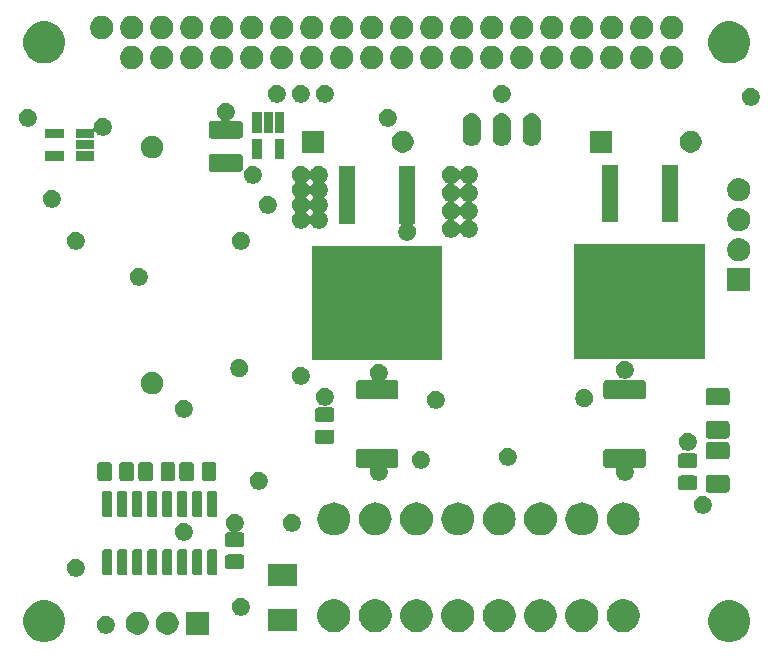
<source format=gbr>
G04 #@! TF.GenerationSoftware,KiCad,Pcbnew,(5.1.5)-3*
G04 #@! TF.CreationDate,2020-01-16T15:12:37+02:00*
G04 #@! TF.ProjectId,Morfeas_Rpi_Hat,4d6f7266-6561-4735-9f52-70695f486174,V1.0*
G04 #@! TF.SameCoordinates,Original*
G04 #@! TF.FileFunction,Soldermask,Top*
G04 #@! TF.FilePolarity,Negative*
%FSLAX46Y46*%
G04 Gerber Fmt 4.6, Leading zero omitted, Abs format (unit mm)*
G04 Created by KiCad (PCBNEW (5.1.5)-3) date 2020-01-16 15:12:37*
%MOMM*%
%LPD*%
G04 APERTURE LIST*
%ADD10C,0.025400*%
G04 APERTURE END LIST*
D10*
G36*
X183612332Y-114331289D02*
G01*
X183612334Y-114331290D01*
X183612335Y-114331290D01*
X183935726Y-114465243D01*
X184226766Y-114659710D01*
X184226768Y-114659712D01*
X184226771Y-114659714D01*
X184474286Y-114907229D01*
X184474288Y-114907232D01*
X184474290Y-114907234D01*
X184668757Y-115198274D01*
X184802710Y-115521665D01*
X184802711Y-115521668D01*
X184871000Y-115864981D01*
X184871000Y-116215019D01*
X184803520Y-116554267D01*
X184802710Y-116558335D01*
X184668757Y-116881726D01*
X184474290Y-117172766D01*
X184474288Y-117172768D01*
X184474286Y-117172771D01*
X184226771Y-117420286D01*
X184226768Y-117420288D01*
X184226766Y-117420290D01*
X183935726Y-117614757D01*
X183612335Y-117748710D01*
X183612334Y-117748710D01*
X183612332Y-117748711D01*
X183269019Y-117817000D01*
X182918981Y-117817000D01*
X182575668Y-117748711D01*
X182575666Y-117748710D01*
X182575665Y-117748710D01*
X182252274Y-117614757D01*
X181961234Y-117420290D01*
X181961232Y-117420288D01*
X181961229Y-117420286D01*
X181713714Y-117172771D01*
X181713712Y-117172768D01*
X181713710Y-117172766D01*
X181519243Y-116881726D01*
X181385290Y-116558335D01*
X181384481Y-116554267D01*
X181317000Y-116215019D01*
X181317000Y-115864981D01*
X181385289Y-115521668D01*
X181385290Y-115521665D01*
X181519243Y-115198274D01*
X181713710Y-114907234D01*
X181713712Y-114907232D01*
X181713714Y-114907229D01*
X181961229Y-114659714D01*
X181961232Y-114659712D01*
X181961234Y-114659710D01*
X182252274Y-114465243D01*
X182575665Y-114331290D01*
X182575666Y-114331290D01*
X182575668Y-114331289D01*
X182918981Y-114263000D01*
X183269019Y-114263000D01*
X183612332Y-114331289D01*
G37*
G36*
X125612332Y-114331289D02*
G01*
X125612334Y-114331290D01*
X125612335Y-114331290D01*
X125935726Y-114465243D01*
X126226766Y-114659710D01*
X126226768Y-114659712D01*
X126226771Y-114659714D01*
X126474286Y-114907229D01*
X126474288Y-114907232D01*
X126474290Y-114907234D01*
X126668757Y-115198274D01*
X126802710Y-115521665D01*
X126802711Y-115521668D01*
X126871000Y-115864981D01*
X126871000Y-116215019D01*
X126803520Y-116554267D01*
X126802710Y-116558335D01*
X126668757Y-116881726D01*
X126474290Y-117172766D01*
X126474288Y-117172768D01*
X126474286Y-117172771D01*
X126226771Y-117420286D01*
X126226768Y-117420288D01*
X126226766Y-117420290D01*
X125935726Y-117614757D01*
X125612335Y-117748710D01*
X125612334Y-117748710D01*
X125612332Y-117748711D01*
X125269019Y-117817000D01*
X124918981Y-117817000D01*
X124575668Y-117748711D01*
X124575666Y-117748710D01*
X124575665Y-117748710D01*
X124252274Y-117614757D01*
X123961234Y-117420290D01*
X123961232Y-117420288D01*
X123961229Y-117420286D01*
X123713714Y-117172771D01*
X123713712Y-117172768D01*
X123713710Y-117172766D01*
X123519243Y-116881726D01*
X123385290Y-116558335D01*
X123384481Y-116554267D01*
X123317000Y-116215019D01*
X123317000Y-115864981D01*
X123385289Y-115521668D01*
X123385290Y-115521665D01*
X123519243Y-115198274D01*
X123713710Y-114907234D01*
X123713712Y-114907232D01*
X123713714Y-114907229D01*
X123961229Y-114659714D01*
X123961232Y-114659712D01*
X123961234Y-114659710D01*
X124252274Y-114465243D01*
X124575665Y-114331290D01*
X124575666Y-114331290D01*
X124575668Y-114331289D01*
X124918981Y-114263000D01*
X125269019Y-114263000D01*
X125612332Y-114331289D01*
G37*
G36*
X135626135Y-115232159D02*
G01*
X135793983Y-115265545D01*
X135971780Y-115339191D01*
X136131800Y-115446113D01*
X136267887Y-115582200D01*
X136374809Y-115742220D01*
X136448455Y-115920017D01*
X136486000Y-116108775D01*
X136486000Y-116301225D01*
X136448455Y-116489983D01*
X136374809Y-116667780D01*
X136267887Y-116827800D01*
X136131800Y-116963887D01*
X135971780Y-117070809D01*
X135793983Y-117144455D01*
X135626135Y-117177841D01*
X135605226Y-117182000D01*
X135412774Y-117182000D01*
X135391865Y-117177841D01*
X135224017Y-117144455D01*
X135046220Y-117070809D01*
X134886200Y-116963887D01*
X134750113Y-116827800D01*
X134643191Y-116667780D01*
X134569545Y-116489983D01*
X134532000Y-116301225D01*
X134532000Y-116108775D01*
X134569545Y-115920017D01*
X134643191Y-115742220D01*
X134750113Y-115582200D01*
X134886200Y-115446113D01*
X135046220Y-115339191D01*
X135224017Y-115265545D01*
X135391865Y-115232159D01*
X135412774Y-115228000D01*
X135605226Y-115228000D01*
X135626135Y-115232159D01*
G37*
G36*
X133086135Y-115232159D02*
G01*
X133253983Y-115265545D01*
X133431780Y-115339191D01*
X133591800Y-115446113D01*
X133727887Y-115582200D01*
X133834809Y-115742220D01*
X133908455Y-115920017D01*
X133946000Y-116108775D01*
X133946000Y-116301225D01*
X133908455Y-116489983D01*
X133834809Y-116667780D01*
X133727887Y-116827800D01*
X133591800Y-116963887D01*
X133431780Y-117070809D01*
X133253983Y-117144455D01*
X133086135Y-117177841D01*
X133065226Y-117182000D01*
X132872774Y-117182000D01*
X132851865Y-117177841D01*
X132684017Y-117144455D01*
X132506220Y-117070809D01*
X132346200Y-116963887D01*
X132210113Y-116827800D01*
X132103191Y-116667780D01*
X132029545Y-116489983D01*
X131992000Y-116301225D01*
X131992000Y-116108775D01*
X132029545Y-115920017D01*
X132103191Y-115742220D01*
X132210113Y-115582200D01*
X132346200Y-115446113D01*
X132506220Y-115339191D01*
X132684017Y-115265545D01*
X132851865Y-115232159D01*
X132872774Y-115228000D01*
X133065226Y-115228000D01*
X133086135Y-115232159D01*
G37*
G36*
X139026000Y-117182000D02*
G01*
X137072000Y-117182000D01*
X137072000Y-115228000D01*
X139026000Y-115228000D01*
X139026000Y-117182000D01*
G37*
G36*
X130524267Y-115599283D02*
G01*
X130662942Y-115656724D01*
X130787747Y-115740116D01*
X130893884Y-115846253D01*
X130977276Y-115971058D01*
X131034717Y-116109733D01*
X131064000Y-116256950D01*
X131064000Y-116407050D01*
X131034717Y-116554267D01*
X130977276Y-116692942D01*
X130893884Y-116817747D01*
X130787747Y-116923884D01*
X130662942Y-117007276D01*
X130524267Y-117064717D01*
X130377050Y-117094000D01*
X130226950Y-117094000D01*
X130079733Y-117064717D01*
X129941058Y-117007276D01*
X129816253Y-116923884D01*
X129710116Y-116817747D01*
X129626724Y-116692942D01*
X129569283Y-116554267D01*
X129540000Y-116407050D01*
X129540000Y-116256950D01*
X129569283Y-116109733D01*
X129626724Y-115971058D01*
X129710116Y-115846253D01*
X129816253Y-115740116D01*
X129941058Y-115656724D01*
X130079733Y-115599283D01*
X130226950Y-115570000D01*
X130377050Y-115570000D01*
X130524267Y-115599283D01*
G37*
G36*
X167531493Y-114226686D02*
G01*
X167785729Y-114331994D01*
X168014531Y-114484875D01*
X168209125Y-114679469D01*
X168362006Y-114908271D01*
X168467314Y-115162507D01*
X168521000Y-115432408D01*
X168521000Y-115707592D01*
X168467314Y-115977493D01*
X168362006Y-116231729D01*
X168209125Y-116460531D01*
X168014531Y-116655125D01*
X167785729Y-116808006D01*
X167531493Y-116913314D01*
X167261592Y-116967000D01*
X166986408Y-116967000D01*
X166716507Y-116913314D01*
X166462271Y-116808006D01*
X166233469Y-116655125D01*
X166038875Y-116460531D01*
X165885994Y-116231729D01*
X165780686Y-115977493D01*
X165727000Y-115707592D01*
X165727000Y-115432408D01*
X165780686Y-115162507D01*
X165885994Y-114908271D01*
X166038875Y-114679469D01*
X166233469Y-114484875D01*
X166462271Y-114331994D01*
X166716507Y-114226686D01*
X166986408Y-114173000D01*
X167261592Y-114173000D01*
X167531493Y-114226686D01*
G37*
G36*
X174531493Y-114226686D02*
G01*
X174785729Y-114331994D01*
X175014531Y-114484875D01*
X175209125Y-114679469D01*
X175362006Y-114908271D01*
X175467314Y-115162507D01*
X175521000Y-115432408D01*
X175521000Y-115707592D01*
X175467314Y-115977493D01*
X175362006Y-116231729D01*
X175209125Y-116460531D01*
X175014531Y-116655125D01*
X174785729Y-116808006D01*
X174531493Y-116913314D01*
X174261592Y-116967000D01*
X173986408Y-116967000D01*
X173716507Y-116913314D01*
X173462271Y-116808006D01*
X173233469Y-116655125D01*
X173038875Y-116460531D01*
X172885994Y-116231729D01*
X172780686Y-115977493D01*
X172727000Y-115707592D01*
X172727000Y-115432408D01*
X172780686Y-115162507D01*
X172885994Y-114908271D01*
X173038875Y-114679469D01*
X173233469Y-114484875D01*
X173462271Y-114331994D01*
X173716507Y-114226686D01*
X173986408Y-114173000D01*
X174261592Y-114173000D01*
X174531493Y-114226686D01*
G37*
G36*
X164031493Y-114226686D02*
G01*
X164285729Y-114331994D01*
X164514531Y-114484875D01*
X164709125Y-114679469D01*
X164862006Y-114908271D01*
X164967314Y-115162507D01*
X165021000Y-115432408D01*
X165021000Y-115707592D01*
X164967314Y-115977493D01*
X164862006Y-116231729D01*
X164709125Y-116460531D01*
X164514531Y-116655125D01*
X164285729Y-116808006D01*
X164031493Y-116913314D01*
X163761592Y-116967000D01*
X163486408Y-116967000D01*
X163216507Y-116913314D01*
X162962271Y-116808006D01*
X162733469Y-116655125D01*
X162538875Y-116460531D01*
X162385994Y-116231729D01*
X162280686Y-115977493D01*
X162227000Y-115707592D01*
X162227000Y-115432408D01*
X162280686Y-115162507D01*
X162385994Y-114908271D01*
X162538875Y-114679469D01*
X162733469Y-114484875D01*
X162962271Y-114331994D01*
X163216507Y-114226686D01*
X163486408Y-114173000D01*
X163761592Y-114173000D01*
X164031493Y-114226686D01*
G37*
G36*
X160531493Y-114226686D02*
G01*
X160785729Y-114331994D01*
X161014531Y-114484875D01*
X161209125Y-114679469D01*
X161362006Y-114908271D01*
X161467314Y-115162507D01*
X161521000Y-115432408D01*
X161521000Y-115707592D01*
X161467314Y-115977493D01*
X161362006Y-116231729D01*
X161209125Y-116460531D01*
X161014531Y-116655125D01*
X160785729Y-116808006D01*
X160531493Y-116913314D01*
X160261592Y-116967000D01*
X159986408Y-116967000D01*
X159716507Y-116913314D01*
X159462271Y-116808006D01*
X159233469Y-116655125D01*
X159038875Y-116460531D01*
X158885994Y-116231729D01*
X158780686Y-115977493D01*
X158727000Y-115707592D01*
X158727000Y-115432408D01*
X158780686Y-115162507D01*
X158885994Y-114908271D01*
X159038875Y-114679469D01*
X159233469Y-114484875D01*
X159462271Y-114331994D01*
X159716507Y-114226686D01*
X159986408Y-114173000D01*
X160261592Y-114173000D01*
X160531493Y-114226686D01*
G37*
G36*
X157031493Y-114226686D02*
G01*
X157285729Y-114331994D01*
X157514531Y-114484875D01*
X157709125Y-114679469D01*
X157862006Y-114908271D01*
X157967314Y-115162507D01*
X158021000Y-115432408D01*
X158021000Y-115707592D01*
X157967314Y-115977493D01*
X157862006Y-116231729D01*
X157709125Y-116460531D01*
X157514531Y-116655125D01*
X157285729Y-116808006D01*
X157031493Y-116913314D01*
X156761592Y-116967000D01*
X156486408Y-116967000D01*
X156216507Y-116913314D01*
X155962271Y-116808006D01*
X155733469Y-116655125D01*
X155538875Y-116460531D01*
X155385994Y-116231729D01*
X155280686Y-115977493D01*
X155227000Y-115707592D01*
X155227000Y-115432408D01*
X155280686Y-115162507D01*
X155385994Y-114908271D01*
X155538875Y-114679469D01*
X155733469Y-114484875D01*
X155962271Y-114331994D01*
X156216507Y-114226686D01*
X156486408Y-114173000D01*
X156761592Y-114173000D01*
X157031493Y-114226686D01*
G37*
G36*
X153531493Y-114226686D02*
G01*
X153785729Y-114331994D01*
X154014531Y-114484875D01*
X154209125Y-114679469D01*
X154362006Y-114908271D01*
X154467314Y-115162507D01*
X154521000Y-115432408D01*
X154521000Y-115707592D01*
X154467314Y-115977493D01*
X154362006Y-116231729D01*
X154209125Y-116460531D01*
X154014531Y-116655125D01*
X153785729Y-116808006D01*
X153531493Y-116913314D01*
X153261592Y-116967000D01*
X152986408Y-116967000D01*
X152716507Y-116913314D01*
X152462271Y-116808006D01*
X152233469Y-116655125D01*
X152038875Y-116460531D01*
X151885994Y-116231729D01*
X151780686Y-115977493D01*
X151727000Y-115707592D01*
X151727000Y-115432408D01*
X151780686Y-115162507D01*
X151885994Y-114908271D01*
X152038875Y-114679469D01*
X152233469Y-114484875D01*
X152462271Y-114331994D01*
X152716507Y-114226686D01*
X152986408Y-114173000D01*
X153261592Y-114173000D01*
X153531493Y-114226686D01*
G37*
G36*
X150031493Y-114226686D02*
G01*
X150285729Y-114331994D01*
X150514531Y-114484875D01*
X150709125Y-114679469D01*
X150862006Y-114908271D01*
X150967314Y-115162507D01*
X151021000Y-115432408D01*
X151021000Y-115707592D01*
X150967314Y-115977493D01*
X150862006Y-116231729D01*
X150709125Y-116460531D01*
X150514531Y-116655125D01*
X150285729Y-116808006D01*
X150031493Y-116913314D01*
X149761592Y-116967000D01*
X149486408Y-116967000D01*
X149216507Y-116913314D01*
X148962271Y-116808006D01*
X148733469Y-116655125D01*
X148538875Y-116460531D01*
X148385994Y-116231729D01*
X148280686Y-115977493D01*
X148227000Y-115707592D01*
X148227000Y-115432408D01*
X148280686Y-115162507D01*
X148385994Y-114908271D01*
X148538875Y-114679469D01*
X148733469Y-114484875D01*
X148962271Y-114331994D01*
X149216507Y-114226686D01*
X149486408Y-114173000D01*
X149761592Y-114173000D01*
X150031493Y-114226686D01*
G37*
G36*
X171031493Y-114226686D02*
G01*
X171285729Y-114331994D01*
X171514531Y-114484875D01*
X171709125Y-114679469D01*
X171862006Y-114908271D01*
X171967314Y-115162507D01*
X172021000Y-115432408D01*
X172021000Y-115707592D01*
X171967314Y-115977493D01*
X171862006Y-116231729D01*
X171709125Y-116460531D01*
X171514531Y-116655125D01*
X171285729Y-116808006D01*
X171031493Y-116913314D01*
X170761592Y-116967000D01*
X170486408Y-116967000D01*
X170216507Y-116913314D01*
X169962271Y-116808006D01*
X169733469Y-116655125D01*
X169538875Y-116460531D01*
X169385994Y-116231729D01*
X169280686Y-115977493D01*
X169227000Y-115707592D01*
X169227000Y-115432408D01*
X169280686Y-115162507D01*
X169385994Y-114908271D01*
X169538875Y-114679469D01*
X169733469Y-114484875D01*
X169962271Y-114331994D01*
X170216507Y-114226686D01*
X170486408Y-114173000D01*
X170761592Y-114173000D01*
X171031493Y-114226686D01*
G37*
G36*
X146514820Y-116873020D02*
G01*
X144061180Y-116873020D01*
X144061180Y-115018820D01*
X146514820Y-115018820D01*
X146514820Y-116873020D01*
G37*
G36*
X141954267Y-114075283D02*
G01*
X142092942Y-114132724D01*
X142217747Y-114216116D01*
X142323884Y-114322253D01*
X142407276Y-114447058D01*
X142464717Y-114585733D01*
X142494000Y-114732950D01*
X142494000Y-114883050D01*
X142464717Y-115030267D01*
X142407276Y-115168942D01*
X142323884Y-115293747D01*
X142217747Y-115399884D01*
X142092942Y-115483276D01*
X141954267Y-115540717D01*
X141807050Y-115570000D01*
X141656950Y-115570000D01*
X141509733Y-115540717D01*
X141371058Y-115483276D01*
X141246253Y-115399884D01*
X141140116Y-115293747D01*
X141056724Y-115168942D01*
X140999283Y-115030267D01*
X140970000Y-114883050D01*
X140970000Y-114732950D01*
X140999283Y-114585733D01*
X141056724Y-114447058D01*
X141140116Y-114322253D01*
X141246253Y-114216116D01*
X141371058Y-114132724D01*
X141509733Y-114075283D01*
X141656950Y-114046000D01*
X141807050Y-114046000D01*
X141954267Y-114075283D01*
G37*
G36*
X146514820Y-113073180D02*
G01*
X144061180Y-113073180D01*
X144061180Y-111218980D01*
X146514820Y-111218980D01*
X146514820Y-113073180D01*
G37*
G36*
X127984267Y-110773283D02*
G01*
X128122942Y-110830724D01*
X128247747Y-110914116D01*
X128353884Y-111020253D01*
X128437276Y-111145058D01*
X128494717Y-111283733D01*
X128524000Y-111430950D01*
X128524000Y-111581050D01*
X128494717Y-111728267D01*
X128437276Y-111866942D01*
X128353884Y-111991747D01*
X128247747Y-112097884D01*
X128122942Y-112181276D01*
X127984267Y-112238717D01*
X127837050Y-112268000D01*
X127686950Y-112268000D01*
X127539733Y-112238717D01*
X127401058Y-112181276D01*
X127276253Y-112097884D01*
X127170116Y-111991747D01*
X127086724Y-111866942D01*
X127029283Y-111728267D01*
X127000000Y-111581050D01*
X127000000Y-111430950D01*
X127029283Y-111283733D01*
X127086724Y-111145058D01*
X127170116Y-111020253D01*
X127276253Y-110914116D01*
X127401058Y-110830724D01*
X127539733Y-110773283D01*
X127686950Y-110744000D01*
X127837050Y-110744000D01*
X127984267Y-110773283D01*
G37*
G36*
X130709645Y-109961793D02*
G01*
X130743685Y-109972119D01*
X130775054Y-109988886D01*
X130802549Y-110011451D01*
X130825114Y-110038946D01*
X130841881Y-110070315D01*
X130852207Y-110104355D01*
X130856000Y-110142866D01*
X130856000Y-111977134D01*
X130852207Y-112015645D01*
X130841881Y-112049685D01*
X130825114Y-112081054D01*
X130802549Y-112108549D01*
X130775054Y-112131114D01*
X130743685Y-112147881D01*
X130709645Y-112158207D01*
X130671134Y-112162000D01*
X130186866Y-112162000D01*
X130148355Y-112158207D01*
X130114315Y-112147881D01*
X130082946Y-112131114D01*
X130055451Y-112108549D01*
X130032886Y-112081054D01*
X130016119Y-112049685D01*
X130005793Y-112015645D01*
X130002000Y-111977134D01*
X130002000Y-110142866D01*
X130005793Y-110104355D01*
X130016119Y-110070315D01*
X130032886Y-110038946D01*
X130055451Y-110011451D01*
X130082946Y-109988886D01*
X130114315Y-109972119D01*
X130148355Y-109961793D01*
X130186866Y-109958000D01*
X130671134Y-109958000D01*
X130709645Y-109961793D01*
G37*
G36*
X137059645Y-109961793D02*
G01*
X137093685Y-109972119D01*
X137125054Y-109988886D01*
X137152549Y-110011451D01*
X137175114Y-110038946D01*
X137191881Y-110070315D01*
X137202207Y-110104355D01*
X137206000Y-110142866D01*
X137206000Y-111977134D01*
X137202207Y-112015645D01*
X137191881Y-112049685D01*
X137175114Y-112081054D01*
X137152549Y-112108549D01*
X137125054Y-112131114D01*
X137093685Y-112147881D01*
X137059645Y-112158207D01*
X137021134Y-112162000D01*
X136536866Y-112162000D01*
X136498355Y-112158207D01*
X136464315Y-112147881D01*
X136432946Y-112131114D01*
X136405451Y-112108549D01*
X136382886Y-112081054D01*
X136366119Y-112049685D01*
X136355793Y-112015645D01*
X136352000Y-111977134D01*
X136352000Y-110142866D01*
X136355793Y-110104355D01*
X136366119Y-110070315D01*
X136382886Y-110038946D01*
X136405451Y-110011451D01*
X136432946Y-109988886D01*
X136464315Y-109972119D01*
X136498355Y-109961793D01*
X136536866Y-109958000D01*
X137021134Y-109958000D01*
X137059645Y-109961793D01*
G37*
G36*
X138329645Y-109961793D02*
G01*
X138363685Y-109972119D01*
X138395054Y-109988886D01*
X138422549Y-110011451D01*
X138445114Y-110038946D01*
X138461881Y-110070315D01*
X138472207Y-110104355D01*
X138476000Y-110142866D01*
X138476000Y-111977134D01*
X138472207Y-112015645D01*
X138461881Y-112049685D01*
X138445114Y-112081054D01*
X138422549Y-112108549D01*
X138395054Y-112131114D01*
X138363685Y-112147881D01*
X138329645Y-112158207D01*
X138291134Y-112162000D01*
X137806866Y-112162000D01*
X137768355Y-112158207D01*
X137734315Y-112147881D01*
X137702946Y-112131114D01*
X137675451Y-112108549D01*
X137652886Y-112081054D01*
X137636119Y-112049685D01*
X137625793Y-112015645D01*
X137622000Y-111977134D01*
X137622000Y-110142866D01*
X137625793Y-110104355D01*
X137636119Y-110070315D01*
X137652886Y-110038946D01*
X137675451Y-110011451D01*
X137702946Y-109988886D01*
X137734315Y-109972119D01*
X137768355Y-109961793D01*
X137806866Y-109958000D01*
X138291134Y-109958000D01*
X138329645Y-109961793D01*
G37*
G36*
X139599645Y-109961793D02*
G01*
X139633685Y-109972119D01*
X139665054Y-109988886D01*
X139692549Y-110011451D01*
X139715114Y-110038946D01*
X139731881Y-110070315D01*
X139742207Y-110104355D01*
X139746000Y-110142866D01*
X139746000Y-111977134D01*
X139742207Y-112015645D01*
X139731881Y-112049685D01*
X139715114Y-112081054D01*
X139692549Y-112108549D01*
X139665054Y-112131114D01*
X139633685Y-112147881D01*
X139599645Y-112158207D01*
X139561134Y-112162000D01*
X139076866Y-112162000D01*
X139038355Y-112158207D01*
X139004315Y-112147881D01*
X138972946Y-112131114D01*
X138945451Y-112108549D01*
X138922886Y-112081054D01*
X138906119Y-112049685D01*
X138895793Y-112015645D01*
X138892000Y-111977134D01*
X138892000Y-110142866D01*
X138895793Y-110104355D01*
X138906119Y-110070315D01*
X138922886Y-110038946D01*
X138945451Y-110011451D01*
X138972946Y-109988886D01*
X139004315Y-109972119D01*
X139038355Y-109961793D01*
X139076866Y-109958000D01*
X139561134Y-109958000D01*
X139599645Y-109961793D01*
G37*
G36*
X131979645Y-109961793D02*
G01*
X132013685Y-109972119D01*
X132045054Y-109988886D01*
X132072549Y-110011451D01*
X132095114Y-110038946D01*
X132111881Y-110070315D01*
X132122207Y-110104355D01*
X132126000Y-110142866D01*
X132126000Y-111977134D01*
X132122207Y-112015645D01*
X132111881Y-112049685D01*
X132095114Y-112081054D01*
X132072549Y-112108549D01*
X132045054Y-112131114D01*
X132013685Y-112147881D01*
X131979645Y-112158207D01*
X131941134Y-112162000D01*
X131456866Y-112162000D01*
X131418355Y-112158207D01*
X131384315Y-112147881D01*
X131352946Y-112131114D01*
X131325451Y-112108549D01*
X131302886Y-112081054D01*
X131286119Y-112049685D01*
X131275793Y-112015645D01*
X131272000Y-111977134D01*
X131272000Y-110142866D01*
X131275793Y-110104355D01*
X131286119Y-110070315D01*
X131302886Y-110038946D01*
X131325451Y-110011451D01*
X131352946Y-109988886D01*
X131384315Y-109972119D01*
X131418355Y-109961793D01*
X131456866Y-109958000D01*
X131941134Y-109958000D01*
X131979645Y-109961793D01*
G37*
G36*
X133249645Y-109961793D02*
G01*
X133283685Y-109972119D01*
X133315054Y-109988886D01*
X133342549Y-110011451D01*
X133365114Y-110038946D01*
X133381881Y-110070315D01*
X133392207Y-110104355D01*
X133396000Y-110142866D01*
X133396000Y-111977134D01*
X133392207Y-112015645D01*
X133381881Y-112049685D01*
X133365114Y-112081054D01*
X133342549Y-112108549D01*
X133315054Y-112131114D01*
X133283685Y-112147881D01*
X133249645Y-112158207D01*
X133211134Y-112162000D01*
X132726866Y-112162000D01*
X132688355Y-112158207D01*
X132654315Y-112147881D01*
X132622946Y-112131114D01*
X132595451Y-112108549D01*
X132572886Y-112081054D01*
X132556119Y-112049685D01*
X132545793Y-112015645D01*
X132542000Y-111977134D01*
X132542000Y-110142866D01*
X132545793Y-110104355D01*
X132556119Y-110070315D01*
X132572886Y-110038946D01*
X132595451Y-110011451D01*
X132622946Y-109988886D01*
X132654315Y-109972119D01*
X132688355Y-109961793D01*
X132726866Y-109958000D01*
X133211134Y-109958000D01*
X133249645Y-109961793D01*
G37*
G36*
X134519645Y-109961793D02*
G01*
X134553685Y-109972119D01*
X134585054Y-109988886D01*
X134612549Y-110011451D01*
X134635114Y-110038946D01*
X134651881Y-110070315D01*
X134662207Y-110104355D01*
X134666000Y-110142866D01*
X134666000Y-111977134D01*
X134662207Y-112015645D01*
X134651881Y-112049685D01*
X134635114Y-112081054D01*
X134612549Y-112108549D01*
X134585054Y-112131114D01*
X134553685Y-112147881D01*
X134519645Y-112158207D01*
X134481134Y-112162000D01*
X133996866Y-112162000D01*
X133958355Y-112158207D01*
X133924315Y-112147881D01*
X133892946Y-112131114D01*
X133865451Y-112108549D01*
X133842886Y-112081054D01*
X133826119Y-112049685D01*
X133815793Y-112015645D01*
X133812000Y-111977134D01*
X133812000Y-110142866D01*
X133815793Y-110104355D01*
X133826119Y-110070315D01*
X133842886Y-110038946D01*
X133865451Y-110011451D01*
X133892946Y-109988886D01*
X133924315Y-109972119D01*
X133958355Y-109961793D01*
X133996866Y-109958000D01*
X134481134Y-109958000D01*
X134519645Y-109961793D01*
G37*
G36*
X135789645Y-109961793D02*
G01*
X135823685Y-109972119D01*
X135855054Y-109988886D01*
X135882549Y-110011451D01*
X135905114Y-110038946D01*
X135921881Y-110070315D01*
X135932207Y-110104355D01*
X135936000Y-110142866D01*
X135936000Y-111977134D01*
X135932207Y-112015645D01*
X135921881Y-112049685D01*
X135905114Y-112081054D01*
X135882549Y-112108549D01*
X135855054Y-112131114D01*
X135823685Y-112147881D01*
X135789645Y-112158207D01*
X135751134Y-112162000D01*
X135266866Y-112162000D01*
X135228355Y-112158207D01*
X135194315Y-112147881D01*
X135162946Y-112131114D01*
X135135451Y-112108549D01*
X135112886Y-112081054D01*
X135096119Y-112049685D01*
X135085793Y-112015645D01*
X135082000Y-111977134D01*
X135082000Y-110142866D01*
X135085793Y-110104355D01*
X135096119Y-110070315D01*
X135112886Y-110038946D01*
X135135451Y-110011451D01*
X135162946Y-109988886D01*
X135194315Y-109972119D01*
X135228355Y-109961793D01*
X135266866Y-109958000D01*
X135751134Y-109958000D01*
X135789645Y-109961793D01*
G37*
G36*
X141829184Y-110389095D02*
G01*
X141880814Y-110404756D01*
X141928388Y-110430185D01*
X141970090Y-110464410D01*
X142004315Y-110506112D01*
X142029744Y-110553686D01*
X142045405Y-110605316D01*
X142051000Y-110662117D01*
X142051000Y-111333883D01*
X142045405Y-111390684D01*
X142029744Y-111442314D01*
X142004315Y-111489888D01*
X141970090Y-111531590D01*
X141928388Y-111565815D01*
X141880814Y-111591244D01*
X141829184Y-111606905D01*
X141772383Y-111612500D01*
X140675617Y-111612500D01*
X140618816Y-111606905D01*
X140567186Y-111591244D01*
X140519612Y-111565815D01*
X140477910Y-111531590D01*
X140443685Y-111489888D01*
X140418256Y-111442314D01*
X140402595Y-111390684D01*
X140397000Y-111333883D01*
X140397000Y-110662117D01*
X140402595Y-110605316D01*
X140418256Y-110553686D01*
X140443685Y-110506112D01*
X140477910Y-110464410D01*
X140519612Y-110430185D01*
X140567186Y-110404756D01*
X140618816Y-110389095D01*
X140675617Y-110383500D01*
X141772383Y-110383500D01*
X141829184Y-110389095D01*
G37*
G36*
X141446267Y-106963283D02*
G01*
X141584942Y-107020724D01*
X141709747Y-107104116D01*
X141815884Y-107210253D01*
X141899276Y-107335058D01*
X141956717Y-107473733D01*
X141986000Y-107620950D01*
X141986000Y-107771050D01*
X141956717Y-107918267D01*
X141899276Y-108056942D01*
X141815884Y-108181747D01*
X141709747Y-108287884D01*
X141584942Y-108371276D01*
X141548576Y-108386339D01*
X141537606Y-108392203D01*
X141527984Y-108400100D01*
X141520087Y-108409723D01*
X141514219Y-108420701D01*
X141510605Y-108432613D01*
X141509385Y-108445001D01*
X141510605Y-108457389D01*
X141514218Y-108469301D01*
X141520086Y-108480279D01*
X141527983Y-108489901D01*
X141537606Y-108497798D01*
X141548584Y-108503666D01*
X141560496Y-108507280D01*
X141572884Y-108508500D01*
X141772383Y-108508500D01*
X141829184Y-108514095D01*
X141880814Y-108529756D01*
X141928388Y-108555185D01*
X141970090Y-108589410D01*
X142004315Y-108631112D01*
X142029744Y-108678686D01*
X142045405Y-108730316D01*
X142051000Y-108787117D01*
X142051000Y-109458883D01*
X142045405Y-109515684D01*
X142029744Y-109567314D01*
X142004315Y-109614888D01*
X141970090Y-109656590D01*
X141928388Y-109690815D01*
X141880814Y-109716244D01*
X141829184Y-109731905D01*
X141772383Y-109737500D01*
X140675617Y-109737500D01*
X140618816Y-109731905D01*
X140567186Y-109716244D01*
X140519612Y-109690815D01*
X140477910Y-109656590D01*
X140443685Y-109614888D01*
X140418256Y-109567314D01*
X140402595Y-109515684D01*
X140397000Y-109458883D01*
X140397000Y-108787117D01*
X140402595Y-108730316D01*
X140418256Y-108678686D01*
X140443685Y-108631112D01*
X140477910Y-108589410D01*
X140519612Y-108555185D01*
X140567186Y-108529756D01*
X140618816Y-108514095D01*
X140675617Y-108508500D01*
X140875116Y-108508500D01*
X140887504Y-108507280D01*
X140899416Y-108503666D01*
X140910394Y-108497798D01*
X140920017Y-108489902D01*
X140927913Y-108480279D01*
X140933781Y-108469301D01*
X140937395Y-108457389D01*
X140938615Y-108445001D01*
X140937395Y-108432613D01*
X140933781Y-108420701D01*
X140927913Y-108409723D01*
X140920017Y-108400100D01*
X140910394Y-108392204D01*
X140899424Y-108386339D01*
X140863058Y-108371276D01*
X140738253Y-108287884D01*
X140632116Y-108181747D01*
X140548724Y-108056942D01*
X140491283Y-107918267D01*
X140462000Y-107771050D01*
X140462000Y-107620950D01*
X140491283Y-107473733D01*
X140548724Y-107335058D01*
X140632116Y-107210253D01*
X140738253Y-107104116D01*
X140863058Y-107020724D01*
X141001733Y-106963283D01*
X141148950Y-106934000D01*
X141299050Y-106934000D01*
X141446267Y-106963283D01*
G37*
G36*
X137128267Y-107725283D02*
G01*
X137266942Y-107782724D01*
X137391747Y-107866116D01*
X137497884Y-107972253D01*
X137581276Y-108097058D01*
X137638717Y-108235733D01*
X137668000Y-108382950D01*
X137668000Y-108533050D01*
X137638717Y-108680267D01*
X137581276Y-108818942D01*
X137497884Y-108943747D01*
X137391747Y-109049884D01*
X137266942Y-109133276D01*
X137128267Y-109190717D01*
X136981050Y-109220000D01*
X136830950Y-109220000D01*
X136683733Y-109190717D01*
X136545058Y-109133276D01*
X136420253Y-109049884D01*
X136314116Y-108943747D01*
X136230724Y-108818942D01*
X136173283Y-108680267D01*
X136144000Y-108533050D01*
X136144000Y-108382950D01*
X136173283Y-108235733D01*
X136230724Y-108097058D01*
X136314116Y-107972253D01*
X136420253Y-107866116D01*
X136545058Y-107782724D01*
X136683733Y-107725283D01*
X136830950Y-107696000D01*
X136981050Y-107696000D01*
X137128267Y-107725283D01*
G37*
G36*
X163896542Y-105999842D02*
G01*
X164158610Y-106079339D01*
X164400133Y-106208436D01*
X164611829Y-106382171D01*
X164785564Y-106593867D01*
X164914661Y-106835390D01*
X164994158Y-107097458D01*
X165021001Y-107369999D01*
X165021001Y-107370001D01*
X164994158Y-107642542D01*
X164914661Y-107904610D01*
X164785564Y-108146133D01*
X164611829Y-108357829D01*
X164400133Y-108531564D01*
X164158610Y-108660661D01*
X163896542Y-108740158D01*
X163624001Y-108767001D01*
X163623999Y-108767001D01*
X163351458Y-108740158D01*
X163089390Y-108660661D01*
X162847867Y-108531564D01*
X162636171Y-108357829D01*
X162462436Y-108146133D01*
X162333339Y-107904610D01*
X162253842Y-107642542D01*
X162226999Y-107370001D01*
X162226999Y-107369999D01*
X162253842Y-107097458D01*
X162333339Y-106835390D01*
X162462436Y-106593867D01*
X162636171Y-106382171D01*
X162847867Y-106208436D01*
X163089390Y-106079339D01*
X163351458Y-105999842D01*
X163623999Y-105972999D01*
X163624001Y-105972999D01*
X163896542Y-105999842D01*
G37*
G36*
X153396542Y-105999842D02*
G01*
X153658610Y-106079339D01*
X153900133Y-106208436D01*
X154111829Y-106382171D01*
X154285564Y-106593867D01*
X154414661Y-106835390D01*
X154494158Y-107097458D01*
X154521001Y-107369999D01*
X154521001Y-107370001D01*
X154494158Y-107642542D01*
X154414661Y-107904610D01*
X154285564Y-108146133D01*
X154111829Y-108357829D01*
X153900133Y-108531564D01*
X153658610Y-108660661D01*
X153396542Y-108740158D01*
X153124001Y-108767001D01*
X153123999Y-108767001D01*
X152851458Y-108740158D01*
X152589390Y-108660661D01*
X152347867Y-108531564D01*
X152136171Y-108357829D01*
X151962436Y-108146133D01*
X151833339Y-107904610D01*
X151753842Y-107642542D01*
X151726999Y-107370001D01*
X151726999Y-107369999D01*
X151753842Y-107097458D01*
X151833339Y-106835390D01*
X151962436Y-106593867D01*
X152136171Y-106382171D01*
X152347867Y-106208436D01*
X152589390Y-106079339D01*
X152851458Y-105999842D01*
X153123999Y-105972999D01*
X153124001Y-105972999D01*
X153396542Y-105999842D01*
G37*
G36*
X174396542Y-105999842D02*
G01*
X174658610Y-106079339D01*
X174900133Y-106208436D01*
X175111829Y-106382171D01*
X175285564Y-106593867D01*
X175414661Y-106835390D01*
X175494158Y-107097458D01*
X175521001Y-107369999D01*
X175521001Y-107370001D01*
X175494158Y-107642542D01*
X175414661Y-107904610D01*
X175285564Y-108146133D01*
X175111829Y-108357829D01*
X174900133Y-108531564D01*
X174658610Y-108660661D01*
X174396542Y-108740158D01*
X174124001Y-108767001D01*
X174123999Y-108767001D01*
X173851458Y-108740158D01*
X173589390Y-108660661D01*
X173347867Y-108531564D01*
X173136171Y-108357829D01*
X172962436Y-108146133D01*
X172833339Y-107904610D01*
X172753842Y-107642542D01*
X172726999Y-107370001D01*
X172726999Y-107369999D01*
X172753842Y-107097458D01*
X172833339Y-106835390D01*
X172962436Y-106593867D01*
X173136171Y-106382171D01*
X173347867Y-106208436D01*
X173589390Y-106079339D01*
X173851458Y-105999842D01*
X174123999Y-105972999D01*
X174124001Y-105972999D01*
X174396542Y-105999842D01*
G37*
G36*
X170896542Y-105999842D02*
G01*
X171158610Y-106079339D01*
X171400133Y-106208436D01*
X171611829Y-106382171D01*
X171785564Y-106593867D01*
X171914661Y-106835390D01*
X171994158Y-107097458D01*
X172021001Y-107369999D01*
X172021001Y-107370001D01*
X171994158Y-107642542D01*
X171914661Y-107904610D01*
X171785564Y-108146133D01*
X171611829Y-108357829D01*
X171400133Y-108531564D01*
X171158610Y-108660661D01*
X170896542Y-108740158D01*
X170624001Y-108767001D01*
X170623999Y-108767001D01*
X170351458Y-108740158D01*
X170089390Y-108660661D01*
X169847867Y-108531564D01*
X169636171Y-108357829D01*
X169462436Y-108146133D01*
X169333339Y-107904610D01*
X169253842Y-107642542D01*
X169226999Y-107370001D01*
X169226999Y-107369999D01*
X169253842Y-107097458D01*
X169333339Y-106835390D01*
X169462436Y-106593867D01*
X169636171Y-106382171D01*
X169847867Y-106208436D01*
X170089390Y-106079339D01*
X170351458Y-105999842D01*
X170623999Y-105972999D01*
X170624001Y-105972999D01*
X170896542Y-105999842D01*
G37*
G36*
X167396542Y-105999842D02*
G01*
X167658610Y-106079339D01*
X167900133Y-106208436D01*
X168111829Y-106382171D01*
X168285564Y-106593867D01*
X168414661Y-106835390D01*
X168494158Y-107097458D01*
X168521001Y-107369999D01*
X168521001Y-107370001D01*
X168494158Y-107642542D01*
X168414661Y-107904610D01*
X168285564Y-108146133D01*
X168111829Y-108357829D01*
X167900133Y-108531564D01*
X167658610Y-108660661D01*
X167396542Y-108740158D01*
X167124001Y-108767001D01*
X167123999Y-108767001D01*
X166851458Y-108740158D01*
X166589390Y-108660661D01*
X166347867Y-108531564D01*
X166136171Y-108357829D01*
X165962436Y-108146133D01*
X165833339Y-107904610D01*
X165753842Y-107642542D01*
X165726999Y-107370001D01*
X165726999Y-107369999D01*
X165753842Y-107097458D01*
X165833339Y-106835390D01*
X165962436Y-106593867D01*
X166136171Y-106382171D01*
X166347867Y-106208436D01*
X166589390Y-106079339D01*
X166851458Y-105999842D01*
X167123999Y-105972999D01*
X167124001Y-105972999D01*
X167396542Y-105999842D01*
G37*
G36*
X160396542Y-105999842D02*
G01*
X160658610Y-106079339D01*
X160900133Y-106208436D01*
X161111829Y-106382171D01*
X161285564Y-106593867D01*
X161414661Y-106835390D01*
X161494158Y-107097458D01*
X161521001Y-107369999D01*
X161521001Y-107370001D01*
X161494158Y-107642542D01*
X161414661Y-107904610D01*
X161285564Y-108146133D01*
X161111829Y-108357829D01*
X160900133Y-108531564D01*
X160658610Y-108660661D01*
X160396542Y-108740158D01*
X160124001Y-108767001D01*
X160123999Y-108767001D01*
X159851458Y-108740158D01*
X159589390Y-108660661D01*
X159347867Y-108531564D01*
X159136171Y-108357829D01*
X158962436Y-108146133D01*
X158833339Y-107904610D01*
X158753842Y-107642542D01*
X158726999Y-107370001D01*
X158726999Y-107369999D01*
X158753842Y-107097458D01*
X158833339Y-106835390D01*
X158962436Y-106593867D01*
X159136171Y-106382171D01*
X159347867Y-106208436D01*
X159589390Y-106079339D01*
X159851458Y-105999842D01*
X160123999Y-105972999D01*
X160124001Y-105972999D01*
X160396542Y-105999842D01*
G37*
G36*
X156896542Y-105999842D02*
G01*
X157158610Y-106079339D01*
X157400133Y-106208436D01*
X157611829Y-106382171D01*
X157785564Y-106593867D01*
X157914661Y-106835390D01*
X157994158Y-107097458D01*
X158021001Y-107369999D01*
X158021001Y-107370001D01*
X157994158Y-107642542D01*
X157914661Y-107904610D01*
X157785564Y-108146133D01*
X157611829Y-108357829D01*
X157400133Y-108531564D01*
X157158610Y-108660661D01*
X156896542Y-108740158D01*
X156624001Y-108767001D01*
X156623999Y-108767001D01*
X156351458Y-108740158D01*
X156089390Y-108660661D01*
X155847867Y-108531564D01*
X155636171Y-108357829D01*
X155462436Y-108146133D01*
X155333339Y-107904610D01*
X155253842Y-107642542D01*
X155226999Y-107370001D01*
X155226999Y-107369999D01*
X155253842Y-107097458D01*
X155333339Y-106835390D01*
X155462436Y-106593867D01*
X155636171Y-106382171D01*
X155847867Y-106208436D01*
X156089390Y-106079339D01*
X156351458Y-105999842D01*
X156623999Y-105972999D01*
X156624001Y-105972999D01*
X156896542Y-105999842D01*
G37*
G36*
X149896542Y-105999842D02*
G01*
X150158610Y-106079339D01*
X150400133Y-106208436D01*
X150611829Y-106382171D01*
X150785564Y-106593867D01*
X150914661Y-106835390D01*
X150994158Y-107097458D01*
X151021001Y-107369999D01*
X151021001Y-107370001D01*
X150994158Y-107642542D01*
X150914661Y-107904610D01*
X150785564Y-108146133D01*
X150611829Y-108357829D01*
X150400133Y-108531564D01*
X150158610Y-108660661D01*
X149896542Y-108740158D01*
X149624001Y-108767001D01*
X149623999Y-108767001D01*
X149351458Y-108740158D01*
X149089390Y-108660661D01*
X148847867Y-108531564D01*
X148636171Y-108357829D01*
X148462436Y-108146133D01*
X148333339Y-107904610D01*
X148253842Y-107642542D01*
X148226999Y-107370001D01*
X148226999Y-107369999D01*
X148253842Y-107097458D01*
X148333339Y-106835390D01*
X148462436Y-106593867D01*
X148636171Y-106382171D01*
X148847867Y-106208436D01*
X149089390Y-106079339D01*
X149351458Y-105999842D01*
X149623999Y-105972999D01*
X149624001Y-105972999D01*
X149896542Y-105999842D01*
G37*
G36*
X146272267Y-106963283D02*
G01*
X146410942Y-107020724D01*
X146535747Y-107104116D01*
X146641884Y-107210253D01*
X146725276Y-107335058D01*
X146782717Y-107473733D01*
X146812000Y-107620950D01*
X146812000Y-107771050D01*
X146782717Y-107918267D01*
X146725276Y-108056942D01*
X146641884Y-108181747D01*
X146535747Y-108287884D01*
X146410942Y-108371276D01*
X146272267Y-108428717D01*
X146125050Y-108458000D01*
X145974950Y-108458000D01*
X145827733Y-108428717D01*
X145689058Y-108371276D01*
X145564253Y-108287884D01*
X145458116Y-108181747D01*
X145374724Y-108056942D01*
X145317283Y-107918267D01*
X145288000Y-107771050D01*
X145288000Y-107620950D01*
X145317283Y-107473733D01*
X145374724Y-107335058D01*
X145458116Y-107210253D01*
X145564253Y-107104116D01*
X145689058Y-107020724D01*
X145827733Y-106963283D01*
X145974950Y-106934000D01*
X146125050Y-106934000D01*
X146272267Y-106963283D01*
G37*
G36*
X131979645Y-105011793D02*
G01*
X132013685Y-105022119D01*
X132045054Y-105038886D01*
X132072549Y-105061451D01*
X132095114Y-105088946D01*
X132111881Y-105120315D01*
X132122207Y-105154355D01*
X132126000Y-105192866D01*
X132126000Y-107027134D01*
X132122207Y-107065645D01*
X132111881Y-107099685D01*
X132095114Y-107131054D01*
X132072549Y-107158549D01*
X132045054Y-107181114D01*
X132013685Y-107197881D01*
X131979645Y-107208207D01*
X131941134Y-107212000D01*
X131456866Y-107212000D01*
X131418355Y-107208207D01*
X131384315Y-107197881D01*
X131352946Y-107181114D01*
X131325451Y-107158549D01*
X131302886Y-107131054D01*
X131286119Y-107099685D01*
X131275793Y-107065645D01*
X131272000Y-107027134D01*
X131272000Y-105192866D01*
X131275793Y-105154355D01*
X131286119Y-105120315D01*
X131302886Y-105088946D01*
X131325451Y-105061451D01*
X131352946Y-105038886D01*
X131384315Y-105022119D01*
X131418355Y-105011793D01*
X131456866Y-105008000D01*
X131941134Y-105008000D01*
X131979645Y-105011793D01*
G37*
G36*
X130709645Y-105011793D02*
G01*
X130743685Y-105022119D01*
X130775054Y-105038886D01*
X130802549Y-105061451D01*
X130825114Y-105088946D01*
X130841881Y-105120315D01*
X130852207Y-105154355D01*
X130856000Y-105192866D01*
X130856000Y-107027134D01*
X130852207Y-107065645D01*
X130841881Y-107099685D01*
X130825114Y-107131054D01*
X130802549Y-107158549D01*
X130775054Y-107181114D01*
X130743685Y-107197881D01*
X130709645Y-107208207D01*
X130671134Y-107212000D01*
X130186866Y-107212000D01*
X130148355Y-107208207D01*
X130114315Y-107197881D01*
X130082946Y-107181114D01*
X130055451Y-107158549D01*
X130032886Y-107131054D01*
X130016119Y-107099685D01*
X130005793Y-107065645D01*
X130002000Y-107027134D01*
X130002000Y-105192866D01*
X130005793Y-105154355D01*
X130016119Y-105120315D01*
X130032886Y-105088946D01*
X130055451Y-105061451D01*
X130082946Y-105038886D01*
X130114315Y-105022119D01*
X130148355Y-105011793D01*
X130186866Y-105008000D01*
X130671134Y-105008000D01*
X130709645Y-105011793D01*
G37*
G36*
X133249645Y-105011793D02*
G01*
X133283685Y-105022119D01*
X133315054Y-105038886D01*
X133342549Y-105061451D01*
X133365114Y-105088946D01*
X133381881Y-105120315D01*
X133392207Y-105154355D01*
X133396000Y-105192866D01*
X133396000Y-107027134D01*
X133392207Y-107065645D01*
X133381881Y-107099685D01*
X133365114Y-107131054D01*
X133342549Y-107158549D01*
X133315054Y-107181114D01*
X133283685Y-107197881D01*
X133249645Y-107208207D01*
X133211134Y-107212000D01*
X132726866Y-107212000D01*
X132688355Y-107208207D01*
X132654315Y-107197881D01*
X132622946Y-107181114D01*
X132595451Y-107158549D01*
X132572886Y-107131054D01*
X132556119Y-107099685D01*
X132545793Y-107065645D01*
X132542000Y-107027134D01*
X132542000Y-105192866D01*
X132545793Y-105154355D01*
X132556119Y-105120315D01*
X132572886Y-105088946D01*
X132595451Y-105061451D01*
X132622946Y-105038886D01*
X132654315Y-105022119D01*
X132688355Y-105011793D01*
X132726866Y-105008000D01*
X133211134Y-105008000D01*
X133249645Y-105011793D01*
G37*
G36*
X134519645Y-105011793D02*
G01*
X134553685Y-105022119D01*
X134585054Y-105038886D01*
X134612549Y-105061451D01*
X134635114Y-105088946D01*
X134651881Y-105120315D01*
X134662207Y-105154355D01*
X134666000Y-105192866D01*
X134666000Y-107027134D01*
X134662207Y-107065645D01*
X134651881Y-107099685D01*
X134635114Y-107131054D01*
X134612549Y-107158549D01*
X134585054Y-107181114D01*
X134553685Y-107197881D01*
X134519645Y-107208207D01*
X134481134Y-107212000D01*
X133996866Y-107212000D01*
X133958355Y-107208207D01*
X133924315Y-107197881D01*
X133892946Y-107181114D01*
X133865451Y-107158549D01*
X133842886Y-107131054D01*
X133826119Y-107099685D01*
X133815793Y-107065645D01*
X133812000Y-107027134D01*
X133812000Y-105192866D01*
X133815793Y-105154355D01*
X133826119Y-105120315D01*
X133842886Y-105088946D01*
X133865451Y-105061451D01*
X133892946Y-105038886D01*
X133924315Y-105022119D01*
X133958355Y-105011793D01*
X133996866Y-105008000D01*
X134481134Y-105008000D01*
X134519645Y-105011793D01*
G37*
G36*
X137059645Y-105011793D02*
G01*
X137093685Y-105022119D01*
X137125054Y-105038886D01*
X137152549Y-105061451D01*
X137175114Y-105088946D01*
X137191881Y-105120315D01*
X137202207Y-105154355D01*
X137206000Y-105192866D01*
X137206000Y-107027134D01*
X137202207Y-107065645D01*
X137191881Y-107099685D01*
X137175114Y-107131054D01*
X137152549Y-107158549D01*
X137125054Y-107181114D01*
X137093685Y-107197881D01*
X137059645Y-107208207D01*
X137021134Y-107212000D01*
X136536866Y-107212000D01*
X136498355Y-107208207D01*
X136464315Y-107197881D01*
X136432946Y-107181114D01*
X136405451Y-107158549D01*
X136382886Y-107131054D01*
X136366119Y-107099685D01*
X136355793Y-107065645D01*
X136352000Y-107027134D01*
X136352000Y-105192866D01*
X136355793Y-105154355D01*
X136366119Y-105120315D01*
X136382886Y-105088946D01*
X136405451Y-105061451D01*
X136432946Y-105038886D01*
X136464315Y-105022119D01*
X136498355Y-105011793D01*
X136536866Y-105008000D01*
X137021134Y-105008000D01*
X137059645Y-105011793D01*
G37*
G36*
X135789645Y-105011793D02*
G01*
X135823685Y-105022119D01*
X135855054Y-105038886D01*
X135882549Y-105061451D01*
X135905114Y-105088946D01*
X135921881Y-105120315D01*
X135932207Y-105154355D01*
X135936000Y-105192866D01*
X135936000Y-107027134D01*
X135932207Y-107065645D01*
X135921881Y-107099685D01*
X135905114Y-107131054D01*
X135882549Y-107158549D01*
X135855054Y-107181114D01*
X135823685Y-107197881D01*
X135789645Y-107208207D01*
X135751134Y-107212000D01*
X135266866Y-107212000D01*
X135228355Y-107208207D01*
X135194315Y-107197881D01*
X135162946Y-107181114D01*
X135135451Y-107158549D01*
X135112886Y-107131054D01*
X135096119Y-107099685D01*
X135085793Y-107065645D01*
X135082000Y-107027134D01*
X135082000Y-105192866D01*
X135085793Y-105154355D01*
X135096119Y-105120315D01*
X135112886Y-105088946D01*
X135135451Y-105061451D01*
X135162946Y-105038886D01*
X135194315Y-105022119D01*
X135228355Y-105011793D01*
X135266866Y-105008000D01*
X135751134Y-105008000D01*
X135789645Y-105011793D01*
G37*
G36*
X138329645Y-105011793D02*
G01*
X138363685Y-105022119D01*
X138395054Y-105038886D01*
X138422549Y-105061451D01*
X138445114Y-105088946D01*
X138461881Y-105120315D01*
X138472207Y-105154355D01*
X138476000Y-105192866D01*
X138476000Y-107027134D01*
X138472207Y-107065645D01*
X138461881Y-107099685D01*
X138445114Y-107131054D01*
X138422549Y-107158549D01*
X138395054Y-107181114D01*
X138363685Y-107197881D01*
X138329645Y-107208207D01*
X138291134Y-107212000D01*
X137806866Y-107212000D01*
X137768355Y-107208207D01*
X137734315Y-107197881D01*
X137702946Y-107181114D01*
X137675451Y-107158549D01*
X137652886Y-107131054D01*
X137636119Y-107099685D01*
X137625793Y-107065645D01*
X137622000Y-107027134D01*
X137622000Y-105192866D01*
X137625793Y-105154355D01*
X137636119Y-105120315D01*
X137652886Y-105088946D01*
X137675451Y-105061451D01*
X137702946Y-105038886D01*
X137734315Y-105022119D01*
X137768355Y-105011793D01*
X137806866Y-105008000D01*
X138291134Y-105008000D01*
X138329645Y-105011793D01*
G37*
G36*
X139599645Y-105011793D02*
G01*
X139633685Y-105022119D01*
X139665054Y-105038886D01*
X139692549Y-105061451D01*
X139715114Y-105088946D01*
X139731881Y-105120315D01*
X139742207Y-105154355D01*
X139746000Y-105192866D01*
X139746000Y-107027134D01*
X139742207Y-107065645D01*
X139731881Y-107099685D01*
X139715114Y-107131054D01*
X139692549Y-107158549D01*
X139665054Y-107181114D01*
X139633685Y-107197881D01*
X139599645Y-107208207D01*
X139561134Y-107212000D01*
X139076866Y-107212000D01*
X139038355Y-107208207D01*
X139004315Y-107197881D01*
X138972946Y-107181114D01*
X138945451Y-107158549D01*
X138922886Y-107131054D01*
X138906119Y-107099685D01*
X138895793Y-107065645D01*
X138892000Y-107027134D01*
X138892000Y-105192866D01*
X138895793Y-105154355D01*
X138906119Y-105120315D01*
X138922886Y-105088946D01*
X138945451Y-105061451D01*
X138972946Y-105038886D01*
X139004315Y-105022119D01*
X139038355Y-105011793D01*
X139076866Y-105008000D01*
X139561134Y-105008000D01*
X139599645Y-105011793D01*
G37*
G36*
X181070267Y-105439283D02*
G01*
X181208942Y-105496724D01*
X181333747Y-105580116D01*
X181439884Y-105686253D01*
X181523276Y-105811058D01*
X181580717Y-105949733D01*
X181610000Y-106096950D01*
X181610000Y-106247050D01*
X181580717Y-106394267D01*
X181523276Y-106532942D01*
X181439884Y-106657747D01*
X181333747Y-106763884D01*
X181208942Y-106847276D01*
X181070267Y-106904717D01*
X180923050Y-106934000D01*
X180772950Y-106934000D01*
X180625733Y-106904717D01*
X180487058Y-106847276D01*
X180362253Y-106763884D01*
X180256116Y-106657747D01*
X180172724Y-106532942D01*
X180115283Y-106394267D01*
X180086000Y-106247050D01*
X180086000Y-106096950D01*
X180115283Y-105949733D01*
X180172724Y-105811058D01*
X180256116Y-105686253D01*
X180362253Y-105580116D01*
X180487058Y-105496724D01*
X180625733Y-105439283D01*
X180772950Y-105410000D01*
X180923050Y-105410000D01*
X181070267Y-105439283D01*
G37*
G36*
X182908489Y-103647349D02*
G01*
X182957715Y-103662281D01*
X183003075Y-103686527D01*
X183042840Y-103719160D01*
X183075473Y-103758925D01*
X183099719Y-103804285D01*
X183114651Y-103853511D01*
X183120000Y-103907817D01*
X183120000Y-104880183D01*
X183114651Y-104934489D01*
X183099719Y-104983715D01*
X183075473Y-105029075D01*
X183042840Y-105068840D01*
X183003075Y-105101473D01*
X182957715Y-105125719D01*
X182908489Y-105140651D01*
X182854183Y-105146000D01*
X181381817Y-105146000D01*
X181327511Y-105140651D01*
X181278285Y-105125719D01*
X181232925Y-105101473D01*
X181193160Y-105068840D01*
X181160527Y-105029075D01*
X181136281Y-104983715D01*
X181121349Y-104934489D01*
X181116000Y-104880183D01*
X181116000Y-103907817D01*
X181121349Y-103853511D01*
X181136281Y-103804285D01*
X181160527Y-103758925D01*
X181193160Y-103719160D01*
X181232925Y-103686527D01*
X181278285Y-103662281D01*
X181327511Y-103647349D01*
X181381817Y-103642000D01*
X182854183Y-103642000D01*
X182908489Y-103647349D01*
G37*
G36*
X180183184Y-103706595D02*
G01*
X180234814Y-103722256D01*
X180282388Y-103747685D01*
X180324090Y-103781910D01*
X180358315Y-103823612D01*
X180383744Y-103871186D01*
X180399405Y-103922816D01*
X180405000Y-103979617D01*
X180405000Y-104651383D01*
X180399405Y-104708184D01*
X180383744Y-104759814D01*
X180358315Y-104807388D01*
X180324090Y-104849090D01*
X180282388Y-104883315D01*
X180234814Y-104908744D01*
X180183184Y-104924405D01*
X180126383Y-104930000D01*
X179029617Y-104930000D01*
X178972816Y-104924405D01*
X178921186Y-104908744D01*
X178873612Y-104883315D01*
X178831910Y-104849090D01*
X178797685Y-104807388D01*
X178772256Y-104759814D01*
X178756595Y-104708184D01*
X178751000Y-104651383D01*
X178751000Y-103979617D01*
X178756595Y-103922816D01*
X178772256Y-103871186D01*
X178797685Y-103823612D01*
X178831910Y-103781910D01*
X178873612Y-103747685D01*
X178921186Y-103722256D01*
X178972816Y-103706595D01*
X179029617Y-103701000D01*
X180126383Y-103701000D01*
X180183184Y-103706595D01*
G37*
G36*
X143478267Y-103407283D02*
G01*
X143616942Y-103464724D01*
X143741747Y-103548116D01*
X143847884Y-103654253D01*
X143931276Y-103779058D01*
X143988717Y-103917733D01*
X144018000Y-104064950D01*
X144018000Y-104215050D01*
X143988717Y-104362267D01*
X143931276Y-104500942D01*
X143847884Y-104625747D01*
X143741747Y-104731884D01*
X143616942Y-104815276D01*
X143478267Y-104872717D01*
X143331050Y-104902000D01*
X143180950Y-104902000D01*
X143033733Y-104872717D01*
X142895058Y-104815276D01*
X142770253Y-104731884D01*
X142664116Y-104625747D01*
X142580724Y-104500942D01*
X142523283Y-104362267D01*
X142494000Y-104215050D01*
X142494000Y-104064950D01*
X142523283Y-103917733D01*
X142580724Y-103779058D01*
X142664116Y-103654253D01*
X142770253Y-103548116D01*
X142895058Y-103464724D01*
X143033733Y-103407283D01*
X143180950Y-103378000D01*
X143331050Y-103378000D01*
X143478267Y-103407283D01*
G37*
G36*
X132472684Y-102556595D02*
G01*
X132524314Y-102572256D01*
X132571888Y-102597685D01*
X132613590Y-102631910D01*
X132647815Y-102673612D01*
X132673244Y-102721186D01*
X132688905Y-102772816D01*
X132694500Y-102829617D01*
X132694500Y-103926383D01*
X132688905Y-103983184D01*
X132673244Y-104034814D01*
X132647815Y-104082388D01*
X132613590Y-104124090D01*
X132571888Y-104158315D01*
X132524314Y-104183744D01*
X132472684Y-104199405D01*
X132415883Y-104205000D01*
X131744117Y-104205000D01*
X131687316Y-104199405D01*
X131635686Y-104183744D01*
X131588112Y-104158315D01*
X131546410Y-104124090D01*
X131512185Y-104082388D01*
X131486756Y-104034814D01*
X131471095Y-103983184D01*
X131465500Y-103926383D01*
X131465500Y-102829617D01*
X131471095Y-102772816D01*
X131486756Y-102721186D01*
X131512185Y-102673612D01*
X131546410Y-102631910D01*
X131588112Y-102597685D01*
X131635686Y-102572256D01*
X131687316Y-102556595D01*
X131744117Y-102551000D01*
X132415883Y-102551000D01*
X132472684Y-102556595D01*
G37*
G36*
X130597684Y-102556595D02*
G01*
X130649314Y-102572256D01*
X130696888Y-102597685D01*
X130738590Y-102631910D01*
X130772815Y-102673612D01*
X130798244Y-102721186D01*
X130813905Y-102772816D01*
X130819500Y-102829617D01*
X130819500Y-103926383D01*
X130813905Y-103983184D01*
X130798244Y-104034814D01*
X130772815Y-104082388D01*
X130738590Y-104124090D01*
X130696888Y-104158315D01*
X130649314Y-104183744D01*
X130597684Y-104199405D01*
X130540883Y-104205000D01*
X129869117Y-104205000D01*
X129812316Y-104199405D01*
X129760686Y-104183744D01*
X129713112Y-104158315D01*
X129671410Y-104124090D01*
X129637185Y-104082388D01*
X129611756Y-104034814D01*
X129596095Y-103983184D01*
X129590500Y-103926383D01*
X129590500Y-102829617D01*
X129596095Y-102772816D01*
X129611756Y-102721186D01*
X129637185Y-102673612D01*
X129671410Y-102631910D01*
X129713112Y-102597685D01*
X129760686Y-102572256D01*
X129812316Y-102556595D01*
X129869117Y-102551000D01*
X130540883Y-102551000D01*
X130597684Y-102556595D01*
G37*
G36*
X137552684Y-102556595D02*
G01*
X137604314Y-102572256D01*
X137651888Y-102597685D01*
X137693590Y-102631910D01*
X137727815Y-102673612D01*
X137753244Y-102721186D01*
X137768905Y-102772816D01*
X137774500Y-102829617D01*
X137774500Y-103926383D01*
X137768905Y-103983184D01*
X137753244Y-104034814D01*
X137727815Y-104082388D01*
X137693590Y-104124090D01*
X137651888Y-104158315D01*
X137604314Y-104183744D01*
X137552684Y-104199405D01*
X137495883Y-104205000D01*
X136824117Y-104205000D01*
X136767316Y-104199405D01*
X136715686Y-104183744D01*
X136668112Y-104158315D01*
X136626410Y-104124090D01*
X136592185Y-104082388D01*
X136566756Y-104034814D01*
X136551095Y-103983184D01*
X136545500Y-103926383D01*
X136545500Y-102829617D01*
X136551095Y-102772816D01*
X136566756Y-102721186D01*
X136592185Y-102673612D01*
X136626410Y-102631910D01*
X136668112Y-102597685D01*
X136715686Y-102572256D01*
X136767316Y-102556595D01*
X136824117Y-102551000D01*
X137495883Y-102551000D01*
X137552684Y-102556595D01*
G37*
G36*
X139427684Y-102556595D02*
G01*
X139479314Y-102572256D01*
X139526888Y-102597685D01*
X139568590Y-102631910D01*
X139602815Y-102673612D01*
X139628244Y-102721186D01*
X139643905Y-102772816D01*
X139649500Y-102829617D01*
X139649500Y-103926383D01*
X139643905Y-103983184D01*
X139628244Y-104034814D01*
X139602815Y-104082388D01*
X139568590Y-104124090D01*
X139526888Y-104158315D01*
X139479314Y-104183744D01*
X139427684Y-104199405D01*
X139370883Y-104205000D01*
X138699117Y-104205000D01*
X138642316Y-104199405D01*
X138590686Y-104183744D01*
X138543112Y-104158315D01*
X138501410Y-104124090D01*
X138467185Y-104082388D01*
X138441756Y-104034814D01*
X138426095Y-103983184D01*
X138420500Y-103926383D01*
X138420500Y-102829617D01*
X138426095Y-102772816D01*
X138441756Y-102721186D01*
X138467185Y-102673612D01*
X138501410Y-102631910D01*
X138543112Y-102597685D01*
X138590686Y-102572256D01*
X138642316Y-102556595D01*
X138699117Y-102551000D01*
X139370883Y-102551000D01*
X139427684Y-102556595D01*
G37*
G36*
X134075184Y-102556595D02*
G01*
X134126814Y-102572256D01*
X134174388Y-102597685D01*
X134216090Y-102631910D01*
X134250315Y-102673612D01*
X134275744Y-102721186D01*
X134291405Y-102772816D01*
X134297000Y-102829617D01*
X134297000Y-103926383D01*
X134291405Y-103983184D01*
X134275744Y-104034814D01*
X134250315Y-104082388D01*
X134216090Y-104124090D01*
X134174388Y-104158315D01*
X134126814Y-104183744D01*
X134075184Y-104199405D01*
X134018383Y-104205000D01*
X133346617Y-104205000D01*
X133289816Y-104199405D01*
X133238186Y-104183744D01*
X133190612Y-104158315D01*
X133148910Y-104124090D01*
X133114685Y-104082388D01*
X133089256Y-104034814D01*
X133073595Y-103983184D01*
X133068000Y-103926383D01*
X133068000Y-102829617D01*
X133073595Y-102772816D01*
X133089256Y-102721186D01*
X133114685Y-102673612D01*
X133148910Y-102631910D01*
X133190612Y-102597685D01*
X133238186Y-102572256D01*
X133289816Y-102556595D01*
X133346617Y-102551000D01*
X134018383Y-102551000D01*
X134075184Y-102556595D01*
G37*
G36*
X135950184Y-102556595D02*
G01*
X136001814Y-102572256D01*
X136049388Y-102597685D01*
X136091090Y-102631910D01*
X136125315Y-102673612D01*
X136150744Y-102721186D01*
X136166405Y-102772816D01*
X136172000Y-102829617D01*
X136172000Y-103926383D01*
X136166405Y-103983184D01*
X136150744Y-104034814D01*
X136125315Y-104082388D01*
X136091090Y-104124090D01*
X136049388Y-104158315D01*
X136001814Y-104183744D01*
X135950184Y-104199405D01*
X135893383Y-104205000D01*
X135221617Y-104205000D01*
X135164816Y-104199405D01*
X135113186Y-104183744D01*
X135065612Y-104158315D01*
X135023910Y-104124090D01*
X134989685Y-104082388D01*
X134964256Y-104034814D01*
X134948595Y-103983184D01*
X134943000Y-103926383D01*
X134943000Y-102829617D01*
X134948595Y-102772816D01*
X134964256Y-102721186D01*
X134989685Y-102673612D01*
X135023910Y-102631910D01*
X135065612Y-102597685D01*
X135113186Y-102572256D01*
X135164816Y-102556595D01*
X135221617Y-102551000D01*
X135893383Y-102551000D01*
X135950184Y-102556595D01*
G37*
G36*
X175839031Y-101438240D02*
G01*
X175887201Y-101452852D01*
X175931584Y-101476576D01*
X175970493Y-101508507D01*
X176002424Y-101547416D01*
X176026148Y-101591799D01*
X176040760Y-101639969D01*
X176046000Y-101693172D01*
X176046000Y-102776828D01*
X176040760Y-102830031D01*
X176026148Y-102878201D01*
X176002424Y-102922584D01*
X175970493Y-102961493D01*
X175931584Y-102993424D01*
X175887201Y-103017148D01*
X175839031Y-103031760D01*
X175785828Y-103037000D01*
X175022569Y-103037000D01*
X175010181Y-103038220D01*
X174998269Y-103041834D01*
X174987291Y-103047702D01*
X174977668Y-103055598D01*
X174969772Y-103065221D01*
X174963904Y-103076199D01*
X174960290Y-103088111D01*
X174959070Y-103100499D01*
X174960290Y-103112887D01*
X174963902Y-103124795D01*
X174976717Y-103155733D01*
X175006000Y-103302950D01*
X175006000Y-103453050D01*
X174976717Y-103600267D01*
X174919276Y-103738942D01*
X174835884Y-103863747D01*
X174729747Y-103969884D01*
X174604942Y-104053276D01*
X174466267Y-104110717D01*
X174319050Y-104140000D01*
X174168950Y-104140000D01*
X174021733Y-104110717D01*
X173883058Y-104053276D01*
X173758253Y-103969884D01*
X173652116Y-103863747D01*
X173568724Y-103738942D01*
X173511283Y-103600267D01*
X173482000Y-103453050D01*
X173482000Y-103302950D01*
X173511283Y-103155733D01*
X173524098Y-103124795D01*
X173527710Y-103112886D01*
X173528930Y-103100498D01*
X173527710Y-103088110D01*
X173524096Y-103076198D01*
X173518228Y-103065220D01*
X173510331Y-103055598D01*
X173500708Y-103047701D01*
X173489730Y-103041833D01*
X173477818Y-103038220D01*
X173465431Y-103037000D01*
X172702172Y-103037000D01*
X172648969Y-103031760D01*
X172600799Y-103017148D01*
X172556416Y-102993424D01*
X172517507Y-102961493D01*
X172485576Y-102922584D01*
X172461852Y-102878201D01*
X172447240Y-102830031D01*
X172442000Y-102776828D01*
X172442000Y-101693172D01*
X172447240Y-101639969D01*
X172461852Y-101591799D01*
X172485576Y-101547416D01*
X172517507Y-101508507D01*
X172556416Y-101476576D01*
X172600799Y-101452852D01*
X172648969Y-101438240D01*
X172702172Y-101433000D01*
X175785828Y-101433000D01*
X175839031Y-101438240D01*
G37*
G36*
X154884031Y-101438240D02*
G01*
X154932201Y-101452852D01*
X154976584Y-101476576D01*
X155015493Y-101508507D01*
X155047424Y-101547416D01*
X155071148Y-101591799D01*
X155085760Y-101639969D01*
X155091000Y-101693172D01*
X155091000Y-102776828D01*
X155085760Y-102830031D01*
X155071148Y-102878201D01*
X155047424Y-102922584D01*
X155015493Y-102961493D01*
X154976584Y-102993424D01*
X154932201Y-103017148D01*
X154884031Y-103031760D01*
X154830828Y-103037000D01*
X154194569Y-103037000D01*
X154182181Y-103038220D01*
X154170269Y-103041834D01*
X154159291Y-103047702D01*
X154149668Y-103055598D01*
X154141772Y-103065221D01*
X154135904Y-103076199D01*
X154132290Y-103088111D01*
X154131070Y-103100499D01*
X154132290Y-103112887D01*
X154135902Y-103124795D01*
X154148717Y-103155733D01*
X154178000Y-103302950D01*
X154178000Y-103453050D01*
X154148717Y-103600267D01*
X154091276Y-103738942D01*
X154007884Y-103863747D01*
X153901747Y-103969884D01*
X153776942Y-104053276D01*
X153638267Y-104110717D01*
X153491050Y-104140000D01*
X153340950Y-104140000D01*
X153193733Y-104110717D01*
X153055058Y-104053276D01*
X152930253Y-103969884D01*
X152824116Y-103863747D01*
X152740724Y-103738942D01*
X152683283Y-103600267D01*
X152654000Y-103453050D01*
X152654000Y-103302950D01*
X152683283Y-103155733D01*
X152696098Y-103124795D01*
X152699710Y-103112886D01*
X152700930Y-103100498D01*
X152699710Y-103088110D01*
X152696096Y-103076198D01*
X152690228Y-103065220D01*
X152682331Y-103055598D01*
X152672708Y-103047701D01*
X152661730Y-103041833D01*
X152649818Y-103038220D01*
X152637431Y-103037000D01*
X151747172Y-103037000D01*
X151693969Y-103031760D01*
X151645799Y-103017148D01*
X151601416Y-102993424D01*
X151562507Y-102961493D01*
X151530576Y-102922584D01*
X151506852Y-102878201D01*
X151492240Y-102830031D01*
X151487000Y-102776828D01*
X151487000Y-101693172D01*
X151492240Y-101639969D01*
X151506852Y-101591799D01*
X151530576Y-101547416D01*
X151562507Y-101508507D01*
X151601416Y-101476576D01*
X151645799Y-101452852D01*
X151693969Y-101438240D01*
X151747172Y-101433000D01*
X154830828Y-101433000D01*
X154884031Y-101438240D01*
G37*
G36*
X157194267Y-101629283D02*
G01*
X157332942Y-101686724D01*
X157457747Y-101770116D01*
X157563884Y-101876253D01*
X157647276Y-102001058D01*
X157704717Y-102139733D01*
X157734000Y-102286950D01*
X157734000Y-102437050D01*
X157704717Y-102584267D01*
X157647276Y-102722942D01*
X157563884Y-102847747D01*
X157457747Y-102953884D01*
X157332942Y-103037276D01*
X157194267Y-103094717D01*
X157047050Y-103124000D01*
X156896950Y-103124000D01*
X156749733Y-103094717D01*
X156611058Y-103037276D01*
X156486253Y-102953884D01*
X156380116Y-102847747D01*
X156296724Y-102722942D01*
X156239283Y-102584267D01*
X156210000Y-102437050D01*
X156210000Y-102286950D01*
X156239283Y-102139733D01*
X156296724Y-102001058D01*
X156380116Y-101876253D01*
X156486253Y-101770116D01*
X156611058Y-101686724D01*
X156749733Y-101629283D01*
X156896950Y-101600000D01*
X157047050Y-101600000D01*
X157194267Y-101629283D01*
G37*
G36*
X180183184Y-101831595D02*
G01*
X180234814Y-101847256D01*
X180282388Y-101872685D01*
X180324090Y-101906910D01*
X180358315Y-101948612D01*
X180383744Y-101996186D01*
X180399405Y-102047816D01*
X180405000Y-102104617D01*
X180405000Y-102776383D01*
X180399405Y-102833184D01*
X180383744Y-102884814D01*
X180358315Y-102932388D01*
X180324090Y-102974090D01*
X180282388Y-103008315D01*
X180234814Y-103033744D01*
X180183184Y-103049405D01*
X180126383Y-103055000D01*
X179029617Y-103055000D01*
X178972816Y-103049405D01*
X178921186Y-103033744D01*
X178873612Y-103008315D01*
X178831910Y-102974090D01*
X178797685Y-102932388D01*
X178772256Y-102884814D01*
X178756595Y-102833184D01*
X178751000Y-102776383D01*
X178751000Y-102104617D01*
X178756595Y-102047816D01*
X178772256Y-101996186D01*
X178797685Y-101948612D01*
X178831910Y-101906910D01*
X178873612Y-101872685D01*
X178921186Y-101847256D01*
X178972816Y-101831595D01*
X179029617Y-101826000D01*
X180126383Y-101826000D01*
X180183184Y-101831595D01*
G37*
G36*
X164560267Y-101375283D02*
G01*
X164698942Y-101432724D01*
X164823747Y-101516116D01*
X164929884Y-101622253D01*
X165013276Y-101747058D01*
X165070717Y-101885733D01*
X165100000Y-102032950D01*
X165100000Y-102183050D01*
X165070717Y-102330267D01*
X165013276Y-102468942D01*
X164929884Y-102593747D01*
X164823747Y-102699884D01*
X164698942Y-102783276D01*
X164560267Y-102840717D01*
X164413050Y-102870000D01*
X164262950Y-102870000D01*
X164115733Y-102840717D01*
X163977058Y-102783276D01*
X163852253Y-102699884D01*
X163746116Y-102593747D01*
X163662724Y-102468942D01*
X163605283Y-102330267D01*
X163576000Y-102183050D01*
X163576000Y-102032950D01*
X163605283Y-101885733D01*
X163662724Y-101747058D01*
X163746116Y-101622253D01*
X163852253Y-101516116D01*
X163977058Y-101432724D01*
X164115733Y-101375283D01*
X164262950Y-101346000D01*
X164413050Y-101346000D01*
X164560267Y-101375283D01*
G37*
G36*
X182908489Y-100847349D02*
G01*
X182957715Y-100862281D01*
X183003075Y-100886527D01*
X183042840Y-100919160D01*
X183075473Y-100958925D01*
X183099719Y-101004285D01*
X183114651Y-101053511D01*
X183120000Y-101107817D01*
X183120000Y-102080183D01*
X183114651Y-102134489D01*
X183099719Y-102183715D01*
X183075473Y-102229075D01*
X183042840Y-102268840D01*
X183003075Y-102301473D01*
X182957715Y-102325719D01*
X182908489Y-102340651D01*
X182854183Y-102346000D01*
X181381817Y-102346000D01*
X181327511Y-102340651D01*
X181278285Y-102325719D01*
X181232925Y-102301473D01*
X181193160Y-102268840D01*
X181160527Y-102229075D01*
X181136281Y-102183715D01*
X181121349Y-102134489D01*
X181116000Y-102080183D01*
X181116000Y-101107817D01*
X181121349Y-101053511D01*
X181136281Y-101004285D01*
X181160527Y-100958925D01*
X181193160Y-100919160D01*
X181232925Y-100886527D01*
X181278285Y-100862281D01*
X181327511Y-100847349D01*
X181381817Y-100842000D01*
X182854183Y-100842000D01*
X182908489Y-100847349D01*
G37*
G36*
X179800267Y-100105283D02*
G01*
X179938942Y-100162724D01*
X180063747Y-100246116D01*
X180169884Y-100352253D01*
X180253276Y-100477058D01*
X180310717Y-100615733D01*
X180340000Y-100762950D01*
X180340000Y-100913050D01*
X180310717Y-101060267D01*
X180253276Y-101198942D01*
X180169884Y-101323747D01*
X180063747Y-101429884D01*
X179938942Y-101513276D01*
X179800267Y-101570717D01*
X179653050Y-101600000D01*
X179502950Y-101600000D01*
X179355733Y-101570717D01*
X179217058Y-101513276D01*
X179092253Y-101429884D01*
X178986116Y-101323747D01*
X178902724Y-101198942D01*
X178845283Y-101060267D01*
X178816000Y-100913050D01*
X178816000Y-100762950D01*
X178845283Y-100615733D01*
X178902724Y-100477058D01*
X178986116Y-100352253D01*
X179092253Y-100246116D01*
X179217058Y-100162724D01*
X179355733Y-100105283D01*
X179502950Y-100076000D01*
X179653050Y-100076000D01*
X179800267Y-100105283D01*
G37*
G36*
X149449184Y-99818095D02*
G01*
X149500814Y-99833756D01*
X149548388Y-99859185D01*
X149590090Y-99893410D01*
X149624315Y-99935112D01*
X149649744Y-99982686D01*
X149665405Y-100034316D01*
X149671000Y-100091117D01*
X149671000Y-100762883D01*
X149665405Y-100819684D01*
X149649744Y-100871314D01*
X149624315Y-100918888D01*
X149590090Y-100960590D01*
X149548388Y-100994815D01*
X149500814Y-101020244D01*
X149449184Y-101035905D01*
X149392383Y-101041500D01*
X148295617Y-101041500D01*
X148238816Y-101035905D01*
X148187186Y-101020244D01*
X148139612Y-100994815D01*
X148097910Y-100960590D01*
X148063685Y-100918888D01*
X148038256Y-100871314D01*
X148022595Y-100819684D01*
X148017000Y-100762883D01*
X148017000Y-100091117D01*
X148022595Y-100034316D01*
X148038256Y-99982686D01*
X148063685Y-99935112D01*
X148097910Y-99893410D01*
X148139612Y-99859185D01*
X148187186Y-99833756D01*
X148238816Y-99818095D01*
X148295617Y-99812500D01*
X149392383Y-99812500D01*
X149449184Y-99818095D01*
G37*
G36*
X182908489Y-99075349D02*
G01*
X182957715Y-99090281D01*
X183003075Y-99114527D01*
X183042840Y-99147160D01*
X183075473Y-99186925D01*
X183099719Y-99232285D01*
X183114651Y-99281511D01*
X183120000Y-99335817D01*
X183120000Y-100308183D01*
X183114651Y-100362489D01*
X183099719Y-100411715D01*
X183075473Y-100457075D01*
X183042840Y-100496840D01*
X183003075Y-100529473D01*
X182957715Y-100553719D01*
X182908489Y-100568651D01*
X182854183Y-100574000D01*
X181381817Y-100574000D01*
X181327511Y-100568651D01*
X181278285Y-100553719D01*
X181232925Y-100529473D01*
X181193160Y-100496840D01*
X181160527Y-100457075D01*
X181136281Y-100411715D01*
X181121349Y-100362489D01*
X181116000Y-100308183D01*
X181116000Y-99335817D01*
X181121349Y-99281511D01*
X181136281Y-99232285D01*
X181160527Y-99186925D01*
X181193160Y-99147160D01*
X181232925Y-99114527D01*
X181278285Y-99090281D01*
X181327511Y-99075349D01*
X181381817Y-99070000D01*
X182854183Y-99070000D01*
X182908489Y-99075349D01*
G37*
G36*
X149449184Y-97943095D02*
G01*
X149500814Y-97958756D01*
X149548388Y-97984185D01*
X149590090Y-98018410D01*
X149624315Y-98060112D01*
X149649744Y-98107686D01*
X149665405Y-98159316D01*
X149671000Y-98216117D01*
X149671000Y-98887883D01*
X149665405Y-98944684D01*
X149649744Y-98996314D01*
X149624315Y-99043888D01*
X149590090Y-99085590D01*
X149548388Y-99119815D01*
X149500814Y-99145244D01*
X149449184Y-99160905D01*
X149392383Y-99166500D01*
X148295617Y-99166500D01*
X148238816Y-99160905D01*
X148187186Y-99145244D01*
X148139612Y-99119815D01*
X148097910Y-99085590D01*
X148063685Y-99043888D01*
X148038256Y-98996314D01*
X148022595Y-98944684D01*
X148017000Y-98887883D01*
X148017000Y-98216117D01*
X148022595Y-98159316D01*
X148038256Y-98107686D01*
X148063685Y-98060112D01*
X148097910Y-98018410D01*
X148139612Y-97984185D01*
X148187186Y-97958756D01*
X148238816Y-97943095D01*
X148295617Y-97937500D01*
X149392383Y-97937500D01*
X149449184Y-97943095D01*
G37*
G36*
X137128267Y-97311283D02*
G01*
X137266942Y-97368724D01*
X137391747Y-97452116D01*
X137497884Y-97558253D01*
X137581276Y-97683058D01*
X137638717Y-97821733D01*
X137668000Y-97968950D01*
X137668000Y-98119050D01*
X137638717Y-98266267D01*
X137581276Y-98404942D01*
X137497884Y-98529747D01*
X137391747Y-98635884D01*
X137266942Y-98719276D01*
X137128267Y-98776717D01*
X136981050Y-98806000D01*
X136830950Y-98806000D01*
X136683733Y-98776717D01*
X136545058Y-98719276D01*
X136420253Y-98635884D01*
X136314116Y-98529747D01*
X136230724Y-98404942D01*
X136173283Y-98266267D01*
X136144000Y-98119050D01*
X136144000Y-97968950D01*
X136173283Y-97821733D01*
X136230724Y-97683058D01*
X136314116Y-97558253D01*
X136420253Y-97452116D01*
X136545058Y-97368724D01*
X136683733Y-97311283D01*
X136830950Y-97282000D01*
X136981050Y-97282000D01*
X137128267Y-97311283D01*
G37*
G36*
X158464267Y-96549283D02*
G01*
X158602942Y-96606724D01*
X158727747Y-96690116D01*
X158833884Y-96796253D01*
X158917276Y-96921058D01*
X158974717Y-97059733D01*
X159004000Y-97206950D01*
X159004000Y-97357050D01*
X158974717Y-97504267D01*
X158917276Y-97642942D01*
X158833884Y-97767747D01*
X158727747Y-97873884D01*
X158602942Y-97957276D01*
X158464267Y-98014717D01*
X158317050Y-98044000D01*
X158166950Y-98044000D01*
X158019733Y-98014717D01*
X157881058Y-97957276D01*
X157756253Y-97873884D01*
X157650116Y-97767747D01*
X157566724Y-97642942D01*
X157509283Y-97504267D01*
X157480000Y-97357050D01*
X157480000Y-97206950D01*
X157509283Y-97059733D01*
X157566724Y-96921058D01*
X157650116Y-96796253D01*
X157756253Y-96690116D01*
X157881058Y-96606724D01*
X158019733Y-96549283D01*
X158166950Y-96520000D01*
X158317050Y-96520000D01*
X158464267Y-96549283D01*
G37*
G36*
X171037267Y-96422283D02*
G01*
X171175942Y-96479724D01*
X171300747Y-96563116D01*
X171406884Y-96669253D01*
X171490276Y-96794058D01*
X171547717Y-96932733D01*
X171577000Y-97079950D01*
X171577000Y-97230050D01*
X171547717Y-97377267D01*
X171490276Y-97515942D01*
X171406884Y-97640747D01*
X171300747Y-97746884D01*
X171175942Y-97830276D01*
X171037267Y-97887717D01*
X170890050Y-97917000D01*
X170739950Y-97917000D01*
X170592733Y-97887717D01*
X170454058Y-97830276D01*
X170329253Y-97746884D01*
X170223116Y-97640747D01*
X170139724Y-97515942D01*
X170082283Y-97377267D01*
X170053000Y-97230050D01*
X170053000Y-97079950D01*
X170082283Y-96932733D01*
X170139724Y-96794058D01*
X170223116Y-96669253D01*
X170329253Y-96563116D01*
X170454058Y-96479724D01*
X170592733Y-96422283D01*
X170739950Y-96393000D01*
X170890050Y-96393000D01*
X171037267Y-96422283D01*
G37*
G36*
X149066267Y-96295283D02*
G01*
X149204942Y-96352724D01*
X149329747Y-96436116D01*
X149435884Y-96542253D01*
X149519276Y-96667058D01*
X149576717Y-96805733D01*
X149606000Y-96952950D01*
X149606000Y-97103050D01*
X149576717Y-97250267D01*
X149519276Y-97388942D01*
X149435884Y-97513747D01*
X149329747Y-97619884D01*
X149204942Y-97703276D01*
X149066267Y-97760717D01*
X148919050Y-97790000D01*
X148768950Y-97790000D01*
X148621733Y-97760717D01*
X148483058Y-97703276D01*
X148358253Y-97619884D01*
X148252116Y-97513747D01*
X148168724Y-97388942D01*
X148111283Y-97250267D01*
X148082000Y-97103050D01*
X148082000Y-96952950D01*
X148111283Y-96805733D01*
X148168724Y-96667058D01*
X148252116Y-96542253D01*
X148358253Y-96436116D01*
X148483058Y-96352724D01*
X148621733Y-96295283D01*
X148768950Y-96266000D01*
X148919050Y-96266000D01*
X149066267Y-96295283D01*
G37*
G36*
X182908489Y-96275349D02*
G01*
X182957715Y-96290281D01*
X183003075Y-96314527D01*
X183042840Y-96347160D01*
X183075473Y-96386925D01*
X183099719Y-96432285D01*
X183114651Y-96481511D01*
X183120000Y-96535817D01*
X183120000Y-97508183D01*
X183114651Y-97562489D01*
X183099719Y-97611715D01*
X183075473Y-97657075D01*
X183042840Y-97696840D01*
X183003075Y-97729473D01*
X182957715Y-97753719D01*
X182908489Y-97768651D01*
X182854183Y-97774000D01*
X181381817Y-97774000D01*
X181327511Y-97768651D01*
X181278285Y-97753719D01*
X181232925Y-97729473D01*
X181193160Y-97696840D01*
X181160527Y-97657075D01*
X181136281Y-97611715D01*
X181121349Y-97562489D01*
X181116000Y-97508183D01*
X181116000Y-96535817D01*
X181121349Y-96481511D01*
X181136281Y-96432285D01*
X181160527Y-96386925D01*
X181193160Y-96347160D01*
X181232925Y-96314527D01*
X181278285Y-96290281D01*
X181327511Y-96275349D01*
X181381817Y-96270000D01*
X182854183Y-96270000D01*
X182908489Y-96275349D01*
G37*
G36*
X175839031Y-95638240D02*
G01*
X175887201Y-95652852D01*
X175931584Y-95676576D01*
X175970493Y-95708507D01*
X176002424Y-95747416D01*
X176026148Y-95791799D01*
X176040760Y-95839969D01*
X176046000Y-95893172D01*
X176046000Y-96976828D01*
X176040760Y-97030031D01*
X176026148Y-97078201D01*
X176002424Y-97122584D01*
X175970493Y-97161493D01*
X175931584Y-97193424D01*
X175887201Y-97217148D01*
X175839031Y-97231760D01*
X175785828Y-97237000D01*
X172702172Y-97237000D01*
X172648969Y-97231760D01*
X172600799Y-97217148D01*
X172556416Y-97193424D01*
X172517507Y-97161493D01*
X172485576Y-97122584D01*
X172461852Y-97078201D01*
X172447240Y-97030031D01*
X172442000Y-96976828D01*
X172442000Y-95893172D01*
X172447240Y-95839969D01*
X172461852Y-95791799D01*
X172485576Y-95747416D01*
X172517507Y-95708507D01*
X172556416Y-95676576D01*
X172600799Y-95652852D01*
X172648969Y-95638240D01*
X172702172Y-95633000D01*
X175785828Y-95633000D01*
X175839031Y-95638240D01*
G37*
G36*
X153638267Y-94263283D02*
G01*
X153776942Y-94320724D01*
X153901747Y-94404116D01*
X154007884Y-94510253D01*
X154091276Y-94635058D01*
X154148717Y-94773733D01*
X154178000Y-94920950D01*
X154178000Y-95071050D01*
X154148717Y-95218267D01*
X154091276Y-95356942D01*
X154007884Y-95481747D01*
X153965025Y-95524606D01*
X153957134Y-95534223D01*
X153951266Y-95545201D01*
X153947652Y-95557113D01*
X153946432Y-95569501D01*
X153947652Y-95581889D01*
X153951266Y-95593801D01*
X153957134Y-95604779D01*
X153965030Y-95614402D01*
X153974653Y-95622298D01*
X153985631Y-95628166D01*
X153997543Y-95631780D01*
X154009931Y-95633000D01*
X154830828Y-95633000D01*
X154884031Y-95638240D01*
X154932201Y-95652852D01*
X154976584Y-95676576D01*
X155015493Y-95708507D01*
X155047424Y-95747416D01*
X155071148Y-95791799D01*
X155085760Y-95839969D01*
X155091000Y-95893172D01*
X155091000Y-96976828D01*
X155085760Y-97030031D01*
X155071148Y-97078201D01*
X155047424Y-97122584D01*
X155015493Y-97161493D01*
X154976584Y-97193424D01*
X154932201Y-97217148D01*
X154884031Y-97231760D01*
X154830828Y-97237000D01*
X151747172Y-97237000D01*
X151693969Y-97231760D01*
X151645799Y-97217148D01*
X151601416Y-97193424D01*
X151562507Y-97161493D01*
X151530576Y-97122584D01*
X151506852Y-97078201D01*
X151492240Y-97030031D01*
X151487000Y-96976828D01*
X151487000Y-95893172D01*
X151492240Y-95839969D01*
X151506852Y-95791799D01*
X151530576Y-95747416D01*
X151562507Y-95708507D01*
X151601416Y-95676576D01*
X151645799Y-95652852D01*
X151693969Y-95638240D01*
X151747172Y-95633000D01*
X152822069Y-95633000D01*
X152834457Y-95631780D01*
X152846369Y-95628166D01*
X152857347Y-95622298D01*
X152866970Y-95614402D01*
X152874866Y-95604779D01*
X152880734Y-95593801D01*
X152884348Y-95581889D01*
X152885568Y-95569501D01*
X152884348Y-95557113D01*
X152880734Y-95545201D01*
X152874866Y-95534223D01*
X152866975Y-95524606D01*
X152824116Y-95481747D01*
X152740724Y-95356942D01*
X152683283Y-95218267D01*
X152654000Y-95071050D01*
X152654000Y-94920950D01*
X152683283Y-94773733D01*
X152740724Y-94635058D01*
X152824116Y-94510253D01*
X152930253Y-94404116D01*
X153055058Y-94320724D01*
X153193733Y-94263283D01*
X153340950Y-94234000D01*
X153491050Y-94234000D01*
X153638267Y-94263283D01*
G37*
G36*
X134378745Y-94942146D02*
G01*
X134516691Y-94969585D01*
X134689938Y-95041346D01*
X134845863Y-95145532D01*
X134978468Y-95278137D01*
X135082654Y-95434062D01*
X135154415Y-95607309D01*
X135191000Y-95791237D01*
X135191000Y-95978763D01*
X135154415Y-96162691D01*
X135082654Y-96335938D01*
X134978468Y-96491863D01*
X134845863Y-96624468D01*
X134689938Y-96728654D01*
X134516691Y-96800415D01*
X134378745Y-96827854D01*
X134332764Y-96837000D01*
X134145236Y-96837000D01*
X134099255Y-96827854D01*
X133961309Y-96800415D01*
X133788062Y-96728654D01*
X133632137Y-96624468D01*
X133499532Y-96491863D01*
X133395346Y-96335938D01*
X133323585Y-96162691D01*
X133287000Y-95978763D01*
X133287000Y-95791237D01*
X133323585Y-95607309D01*
X133395346Y-95434062D01*
X133499532Y-95278137D01*
X133632137Y-95145532D01*
X133788062Y-95041346D01*
X133961309Y-94969585D01*
X134099255Y-94942146D01*
X134145236Y-94933000D01*
X134332764Y-94933000D01*
X134378745Y-94942146D01*
G37*
G36*
X147034267Y-94517283D02*
G01*
X147172942Y-94574724D01*
X147297747Y-94658116D01*
X147403884Y-94764253D01*
X147487276Y-94889058D01*
X147544717Y-95027733D01*
X147574000Y-95174950D01*
X147574000Y-95325050D01*
X147544717Y-95472267D01*
X147487276Y-95610942D01*
X147403884Y-95735747D01*
X147297747Y-95841884D01*
X147172942Y-95925276D01*
X147034267Y-95982717D01*
X146887050Y-96012000D01*
X146736950Y-96012000D01*
X146589733Y-95982717D01*
X146451058Y-95925276D01*
X146326253Y-95841884D01*
X146220116Y-95735747D01*
X146136724Y-95610942D01*
X146079283Y-95472267D01*
X146050000Y-95325050D01*
X146050000Y-95174950D01*
X146079283Y-95027733D01*
X146136724Y-94889058D01*
X146220116Y-94764253D01*
X146326253Y-94658116D01*
X146451058Y-94574724D01*
X146589733Y-94517283D01*
X146736950Y-94488000D01*
X146887050Y-94488000D01*
X147034267Y-94517283D01*
G37*
G36*
X174466267Y-94009283D02*
G01*
X174604942Y-94066724D01*
X174729747Y-94150116D01*
X174835884Y-94256253D01*
X174919276Y-94381058D01*
X174976717Y-94519733D01*
X175006000Y-94666950D01*
X175006000Y-94817050D01*
X174976717Y-94964267D01*
X174919276Y-95102942D01*
X174835884Y-95227747D01*
X174729747Y-95333884D01*
X174604942Y-95417276D01*
X174466267Y-95474717D01*
X174319050Y-95504000D01*
X174168950Y-95504000D01*
X174021733Y-95474717D01*
X173883058Y-95417276D01*
X173758253Y-95333884D01*
X173652116Y-95227747D01*
X173568724Y-95102942D01*
X173511283Y-94964267D01*
X173482000Y-94817050D01*
X173482000Y-94666950D01*
X173511283Y-94519733D01*
X173568724Y-94381058D01*
X173652116Y-94256253D01*
X173758253Y-94150116D01*
X173883058Y-94066724D01*
X174021733Y-94009283D01*
X174168950Y-93980000D01*
X174319050Y-93980000D01*
X174466267Y-94009283D01*
G37*
G36*
X141827267Y-93882283D02*
G01*
X141965942Y-93939724D01*
X142090747Y-94023116D01*
X142196884Y-94129253D01*
X142280276Y-94254058D01*
X142337717Y-94392733D01*
X142367000Y-94539950D01*
X142367000Y-94690050D01*
X142337717Y-94837267D01*
X142280276Y-94975942D01*
X142196884Y-95100747D01*
X142090747Y-95206884D01*
X141965942Y-95290276D01*
X141827267Y-95347717D01*
X141680050Y-95377000D01*
X141529950Y-95377000D01*
X141382733Y-95347717D01*
X141244058Y-95290276D01*
X141119253Y-95206884D01*
X141013116Y-95100747D01*
X140929724Y-94975942D01*
X140872283Y-94837267D01*
X140843000Y-94690050D01*
X140843000Y-94539950D01*
X140872283Y-94392733D01*
X140929724Y-94254058D01*
X141013116Y-94129253D01*
X141119253Y-94023116D01*
X141244058Y-93939724D01*
X141382733Y-93882283D01*
X141529950Y-93853000D01*
X141680050Y-93853000D01*
X141827267Y-93882283D01*
G37*
G36*
X158816000Y-93927000D02*
G01*
X147762000Y-93927000D01*
X147762000Y-84273000D01*
X158816000Y-84273000D01*
X158816000Y-93927000D01*
G37*
G36*
X181041000Y-93800000D02*
G01*
X169987000Y-93800000D01*
X169987000Y-84146000D01*
X181041000Y-84146000D01*
X181041000Y-93800000D01*
G37*
G36*
X184873000Y-88099000D02*
G01*
X182919000Y-88099000D01*
X182919000Y-86145000D01*
X184873000Y-86145000D01*
X184873000Y-88099000D01*
G37*
G36*
X133318267Y-86135283D02*
G01*
X133456942Y-86192724D01*
X133581747Y-86276116D01*
X133687884Y-86382253D01*
X133771276Y-86507058D01*
X133828717Y-86645733D01*
X133858000Y-86792950D01*
X133858000Y-86943050D01*
X133828717Y-87090267D01*
X133771276Y-87228942D01*
X133687884Y-87353747D01*
X133581747Y-87459884D01*
X133456942Y-87543276D01*
X133318267Y-87600717D01*
X133171050Y-87630000D01*
X133020950Y-87630000D01*
X132873733Y-87600717D01*
X132735058Y-87543276D01*
X132610253Y-87459884D01*
X132504116Y-87353747D01*
X132420724Y-87228942D01*
X132363283Y-87090267D01*
X132334000Y-86943050D01*
X132334000Y-86792950D01*
X132363283Y-86645733D01*
X132420724Y-86507058D01*
X132504116Y-86382253D01*
X132610253Y-86276116D01*
X132735058Y-86192724D01*
X132873733Y-86135283D01*
X133020950Y-86106000D01*
X133171050Y-86106000D01*
X133318267Y-86135283D01*
G37*
G36*
X184013135Y-83609159D02*
G01*
X184180983Y-83642545D01*
X184358780Y-83716191D01*
X184518800Y-83823113D01*
X184654887Y-83959200D01*
X184761809Y-84119220D01*
X184835455Y-84297017D01*
X184873000Y-84485775D01*
X184873000Y-84678225D01*
X184835455Y-84866983D01*
X184761809Y-85044780D01*
X184654887Y-85204800D01*
X184518800Y-85340887D01*
X184358780Y-85447809D01*
X184180983Y-85521455D01*
X184013135Y-85554841D01*
X183992226Y-85559000D01*
X183799774Y-85559000D01*
X183778865Y-85554841D01*
X183611017Y-85521455D01*
X183433220Y-85447809D01*
X183273200Y-85340887D01*
X183137113Y-85204800D01*
X183030191Y-85044780D01*
X182956545Y-84866983D01*
X182919000Y-84678225D01*
X182919000Y-84485775D01*
X182956545Y-84297017D01*
X183030191Y-84119220D01*
X183137113Y-83959200D01*
X183273200Y-83823113D01*
X183433220Y-83716191D01*
X183611017Y-83642545D01*
X183778865Y-83609159D01*
X183799774Y-83605000D01*
X183992226Y-83605000D01*
X184013135Y-83609159D01*
G37*
G36*
X141954267Y-83087283D02*
G01*
X142092942Y-83144724D01*
X142217747Y-83228116D01*
X142323884Y-83334253D01*
X142407276Y-83459058D01*
X142464717Y-83597733D01*
X142494000Y-83744950D01*
X142494000Y-83895050D01*
X142464717Y-84042267D01*
X142407276Y-84180942D01*
X142323884Y-84305747D01*
X142217747Y-84411884D01*
X142092942Y-84495276D01*
X141954267Y-84552717D01*
X141807050Y-84582000D01*
X141656950Y-84582000D01*
X141509733Y-84552717D01*
X141371058Y-84495276D01*
X141246253Y-84411884D01*
X141140116Y-84305747D01*
X141056724Y-84180942D01*
X140999283Y-84042267D01*
X140970000Y-83895050D01*
X140970000Y-83744950D01*
X140999283Y-83597733D01*
X141056724Y-83459058D01*
X141140116Y-83334253D01*
X141246253Y-83228116D01*
X141371058Y-83144724D01*
X141509733Y-83087283D01*
X141656950Y-83058000D01*
X141807050Y-83058000D01*
X141954267Y-83087283D01*
G37*
G36*
X127984267Y-83087283D02*
G01*
X128122942Y-83144724D01*
X128247747Y-83228116D01*
X128353884Y-83334253D01*
X128437276Y-83459058D01*
X128494717Y-83597733D01*
X128524000Y-83744950D01*
X128524000Y-83895050D01*
X128494717Y-84042267D01*
X128437276Y-84180942D01*
X128353884Y-84305747D01*
X128247747Y-84411884D01*
X128122942Y-84495276D01*
X127984267Y-84552717D01*
X127837050Y-84582000D01*
X127686950Y-84582000D01*
X127539733Y-84552717D01*
X127401058Y-84495276D01*
X127276253Y-84411884D01*
X127170116Y-84305747D01*
X127086724Y-84180942D01*
X127029283Y-84042267D01*
X127000000Y-83895050D01*
X127000000Y-83744950D01*
X127029283Y-83597733D01*
X127086724Y-83459058D01*
X127170116Y-83334253D01*
X127276253Y-83228116D01*
X127401058Y-83144724D01*
X127539733Y-83087283D01*
X127686950Y-83058000D01*
X127837050Y-83058000D01*
X127984267Y-83087283D01*
G37*
G36*
X156506000Y-82377000D02*
G01*
X156378931Y-82377000D01*
X156366543Y-82378220D01*
X156354631Y-82381834D01*
X156343653Y-82387702D01*
X156334030Y-82395598D01*
X156326134Y-82405221D01*
X156320266Y-82416199D01*
X156316652Y-82428111D01*
X156315432Y-82440499D01*
X156316652Y-82452887D01*
X156320266Y-82464799D01*
X156326134Y-82475777D01*
X156334025Y-82485394D01*
X156420884Y-82572253D01*
X156504276Y-82697058D01*
X156561717Y-82835733D01*
X156591000Y-82982950D01*
X156591000Y-83133050D01*
X156561717Y-83280267D01*
X156504276Y-83418942D01*
X156420884Y-83543747D01*
X156314747Y-83649884D01*
X156189942Y-83733276D01*
X156051267Y-83790717D01*
X155904050Y-83820000D01*
X155753950Y-83820000D01*
X155606733Y-83790717D01*
X155468058Y-83733276D01*
X155343253Y-83649884D01*
X155237116Y-83543747D01*
X155153724Y-83418942D01*
X155096283Y-83280267D01*
X155067000Y-83133050D01*
X155067000Y-82982950D01*
X155096283Y-82835733D01*
X155153724Y-82697058D01*
X155237116Y-82572253D01*
X155323975Y-82485394D01*
X155331866Y-82475777D01*
X155337734Y-82464799D01*
X155341348Y-82452887D01*
X155342568Y-82440499D01*
X155341348Y-82428111D01*
X155337734Y-82416199D01*
X155331866Y-82405221D01*
X155323970Y-82395598D01*
X155314347Y-82387702D01*
X155303369Y-82381834D01*
X155291457Y-82378220D01*
X155279069Y-82377000D01*
X155152000Y-82377000D01*
X155152000Y-77523000D01*
X156506000Y-77523000D01*
X156506000Y-82377000D01*
G37*
G36*
X159734267Y-77499283D02*
G01*
X159872942Y-77556724D01*
X159997747Y-77640116D01*
X160103884Y-77746253D01*
X160131986Y-77788311D01*
X160187278Y-77871061D01*
X160215335Y-77938798D01*
X160221202Y-77949776D01*
X160229099Y-77959398D01*
X160238722Y-77967295D01*
X160249700Y-77973163D01*
X160261612Y-77976777D01*
X160274000Y-77977997D01*
X160286388Y-77976777D01*
X160298300Y-77973163D01*
X160309278Y-77967296D01*
X160318900Y-77959399D01*
X160326797Y-77949776D01*
X160332665Y-77938798D01*
X160360722Y-77871061D01*
X160416014Y-77788311D01*
X160444116Y-77746253D01*
X160550253Y-77640116D01*
X160675058Y-77556724D01*
X160813733Y-77499283D01*
X160960950Y-77470000D01*
X161111050Y-77470000D01*
X161258267Y-77499283D01*
X161396942Y-77556724D01*
X161521747Y-77640116D01*
X161627884Y-77746253D01*
X161711276Y-77871058D01*
X161768717Y-78009733D01*
X161798000Y-78156950D01*
X161798000Y-78307050D01*
X161768717Y-78454267D01*
X161711276Y-78592942D01*
X161627884Y-78717747D01*
X161521747Y-78823884D01*
X161475759Y-78854612D01*
X161396939Y-78907278D01*
X161329202Y-78935335D01*
X161318224Y-78941202D01*
X161308602Y-78949099D01*
X161300705Y-78958722D01*
X161294837Y-78969700D01*
X161291223Y-78981612D01*
X161290003Y-78994000D01*
X161291223Y-79006388D01*
X161294837Y-79018300D01*
X161300704Y-79029278D01*
X161308601Y-79038900D01*
X161318224Y-79046797D01*
X161329202Y-79052665D01*
X161396939Y-79080722D01*
X161396942Y-79080724D01*
X161521747Y-79164116D01*
X161627884Y-79270253D01*
X161711276Y-79395058D01*
X161768717Y-79533733D01*
X161798000Y-79680950D01*
X161798000Y-79831050D01*
X161768717Y-79978267D01*
X161711276Y-80116942D01*
X161627884Y-80241747D01*
X161521747Y-80347884D01*
X161491927Y-80367809D01*
X161396939Y-80431278D01*
X161329202Y-80459335D01*
X161318224Y-80465202D01*
X161308602Y-80473099D01*
X161300705Y-80482722D01*
X161294837Y-80493700D01*
X161291223Y-80505612D01*
X161290003Y-80518000D01*
X161291223Y-80530388D01*
X161294837Y-80542300D01*
X161300704Y-80553278D01*
X161308601Y-80562900D01*
X161318224Y-80570797D01*
X161329202Y-80576665D01*
X161396939Y-80604722D01*
X161396942Y-80604724D01*
X161521747Y-80688116D01*
X161627884Y-80794253D01*
X161711276Y-80919058D01*
X161768717Y-81057733D01*
X161798000Y-81204950D01*
X161798000Y-81355050D01*
X161768717Y-81502267D01*
X161711276Y-81640942D01*
X161627884Y-81765747D01*
X161521747Y-81871884D01*
X161411163Y-81945774D01*
X161396939Y-81955278D01*
X161329202Y-81983335D01*
X161318224Y-81989202D01*
X161308602Y-81997099D01*
X161300705Y-82006722D01*
X161294837Y-82017700D01*
X161291223Y-82029612D01*
X161290003Y-82042000D01*
X161291223Y-82054388D01*
X161294837Y-82066300D01*
X161300704Y-82077278D01*
X161308601Y-82086900D01*
X161318224Y-82094797D01*
X161329202Y-82100665D01*
X161396939Y-82128722D01*
X161396942Y-82128724D01*
X161521747Y-82212116D01*
X161627884Y-82318253D01*
X161711276Y-82443058D01*
X161768717Y-82581733D01*
X161798000Y-82728950D01*
X161798000Y-82879050D01*
X161768717Y-83026267D01*
X161711276Y-83164942D01*
X161627884Y-83289747D01*
X161521747Y-83395884D01*
X161396942Y-83479276D01*
X161258267Y-83536717D01*
X161111050Y-83566000D01*
X160960950Y-83566000D01*
X160813733Y-83536717D01*
X160675058Y-83479276D01*
X160550253Y-83395884D01*
X160444116Y-83289747D01*
X160360724Y-83164942D01*
X160360722Y-83164939D01*
X160332665Y-83097202D01*
X160326798Y-83086224D01*
X160318901Y-83076602D01*
X160309278Y-83068705D01*
X160298300Y-83062837D01*
X160286388Y-83059223D01*
X160274000Y-83058003D01*
X160261612Y-83059223D01*
X160249700Y-83062837D01*
X160238722Y-83068704D01*
X160229100Y-83076601D01*
X160221203Y-83086224D01*
X160215335Y-83097202D01*
X160187278Y-83164939D01*
X160187276Y-83164942D01*
X160103884Y-83289747D01*
X159997747Y-83395884D01*
X159872942Y-83479276D01*
X159734267Y-83536717D01*
X159587050Y-83566000D01*
X159436950Y-83566000D01*
X159289733Y-83536717D01*
X159151058Y-83479276D01*
X159026253Y-83395884D01*
X158920116Y-83289747D01*
X158836724Y-83164942D01*
X158779283Y-83026267D01*
X158750000Y-82879050D01*
X158750000Y-82728950D01*
X158779283Y-82581733D01*
X158836724Y-82443058D01*
X158920116Y-82318253D01*
X159026253Y-82212116D01*
X159151058Y-82128724D01*
X159151061Y-82128722D01*
X159218798Y-82100665D01*
X159229776Y-82094798D01*
X159239398Y-82086901D01*
X159247295Y-82077278D01*
X159253163Y-82066300D01*
X159256777Y-82054388D01*
X159257997Y-82042000D01*
X159766003Y-82042000D01*
X159767223Y-82054388D01*
X159770837Y-82066300D01*
X159776704Y-82077278D01*
X159784601Y-82086900D01*
X159794224Y-82094797D01*
X159805202Y-82100665D01*
X159872939Y-82128722D01*
X159872942Y-82128724D01*
X159997747Y-82212116D01*
X160103884Y-82318253D01*
X160146367Y-82381834D01*
X160187278Y-82443061D01*
X160215335Y-82510798D01*
X160221202Y-82521776D01*
X160229099Y-82531398D01*
X160238722Y-82539295D01*
X160249700Y-82545163D01*
X160261612Y-82548777D01*
X160274000Y-82549997D01*
X160286388Y-82548777D01*
X160298300Y-82545163D01*
X160309278Y-82539296D01*
X160318900Y-82531399D01*
X160326797Y-82521776D01*
X160332665Y-82510798D01*
X160360722Y-82443061D01*
X160401633Y-82381834D01*
X160444116Y-82318253D01*
X160550253Y-82212116D01*
X160675058Y-82128724D01*
X160675061Y-82128722D01*
X160742798Y-82100665D01*
X160753776Y-82094798D01*
X160763398Y-82086901D01*
X160771295Y-82077278D01*
X160777163Y-82066300D01*
X160780777Y-82054388D01*
X160781997Y-82042000D01*
X160780777Y-82029612D01*
X160777163Y-82017700D01*
X160771296Y-82006722D01*
X160763399Y-81997100D01*
X160753776Y-81989203D01*
X160742798Y-81983335D01*
X160675061Y-81955278D01*
X160660837Y-81945774D01*
X160550253Y-81871884D01*
X160444116Y-81765747D01*
X160360724Y-81640942D01*
X160360722Y-81640939D01*
X160332665Y-81573202D01*
X160326798Y-81562224D01*
X160318901Y-81552602D01*
X160309278Y-81544705D01*
X160298300Y-81538837D01*
X160286388Y-81535223D01*
X160274000Y-81534003D01*
X160261612Y-81535223D01*
X160249700Y-81538837D01*
X160238722Y-81544704D01*
X160229100Y-81552601D01*
X160221203Y-81562224D01*
X160215335Y-81573202D01*
X160187278Y-81640939D01*
X160187276Y-81640942D01*
X160103884Y-81765747D01*
X159997747Y-81871884D01*
X159887163Y-81945774D01*
X159872939Y-81955278D01*
X159805202Y-81983335D01*
X159794224Y-81989202D01*
X159784602Y-81997099D01*
X159776705Y-82006722D01*
X159770837Y-82017700D01*
X159767223Y-82029612D01*
X159766003Y-82042000D01*
X159257997Y-82042000D01*
X159256777Y-82029612D01*
X159253163Y-82017700D01*
X159247296Y-82006722D01*
X159239399Y-81997100D01*
X159229776Y-81989203D01*
X159218798Y-81983335D01*
X159151061Y-81955278D01*
X159136837Y-81945774D01*
X159026253Y-81871884D01*
X158920116Y-81765747D01*
X158836724Y-81640942D01*
X158779283Y-81502267D01*
X158750000Y-81355050D01*
X158750000Y-81204950D01*
X158779283Y-81057733D01*
X158836724Y-80919058D01*
X158920116Y-80794253D01*
X159026253Y-80688116D01*
X159151058Y-80604724D01*
X159151061Y-80604722D01*
X159218798Y-80576665D01*
X159229776Y-80570798D01*
X159239398Y-80562901D01*
X159247295Y-80553278D01*
X159253163Y-80542300D01*
X159256777Y-80530388D01*
X159257997Y-80518000D01*
X159766003Y-80518000D01*
X159767223Y-80530388D01*
X159770837Y-80542300D01*
X159776704Y-80553278D01*
X159784601Y-80562900D01*
X159794224Y-80570797D01*
X159805202Y-80576665D01*
X159872939Y-80604722D01*
X159872942Y-80604724D01*
X159997747Y-80688116D01*
X160103884Y-80794253D01*
X160145065Y-80855885D01*
X160187278Y-80919061D01*
X160215335Y-80986798D01*
X160221202Y-80997776D01*
X160229099Y-81007398D01*
X160238722Y-81015295D01*
X160249700Y-81021163D01*
X160261612Y-81024777D01*
X160274000Y-81025997D01*
X160286388Y-81024777D01*
X160298300Y-81021163D01*
X160309278Y-81015296D01*
X160318900Y-81007399D01*
X160326797Y-80997776D01*
X160332665Y-80986798D01*
X160360722Y-80919061D01*
X160402935Y-80855885D01*
X160444116Y-80794253D01*
X160550253Y-80688116D01*
X160675058Y-80604724D01*
X160675061Y-80604722D01*
X160742798Y-80576665D01*
X160753776Y-80570798D01*
X160763398Y-80562901D01*
X160771295Y-80553278D01*
X160777163Y-80542300D01*
X160780777Y-80530388D01*
X160781997Y-80518000D01*
X160780777Y-80505612D01*
X160777163Y-80493700D01*
X160771296Y-80482722D01*
X160763399Y-80473100D01*
X160753776Y-80465203D01*
X160742798Y-80459335D01*
X160675061Y-80431278D01*
X160580073Y-80367809D01*
X160550253Y-80347884D01*
X160444116Y-80241747D01*
X160360724Y-80116942D01*
X160360722Y-80116939D01*
X160332665Y-80049202D01*
X160326798Y-80038224D01*
X160318901Y-80028602D01*
X160309278Y-80020705D01*
X160298300Y-80014837D01*
X160286388Y-80011223D01*
X160274000Y-80010003D01*
X160261612Y-80011223D01*
X160249700Y-80014837D01*
X160238722Y-80020704D01*
X160229100Y-80028601D01*
X160221203Y-80038224D01*
X160215335Y-80049202D01*
X160187278Y-80116939D01*
X160187276Y-80116942D01*
X160103884Y-80241747D01*
X159997747Y-80347884D01*
X159967927Y-80367809D01*
X159872939Y-80431278D01*
X159805202Y-80459335D01*
X159794224Y-80465202D01*
X159784602Y-80473099D01*
X159776705Y-80482722D01*
X159770837Y-80493700D01*
X159767223Y-80505612D01*
X159766003Y-80518000D01*
X159257997Y-80518000D01*
X159256777Y-80505612D01*
X159253163Y-80493700D01*
X159247296Y-80482722D01*
X159239399Y-80473100D01*
X159229776Y-80465203D01*
X159218798Y-80459335D01*
X159151061Y-80431278D01*
X159056073Y-80367809D01*
X159026253Y-80347884D01*
X158920116Y-80241747D01*
X158836724Y-80116942D01*
X158779283Y-79978267D01*
X158750000Y-79831050D01*
X158750000Y-79680950D01*
X158779283Y-79533733D01*
X158836724Y-79395058D01*
X158920116Y-79270253D01*
X159026253Y-79164116D01*
X159151058Y-79080724D01*
X159151061Y-79080722D01*
X159218798Y-79052665D01*
X159229776Y-79046798D01*
X159239398Y-79038901D01*
X159247295Y-79029278D01*
X159253163Y-79018300D01*
X159256777Y-79006388D01*
X159257997Y-78994000D01*
X159766003Y-78994000D01*
X159767223Y-79006388D01*
X159770837Y-79018300D01*
X159776704Y-79029278D01*
X159784601Y-79038900D01*
X159794224Y-79046797D01*
X159805202Y-79052665D01*
X159872939Y-79080722D01*
X159872942Y-79080724D01*
X159997747Y-79164116D01*
X160103884Y-79270253D01*
X160187275Y-79395057D01*
X160187278Y-79395061D01*
X160215335Y-79462798D01*
X160221202Y-79473776D01*
X160229099Y-79483398D01*
X160238722Y-79491295D01*
X160249700Y-79497163D01*
X160261612Y-79500777D01*
X160274000Y-79501997D01*
X160286388Y-79500777D01*
X160298300Y-79497163D01*
X160309278Y-79491296D01*
X160318900Y-79483399D01*
X160326797Y-79473776D01*
X160332665Y-79462798D01*
X160360722Y-79395061D01*
X160360725Y-79395057D01*
X160444116Y-79270253D01*
X160550253Y-79164116D01*
X160675058Y-79080724D01*
X160675061Y-79080722D01*
X160742798Y-79052665D01*
X160753776Y-79046798D01*
X160763398Y-79038901D01*
X160771295Y-79029278D01*
X160777163Y-79018300D01*
X160780777Y-79006388D01*
X160781997Y-78994000D01*
X160780777Y-78981612D01*
X160777163Y-78969700D01*
X160771296Y-78958722D01*
X160763399Y-78949100D01*
X160753776Y-78941203D01*
X160742798Y-78935335D01*
X160675061Y-78907278D01*
X160596241Y-78854612D01*
X160550253Y-78823884D01*
X160444116Y-78717747D01*
X160360724Y-78592942D01*
X160360722Y-78592939D01*
X160332665Y-78525202D01*
X160326798Y-78514224D01*
X160318901Y-78504602D01*
X160309278Y-78496705D01*
X160298300Y-78490837D01*
X160286388Y-78487223D01*
X160274000Y-78486003D01*
X160261612Y-78487223D01*
X160249700Y-78490837D01*
X160238722Y-78496704D01*
X160229100Y-78504601D01*
X160221203Y-78514224D01*
X160215335Y-78525202D01*
X160187278Y-78592939D01*
X160187276Y-78592942D01*
X160103884Y-78717747D01*
X159997747Y-78823884D01*
X159951759Y-78854612D01*
X159872939Y-78907278D01*
X159805202Y-78935335D01*
X159794224Y-78941202D01*
X159784602Y-78949099D01*
X159776705Y-78958722D01*
X159770837Y-78969700D01*
X159767223Y-78981612D01*
X159766003Y-78994000D01*
X159257997Y-78994000D01*
X159256777Y-78981612D01*
X159253163Y-78969700D01*
X159247296Y-78958722D01*
X159239399Y-78949100D01*
X159229776Y-78941203D01*
X159218798Y-78935335D01*
X159151061Y-78907278D01*
X159072241Y-78854612D01*
X159026253Y-78823884D01*
X158920116Y-78717747D01*
X158836724Y-78592942D01*
X158779283Y-78454267D01*
X158750000Y-78307050D01*
X158750000Y-78156950D01*
X158779283Y-78009733D01*
X158836724Y-77871058D01*
X158920116Y-77746253D01*
X159026253Y-77640116D01*
X159151058Y-77556724D01*
X159289733Y-77499283D01*
X159436950Y-77470000D01*
X159587050Y-77470000D01*
X159734267Y-77499283D01*
G37*
G36*
X184013135Y-81069159D02*
G01*
X184180983Y-81102545D01*
X184358780Y-81176191D01*
X184518800Y-81283113D01*
X184654887Y-81419200D01*
X184761809Y-81579220D01*
X184835455Y-81757017D01*
X184873000Y-81945775D01*
X184873000Y-82138225D01*
X184835455Y-82326983D01*
X184761809Y-82504780D01*
X184654887Y-82664800D01*
X184518800Y-82800887D01*
X184358780Y-82907809D01*
X184180983Y-82981455D01*
X184013135Y-83014841D01*
X183992226Y-83019000D01*
X183799774Y-83019000D01*
X183778865Y-83014841D01*
X183611017Y-82981455D01*
X183433220Y-82907809D01*
X183273200Y-82800887D01*
X183137113Y-82664800D01*
X183030191Y-82504780D01*
X182956545Y-82326983D01*
X182919000Y-82138225D01*
X182919000Y-81945775D01*
X182956545Y-81757017D01*
X183030191Y-81579220D01*
X183137113Y-81419200D01*
X183273200Y-81283113D01*
X183433220Y-81176191D01*
X183611017Y-81102545D01*
X183778865Y-81069159D01*
X183799774Y-81065000D01*
X183992226Y-81065000D01*
X184013135Y-81069159D01*
G37*
G36*
X147034267Y-77499283D02*
G01*
X147172942Y-77556724D01*
X147297747Y-77640116D01*
X147403884Y-77746253D01*
X147431986Y-77788311D01*
X147487278Y-77871061D01*
X147515335Y-77938798D01*
X147521202Y-77949776D01*
X147529099Y-77959398D01*
X147538722Y-77967295D01*
X147549700Y-77973163D01*
X147561612Y-77976777D01*
X147574000Y-77977997D01*
X147586388Y-77976777D01*
X147598300Y-77973163D01*
X147609278Y-77967296D01*
X147618900Y-77959399D01*
X147626797Y-77949776D01*
X147632665Y-77938798D01*
X147660722Y-77871061D01*
X147716014Y-77788311D01*
X147744116Y-77746253D01*
X147850253Y-77640116D01*
X147975058Y-77556724D01*
X148113733Y-77499283D01*
X148260950Y-77470000D01*
X148411050Y-77470000D01*
X148558267Y-77499283D01*
X148696942Y-77556724D01*
X148821747Y-77640116D01*
X148927884Y-77746253D01*
X149011276Y-77871058D01*
X149068717Y-78009733D01*
X149098000Y-78156950D01*
X149098000Y-78307050D01*
X149068717Y-78454267D01*
X149011276Y-78592942D01*
X148927884Y-78717747D01*
X148823526Y-78822105D01*
X148815635Y-78831722D01*
X148809767Y-78842700D01*
X148806153Y-78854612D01*
X148804933Y-78867000D01*
X148806153Y-78879388D01*
X148809767Y-78891300D01*
X148815635Y-78902278D01*
X148823526Y-78911895D01*
X148927884Y-79016253D01*
X149011276Y-79141058D01*
X149068717Y-79279733D01*
X149098000Y-79426950D01*
X149098000Y-79577050D01*
X149068717Y-79724267D01*
X149011276Y-79862942D01*
X148927884Y-79987747D01*
X148823526Y-80092105D01*
X148815635Y-80101722D01*
X148809767Y-80112700D01*
X148806153Y-80124612D01*
X148804933Y-80137000D01*
X148806153Y-80149388D01*
X148809767Y-80161300D01*
X148815635Y-80172278D01*
X148823526Y-80181895D01*
X148927884Y-80286253D01*
X149011276Y-80411058D01*
X149068717Y-80549733D01*
X149098000Y-80696950D01*
X149098000Y-80847050D01*
X149068717Y-80994267D01*
X149011276Y-81132942D01*
X148927884Y-81257747D01*
X148823526Y-81362105D01*
X148815635Y-81371722D01*
X148809767Y-81382700D01*
X148806153Y-81394612D01*
X148804933Y-81407000D01*
X148806153Y-81419388D01*
X148809767Y-81431300D01*
X148815635Y-81442278D01*
X148823526Y-81451895D01*
X148927884Y-81556253D01*
X149011276Y-81681058D01*
X149068717Y-81819733D01*
X149098000Y-81966950D01*
X149098000Y-82117050D01*
X149068717Y-82264267D01*
X149011276Y-82402942D01*
X148927884Y-82527747D01*
X148821747Y-82633884D01*
X148696942Y-82717276D01*
X148558267Y-82774717D01*
X148411050Y-82804000D01*
X148260950Y-82804000D01*
X148113733Y-82774717D01*
X147975058Y-82717276D01*
X147850253Y-82633884D01*
X147744116Y-82527747D01*
X147660724Y-82402942D01*
X147660722Y-82402939D01*
X147632665Y-82335202D01*
X147626798Y-82324224D01*
X147618901Y-82314602D01*
X147609278Y-82306705D01*
X147598300Y-82300837D01*
X147586388Y-82297223D01*
X147574000Y-82296003D01*
X147561612Y-82297223D01*
X147549700Y-82300837D01*
X147538722Y-82306704D01*
X147529100Y-82314601D01*
X147521203Y-82324224D01*
X147515335Y-82335202D01*
X147487278Y-82402939D01*
X147487276Y-82402942D01*
X147403884Y-82527747D01*
X147297747Y-82633884D01*
X147172942Y-82717276D01*
X147034267Y-82774717D01*
X146887050Y-82804000D01*
X146736950Y-82804000D01*
X146589733Y-82774717D01*
X146451058Y-82717276D01*
X146326253Y-82633884D01*
X146220116Y-82527747D01*
X146136724Y-82402942D01*
X146079283Y-82264267D01*
X146050000Y-82117050D01*
X146050000Y-81966950D01*
X146079283Y-81819733D01*
X146136724Y-81681058D01*
X146220116Y-81556253D01*
X146324474Y-81451895D01*
X146332365Y-81442278D01*
X146338233Y-81431300D01*
X146341847Y-81419388D01*
X146343067Y-81407000D01*
X147280933Y-81407000D01*
X147282153Y-81419388D01*
X147285767Y-81431300D01*
X147291635Y-81442278D01*
X147299526Y-81451895D01*
X147403884Y-81556253D01*
X147415209Y-81573202D01*
X147487278Y-81681061D01*
X147515335Y-81748798D01*
X147521202Y-81759776D01*
X147529099Y-81769398D01*
X147538722Y-81777295D01*
X147549700Y-81783163D01*
X147561612Y-81786777D01*
X147574000Y-81787997D01*
X147586388Y-81786777D01*
X147598300Y-81783163D01*
X147609278Y-81777296D01*
X147618900Y-81769399D01*
X147626797Y-81759776D01*
X147632665Y-81748798D01*
X147660722Y-81681061D01*
X147732791Y-81573202D01*
X147744116Y-81556253D01*
X147848474Y-81451895D01*
X147856365Y-81442278D01*
X147862233Y-81431300D01*
X147865847Y-81419388D01*
X147867067Y-81407000D01*
X147865847Y-81394612D01*
X147862233Y-81382700D01*
X147856365Y-81371722D01*
X147848474Y-81362105D01*
X147744116Y-81257747D01*
X147660724Y-81132942D01*
X147660722Y-81132939D01*
X147632665Y-81065202D01*
X147626798Y-81054224D01*
X147618901Y-81044602D01*
X147609278Y-81036705D01*
X147598300Y-81030837D01*
X147586388Y-81027223D01*
X147574000Y-81026003D01*
X147561612Y-81027223D01*
X147549700Y-81030837D01*
X147538722Y-81036704D01*
X147529100Y-81044601D01*
X147521203Y-81054224D01*
X147515335Y-81065202D01*
X147487278Y-81132939D01*
X147487276Y-81132942D01*
X147403884Y-81257747D01*
X147299526Y-81362105D01*
X147291635Y-81371722D01*
X147285767Y-81382700D01*
X147282153Y-81394612D01*
X147280933Y-81407000D01*
X146343067Y-81407000D01*
X146341847Y-81394612D01*
X146338233Y-81382700D01*
X146332365Y-81371722D01*
X146324474Y-81362105D01*
X146220116Y-81257747D01*
X146136724Y-81132942D01*
X146079283Y-80994267D01*
X146050000Y-80847050D01*
X146050000Y-80696950D01*
X146079283Y-80549733D01*
X146136724Y-80411058D01*
X146220116Y-80286253D01*
X146324474Y-80181895D01*
X146332365Y-80172278D01*
X146338233Y-80161300D01*
X146341847Y-80149388D01*
X146343067Y-80137000D01*
X147280933Y-80137000D01*
X147282153Y-80149388D01*
X147285767Y-80161300D01*
X147291635Y-80172278D01*
X147299526Y-80181895D01*
X147403884Y-80286253D01*
X147445065Y-80347885D01*
X147487278Y-80411061D01*
X147515335Y-80478798D01*
X147521202Y-80489776D01*
X147529099Y-80499398D01*
X147538722Y-80507295D01*
X147549700Y-80513163D01*
X147561612Y-80516777D01*
X147574000Y-80517997D01*
X147586388Y-80516777D01*
X147598300Y-80513163D01*
X147609278Y-80507296D01*
X147618900Y-80499399D01*
X147626797Y-80489776D01*
X147632665Y-80478798D01*
X147660722Y-80411061D01*
X147702935Y-80347885D01*
X147744116Y-80286253D01*
X147848474Y-80181895D01*
X147856365Y-80172278D01*
X147862233Y-80161300D01*
X147865847Y-80149388D01*
X147867067Y-80137000D01*
X147865847Y-80124612D01*
X147862233Y-80112700D01*
X147856365Y-80101722D01*
X147848474Y-80092105D01*
X147744116Y-79987747D01*
X147660724Y-79862942D01*
X147660722Y-79862939D01*
X147632665Y-79795202D01*
X147626798Y-79784224D01*
X147618901Y-79774602D01*
X147609278Y-79766705D01*
X147598300Y-79760837D01*
X147586388Y-79757223D01*
X147574000Y-79756003D01*
X147561612Y-79757223D01*
X147549700Y-79760837D01*
X147538722Y-79766704D01*
X147529100Y-79774601D01*
X147521203Y-79784224D01*
X147515335Y-79795202D01*
X147487278Y-79862939D01*
X147487276Y-79862942D01*
X147403884Y-79987747D01*
X147299526Y-80092105D01*
X147291635Y-80101722D01*
X147285767Y-80112700D01*
X147282153Y-80124612D01*
X147280933Y-80137000D01*
X146343067Y-80137000D01*
X146341847Y-80124612D01*
X146338233Y-80112700D01*
X146332365Y-80101722D01*
X146324474Y-80092105D01*
X146220116Y-79987747D01*
X146136724Y-79862942D01*
X146079283Y-79724267D01*
X146050000Y-79577050D01*
X146050000Y-79426950D01*
X146079283Y-79279733D01*
X146136724Y-79141058D01*
X146220116Y-79016253D01*
X146324474Y-78911895D01*
X146332365Y-78902278D01*
X146338233Y-78891300D01*
X146341847Y-78879388D01*
X146343067Y-78867000D01*
X147280933Y-78867000D01*
X147282153Y-78879388D01*
X147285767Y-78891300D01*
X147291635Y-78902278D01*
X147299526Y-78911895D01*
X147403884Y-79016253D01*
X147446961Y-79080722D01*
X147487278Y-79141061D01*
X147515335Y-79208798D01*
X147521202Y-79219776D01*
X147529099Y-79229398D01*
X147538722Y-79237295D01*
X147549700Y-79243163D01*
X147561612Y-79246777D01*
X147574000Y-79247997D01*
X147586388Y-79246777D01*
X147598300Y-79243163D01*
X147609278Y-79237296D01*
X147618900Y-79229399D01*
X147626797Y-79219776D01*
X147632665Y-79208798D01*
X147660722Y-79141061D01*
X147701039Y-79080722D01*
X147744116Y-79016253D01*
X147848474Y-78911895D01*
X147856365Y-78902278D01*
X147862233Y-78891300D01*
X147865847Y-78879388D01*
X147867067Y-78867000D01*
X147865847Y-78854612D01*
X147862233Y-78842700D01*
X147856365Y-78831722D01*
X147848474Y-78822105D01*
X147744116Y-78717747D01*
X147660724Y-78592942D01*
X147660722Y-78592939D01*
X147632665Y-78525202D01*
X147626798Y-78514224D01*
X147618901Y-78504602D01*
X147609278Y-78496705D01*
X147598300Y-78490837D01*
X147586388Y-78487223D01*
X147574000Y-78486003D01*
X147561612Y-78487223D01*
X147549700Y-78490837D01*
X147538722Y-78496704D01*
X147529100Y-78504601D01*
X147521203Y-78514224D01*
X147515335Y-78525202D01*
X147487278Y-78592939D01*
X147487276Y-78592942D01*
X147403884Y-78717747D01*
X147299526Y-78822105D01*
X147291635Y-78831722D01*
X147285767Y-78842700D01*
X147282153Y-78854612D01*
X147280933Y-78867000D01*
X146343067Y-78867000D01*
X146341847Y-78854612D01*
X146338233Y-78842700D01*
X146332365Y-78831722D01*
X146324474Y-78822105D01*
X146220116Y-78717747D01*
X146136724Y-78592942D01*
X146079283Y-78454267D01*
X146050000Y-78307050D01*
X146050000Y-78156950D01*
X146079283Y-78009733D01*
X146136724Y-77871058D01*
X146220116Y-77746253D01*
X146326253Y-77640116D01*
X146451058Y-77556724D01*
X146589733Y-77499283D01*
X146736950Y-77470000D01*
X146887050Y-77470000D01*
X147034267Y-77499283D01*
G37*
G36*
X151426000Y-82377000D02*
G01*
X150072000Y-82377000D01*
X150072000Y-77523000D01*
X151426000Y-77523000D01*
X151426000Y-82377000D01*
G37*
G36*
X173651000Y-82250000D02*
G01*
X172297000Y-82250000D01*
X172297000Y-77396000D01*
X173651000Y-77396000D01*
X173651000Y-82250000D01*
G37*
G36*
X178731000Y-82250000D02*
G01*
X177377000Y-82250000D01*
X177377000Y-77396000D01*
X178731000Y-77396000D01*
X178731000Y-82250000D01*
G37*
G36*
X144240267Y-80039283D02*
G01*
X144378942Y-80096724D01*
X144503747Y-80180116D01*
X144609884Y-80286253D01*
X144693276Y-80411058D01*
X144750717Y-80549733D01*
X144780000Y-80696950D01*
X144780000Y-80847050D01*
X144750717Y-80994267D01*
X144693276Y-81132942D01*
X144609884Y-81257747D01*
X144503747Y-81363884D01*
X144378942Y-81447276D01*
X144240267Y-81504717D01*
X144093050Y-81534000D01*
X143942950Y-81534000D01*
X143795733Y-81504717D01*
X143657058Y-81447276D01*
X143532253Y-81363884D01*
X143426116Y-81257747D01*
X143342724Y-81132942D01*
X143285283Y-80994267D01*
X143256000Y-80847050D01*
X143256000Y-80696950D01*
X143285283Y-80549733D01*
X143342724Y-80411058D01*
X143426116Y-80286253D01*
X143532253Y-80180116D01*
X143657058Y-80096724D01*
X143795733Y-80039283D01*
X143942950Y-80010000D01*
X144093050Y-80010000D01*
X144240267Y-80039283D01*
G37*
G36*
X125952267Y-79531283D02*
G01*
X126090942Y-79588724D01*
X126215747Y-79672116D01*
X126321884Y-79778253D01*
X126405276Y-79903058D01*
X126462717Y-80041733D01*
X126492000Y-80188950D01*
X126492000Y-80339050D01*
X126462717Y-80486267D01*
X126405276Y-80624942D01*
X126321884Y-80749747D01*
X126215747Y-80855884D01*
X126090942Y-80939276D01*
X125952267Y-80996717D01*
X125805050Y-81026000D01*
X125654950Y-81026000D01*
X125507733Y-80996717D01*
X125369058Y-80939276D01*
X125244253Y-80855884D01*
X125138116Y-80749747D01*
X125054724Y-80624942D01*
X124997283Y-80486267D01*
X124968000Y-80339050D01*
X124968000Y-80188950D01*
X124997283Y-80041733D01*
X125054724Y-79903058D01*
X125138116Y-79778253D01*
X125244253Y-79672116D01*
X125369058Y-79588724D01*
X125507733Y-79531283D01*
X125654950Y-79502000D01*
X125805050Y-79502000D01*
X125952267Y-79531283D01*
G37*
G36*
X184013135Y-78529159D02*
G01*
X184180983Y-78562545D01*
X184358780Y-78636191D01*
X184518800Y-78743113D01*
X184654887Y-78879200D01*
X184761809Y-79039220D01*
X184835455Y-79217017D01*
X184873000Y-79405775D01*
X184873000Y-79598225D01*
X184835455Y-79786983D01*
X184761809Y-79964780D01*
X184654887Y-80124800D01*
X184518800Y-80260887D01*
X184358780Y-80367809D01*
X184180983Y-80441455D01*
X184021892Y-80473099D01*
X183992226Y-80479000D01*
X183799774Y-80479000D01*
X183770108Y-80473099D01*
X183611017Y-80441455D01*
X183433220Y-80367809D01*
X183273200Y-80260887D01*
X183137113Y-80124800D01*
X183030191Y-79964780D01*
X182956545Y-79786983D01*
X182919000Y-79598225D01*
X182919000Y-79405775D01*
X182956545Y-79217017D01*
X183030191Y-79039220D01*
X183137113Y-78879200D01*
X183273200Y-78743113D01*
X183433220Y-78636191D01*
X183611017Y-78562545D01*
X183778865Y-78529159D01*
X183799774Y-78525000D01*
X183992226Y-78525000D01*
X184013135Y-78529159D01*
G37*
G36*
X142970267Y-77499283D02*
G01*
X143108942Y-77556724D01*
X143233747Y-77640116D01*
X143339884Y-77746253D01*
X143423276Y-77871058D01*
X143480717Y-78009733D01*
X143510000Y-78156950D01*
X143510000Y-78307050D01*
X143480717Y-78454267D01*
X143423276Y-78592942D01*
X143339884Y-78717747D01*
X143233747Y-78823884D01*
X143108942Y-78907276D01*
X142970267Y-78964717D01*
X142823050Y-78994000D01*
X142672950Y-78994000D01*
X142525733Y-78964717D01*
X142387058Y-78907276D01*
X142262253Y-78823884D01*
X142156116Y-78717747D01*
X142072724Y-78592942D01*
X142015283Y-78454267D01*
X141986000Y-78307050D01*
X141986000Y-78156950D01*
X142015283Y-78009733D01*
X142072724Y-77871058D01*
X142156116Y-77746253D01*
X142262253Y-77640116D01*
X142387058Y-77556724D01*
X142525733Y-77499283D01*
X142672950Y-77470000D01*
X142823050Y-77470000D01*
X142970267Y-77499283D01*
G37*
G36*
X141702489Y-76475349D02*
G01*
X141751715Y-76490281D01*
X141797075Y-76514527D01*
X141836840Y-76547160D01*
X141869473Y-76586925D01*
X141893719Y-76632285D01*
X141908651Y-76681511D01*
X141914000Y-76735817D01*
X141914000Y-77708183D01*
X141908651Y-77762489D01*
X141893719Y-77811715D01*
X141869473Y-77857075D01*
X141836840Y-77896840D01*
X141797075Y-77929473D01*
X141751715Y-77953719D01*
X141702489Y-77968651D01*
X141648183Y-77974000D01*
X139275817Y-77974000D01*
X139221511Y-77968651D01*
X139172285Y-77953719D01*
X139126925Y-77929473D01*
X139087160Y-77896840D01*
X139054527Y-77857075D01*
X139030281Y-77811715D01*
X139015349Y-77762489D01*
X139010000Y-77708183D01*
X139010000Y-76735817D01*
X139015349Y-76681511D01*
X139030281Y-76632285D01*
X139054527Y-76586925D01*
X139087160Y-76547160D01*
X139126925Y-76514527D01*
X139172285Y-76490281D01*
X139221511Y-76475349D01*
X139275817Y-76470000D01*
X141648183Y-76470000D01*
X141702489Y-76475349D01*
G37*
G36*
X129336800Y-77048401D02*
G01*
X127762000Y-77048401D01*
X127762000Y-76235601D01*
X129336800Y-76235601D01*
X129336800Y-77048401D01*
G37*
G36*
X126746000Y-77048401D02*
G01*
X125171200Y-77048401D01*
X125171200Y-76235601D01*
X126746000Y-76235601D01*
X126746000Y-77048401D01*
G37*
G36*
X145440400Y-76911200D02*
G01*
X144627600Y-76911200D01*
X144627600Y-75184000D01*
X145440400Y-75184000D01*
X145440400Y-76911200D01*
G37*
G36*
X143540398Y-76911200D02*
G01*
X142727598Y-76911200D01*
X142727598Y-75184000D01*
X143540398Y-75184000D01*
X143540398Y-76911200D01*
G37*
G36*
X134378745Y-74942146D02*
G01*
X134516691Y-74969585D01*
X134689938Y-75041346D01*
X134845863Y-75145532D01*
X134978468Y-75278137D01*
X135082654Y-75434062D01*
X135154415Y-75607309D01*
X135191000Y-75791237D01*
X135191000Y-75978763D01*
X135154415Y-76162691D01*
X135082654Y-76335938D01*
X134978468Y-76491863D01*
X134845863Y-76624468D01*
X134689938Y-76728654D01*
X134516691Y-76800415D01*
X134378745Y-76827854D01*
X134332764Y-76837000D01*
X134145236Y-76837000D01*
X134099255Y-76827854D01*
X133961309Y-76800415D01*
X133788062Y-76728654D01*
X133632137Y-76624468D01*
X133499532Y-76491863D01*
X133395346Y-76335938D01*
X133323585Y-76162691D01*
X133287000Y-75978763D01*
X133287000Y-75791237D01*
X133323585Y-75607309D01*
X133395346Y-75434062D01*
X133499532Y-75278137D01*
X133632137Y-75145532D01*
X133788062Y-75041346D01*
X133961309Y-74969585D01*
X134099255Y-74942146D01*
X134145236Y-74933000D01*
X134332764Y-74933000D01*
X134378745Y-74942146D01*
G37*
G36*
X148755000Y-76365000D02*
G01*
X146901000Y-76365000D01*
X146901000Y-74511000D01*
X148755000Y-74511000D01*
X148755000Y-76365000D01*
G37*
G36*
X155718399Y-74546624D02*
G01*
X155887096Y-74616501D01*
X156038927Y-74717951D01*
X156168049Y-74847073D01*
X156269499Y-74998904D01*
X156339376Y-75167601D01*
X156375000Y-75346699D01*
X156375000Y-75529301D01*
X156339376Y-75708399D01*
X156269499Y-75877096D01*
X156168049Y-76028927D01*
X156038927Y-76158049D01*
X155887096Y-76259499D01*
X155718399Y-76329376D01*
X155539301Y-76365000D01*
X155356699Y-76365000D01*
X155177601Y-76329376D01*
X155008904Y-76259499D01*
X154857073Y-76158049D01*
X154727951Y-76028927D01*
X154626501Y-75877096D01*
X154556624Y-75708399D01*
X154521000Y-75529301D01*
X154521000Y-75346699D01*
X154556624Y-75167601D01*
X154626501Y-74998904D01*
X154727951Y-74847073D01*
X154857073Y-74717951D01*
X155008904Y-74616501D01*
X155177601Y-74546624D01*
X155356699Y-74511000D01*
X155539301Y-74511000D01*
X155718399Y-74546624D01*
G37*
G36*
X180102399Y-74546624D02*
G01*
X180271096Y-74616501D01*
X180422927Y-74717951D01*
X180552049Y-74847073D01*
X180653499Y-74998904D01*
X180723376Y-75167601D01*
X180759000Y-75346699D01*
X180759000Y-75529301D01*
X180723376Y-75708399D01*
X180653499Y-75877096D01*
X180552049Y-76028927D01*
X180422927Y-76158049D01*
X180271096Y-76259499D01*
X180102399Y-76329376D01*
X179923301Y-76365000D01*
X179740699Y-76365000D01*
X179561601Y-76329376D01*
X179392904Y-76259499D01*
X179241073Y-76158049D01*
X179111951Y-76028927D01*
X179010501Y-75877096D01*
X178940624Y-75708399D01*
X178905000Y-75529301D01*
X178905000Y-75346699D01*
X178940624Y-75167601D01*
X179010501Y-74998904D01*
X179111951Y-74847073D01*
X179241073Y-74717951D01*
X179392904Y-74616501D01*
X179561601Y-74546624D01*
X179740699Y-74511000D01*
X179923301Y-74511000D01*
X180102399Y-74546624D01*
G37*
G36*
X173139000Y-76365000D02*
G01*
X171285000Y-76365000D01*
X171285000Y-74511000D01*
X173139000Y-74511000D01*
X173139000Y-76365000D01*
G37*
G36*
X129336800Y-76098400D02*
G01*
X127762000Y-76098400D01*
X127762000Y-75285600D01*
X129336800Y-75285600D01*
X129336800Y-76098400D01*
G37*
G36*
X163978660Y-73039642D02*
G01*
X164121606Y-73083004D01*
X164253346Y-73153420D01*
X164368816Y-73248185D01*
X164463581Y-73363655D01*
X164533997Y-73495395D01*
X164577359Y-73638341D01*
X164592001Y-73787000D01*
X164592001Y-75057000D01*
X164577359Y-75205659D01*
X164533997Y-75348605D01*
X164463581Y-75480345D01*
X164368816Y-75595815D01*
X164253346Y-75690580D01*
X164121606Y-75760996D01*
X163978660Y-75804358D01*
X163830001Y-75819000D01*
X163829999Y-75819000D01*
X163681340Y-75804358D01*
X163538394Y-75760996D01*
X163406654Y-75690580D01*
X163291184Y-75595815D01*
X163196419Y-75480345D01*
X163126003Y-75348605D01*
X163082641Y-75205659D01*
X163067999Y-75057000D01*
X163067999Y-73787000D01*
X163082641Y-73638341D01*
X163126003Y-73495395D01*
X163196419Y-73363655D01*
X163291184Y-73248185D01*
X163406654Y-73153420D01*
X163538394Y-73083004D01*
X163681340Y-73039642D01*
X163829999Y-73025000D01*
X163830001Y-73025000D01*
X163978660Y-73039642D01*
G37*
G36*
X161438660Y-73039642D02*
G01*
X161581606Y-73083004D01*
X161713346Y-73153420D01*
X161828816Y-73248185D01*
X161923581Y-73363655D01*
X161993997Y-73495395D01*
X162037359Y-73638341D01*
X162052001Y-73787000D01*
X162052001Y-75057000D01*
X162037359Y-75205659D01*
X161993997Y-75348605D01*
X161923581Y-75480345D01*
X161828816Y-75595815D01*
X161713346Y-75690580D01*
X161581606Y-75760996D01*
X161438660Y-75804358D01*
X161290001Y-75819000D01*
X161289999Y-75819000D01*
X161141340Y-75804358D01*
X160998394Y-75760996D01*
X160866654Y-75690580D01*
X160751184Y-75595815D01*
X160656419Y-75480345D01*
X160586003Y-75348605D01*
X160542641Y-75205659D01*
X160527999Y-75057000D01*
X160527999Y-73787000D01*
X160542641Y-73638341D01*
X160586003Y-73495395D01*
X160656419Y-73363655D01*
X160751184Y-73248185D01*
X160866654Y-73153420D01*
X160998394Y-73083004D01*
X161141340Y-73039642D01*
X161289999Y-73025000D01*
X161290001Y-73025000D01*
X161438660Y-73039642D01*
G37*
G36*
X166518660Y-73039642D02*
G01*
X166661606Y-73083004D01*
X166793346Y-73153420D01*
X166908816Y-73248185D01*
X167003581Y-73363655D01*
X167073997Y-73495395D01*
X167117359Y-73638341D01*
X167132001Y-73787000D01*
X167132001Y-75057000D01*
X167117359Y-75205659D01*
X167073997Y-75348605D01*
X167003581Y-75480345D01*
X166908816Y-75595815D01*
X166793346Y-75690580D01*
X166661606Y-75760996D01*
X166518660Y-75804358D01*
X166370001Y-75819000D01*
X166369999Y-75819000D01*
X166221340Y-75804358D01*
X166078394Y-75760996D01*
X165946654Y-75690580D01*
X165831184Y-75595815D01*
X165736419Y-75480345D01*
X165666003Y-75348605D01*
X165622641Y-75205659D01*
X165607999Y-75057000D01*
X165607999Y-73787000D01*
X165622641Y-73638341D01*
X165666003Y-73495395D01*
X165736419Y-73363655D01*
X165831184Y-73248185D01*
X165946654Y-73153420D01*
X166078394Y-73083004D01*
X166221340Y-73039642D01*
X166369999Y-73025000D01*
X166370001Y-73025000D01*
X166518660Y-73039642D01*
G37*
G36*
X140684267Y-72165283D02*
G01*
X140822942Y-72222724D01*
X140947747Y-72306116D01*
X141053884Y-72412253D01*
X141137276Y-72537058D01*
X141194717Y-72675733D01*
X141224000Y-72822950D01*
X141224000Y-72973050D01*
X141194717Y-73120267D01*
X141137276Y-73258942D01*
X141053884Y-73383747D01*
X140947747Y-73489884D01*
X140852229Y-73553707D01*
X140842612Y-73561600D01*
X140834715Y-73571223D01*
X140828847Y-73582201D01*
X140825233Y-73594113D01*
X140824013Y-73606501D01*
X140825233Y-73618889D01*
X140828847Y-73630801D01*
X140834714Y-73641779D01*
X140842611Y-73651401D01*
X140852234Y-73659298D01*
X140863212Y-73665166D01*
X140875124Y-73668780D01*
X140887512Y-73670000D01*
X141648183Y-73670000D01*
X141702489Y-73675349D01*
X141751715Y-73690281D01*
X141797075Y-73714527D01*
X141836840Y-73747160D01*
X141869473Y-73786925D01*
X141893719Y-73832285D01*
X141908651Y-73881511D01*
X141914000Y-73935817D01*
X141914000Y-74908183D01*
X141908651Y-74962489D01*
X141893719Y-75011715D01*
X141869473Y-75057075D01*
X141836840Y-75096840D01*
X141797075Y-75129473D01*
X141751715Y-75153719D01*
X141702489Y-75168651D01*
X141648183Y-75174000D01*
X139275817Y-75174000D01*
X139221511Y-75168651D01*
X139172285Y-75153719D01*
X139126925Y-75129473D01*
X139087160Y-75096840D01*
X139054527Y-75057075D01*
X139030281Y-75011715D01*
X139015349Y-74962489D01*
X139010000Y-74908183D01*
X139010000Y-73935817D01*
X139015349Y-73881511D01*
X139030281Y-73832285D01*
X139054527Y-73786925D01*
X139087160Y-73747160D01*
X139126925Y-73714527D01*
X139172285Y-73690281D01*
X139221511Y-73675349D01*
X139275817Y-73670000D01*
X140036488Y-73670000D01*
X140048876Y-73668780D01*
X140060788Y-73665166D01*
X140071766Y-73659298D01*
X140081389Y-73651402D01*
X140089285Y-73641779D01*
X140095153Y-73630801D01*
X140098767Y-73618889D01*
X140099987Y-73606501D01*
X140098767Y-73594113D01*
X140095153Y-73582201D01*
X140089285Y-73571223D01*
X140081389Y-73561600D01*
X140071771Y-73553707D01*
X139976253Y-73489884D01*
X139870116Y-73383747D01*
X139786724Y-73258942D01*
X139729283Y-73120267D01*
X139700000Y-72973050D01*
X139700000Y-72822950D01*
X139729283Y-72675733D01*
X139786724Y-72537058D01*
X139870116Y-72412253D01*
X139976253Y-72306116D01*
X140101058Y-72222724D01*
X140239733Y-72165283D01*
X140386950Y-72136000D01*
X140537050Y-72136000D01*
X140684267Y-72165283D01*
G37*
G36*
X130270267Y-73435283D02*
G01*
X130408942Y-73492724D01*
X130533747Y-73576116D01*
X130639884Y-73682253D01*
X130723276Y-73807058D01*
X130780717Y-73945733D01*
X130810000Y-74092950D01*
X130810000Y-74243050D01*
X130780717Y-74390267D01*
X130723276Y-74528942D01*
X130639884Y-74653747D01*
X130533747Y-74759884D01*
X130408942Y-74843276D01*
X130270267Y-74900717D01*
X130123050Y-74930000D01*
X129972950Y-74930000D01*
X129825733Y-74900717D01*
X129687058Y-74843276D01*
X129562253Y-74759884D01*
X129456116Y-74653747D01*
X129453094Y-74649225D01*
X129445200Y-74639606D01*
X129435577Y-74631709D01*
X129424599Y-74625841D01*
X129412687Y-74622227D01*
X129400299Y-74621007D01*
X129387911Y-74622227D01*
X129375999Y-74625841D01*
X129365021Y-74631708D01*
X129355399Y-74639605D01*
X129347502Y-74649228D01*
X129341634Y-74660206D01*
X129338020Y-74672118D01*
X129336800Y-74684506D01*
X129336800Y-75148399D01*
X127762000Y-75148399D01*
X127762000Y-74335599D01*
X129227035Y-74335599D01*
X129239423Y-74334379D01*
X129251335Y-74330765D01*
X129262313Y-74324897D01*
X129271936Y-74317001D01*
X129279832Y-74307378D01*
X129285700Y-74296400D01*
X129289314Y-74284488D01*
X129290534Y-74272100D01*
X129289314Y-74259713D01*
X129286000Y-74243052D01*
X129286000Y-74092950D01*
X129288322Y-74081275D01*
X129315283Y-73945733D01*
X129372724Y-73807058D01*
X129456116Y-73682253D01*
X129562253Y-73576116D01*
X129687058Y-73492724D01*
X129825733Y-73435283D01*
X129972950Y-73406000D01*
X130123050Y-73406000D01*
X130270267Y-73435283D01*
G37*
G36*
X126746000Y-75148399D02*
G01*
X125171200Y-75148399D01*
X125171200Y-74335599D01*
X126746000Y-74335599D01*
X126746000Y-75148399D01*
G37*
G36*
X143540398Y-74676000D02*
G01*
X142727598Y-74676000D01*
X142727598Y-72948800D01*
X143540398Y-72948800D01*
X143540398Y-74676000D01*
G37*
G36*
X144490399Y-74676000D02*
G01*
X143677599Y-74676000D01*
X143677599Y-72948800D01*
X144490399Y-72948800D01*
X144490399Y-74676000D01*
G37*
G36*
X145440400Y-74676000D02*
G01*
X144627600Y-74676000D01*
X144627600Y-72948800D01*
X145440400Y-72948800D01*
X145440400Y-74676000D01*
G37*
G36*
X154400267Y-72673283D02*
G01*
X154538942Y-72730724D01*
X154663747Y-72814116D01*
X154769884Y-72920253D01*
X154853276Y-73045058D01*
X154910717Y-73183733D01*
X154940000Y-73330950D01*
X154940000Y-73481050D01*
X154910717Y-73628267D01*
X154853276Y-73766942D01*
X154769884Y-73891747D01*
X154663747Y-73997884D01*
X154538942Y-74081276D01*
X154400267Y-74138717D01*
X154253050Y-74168000D01*
X154102950Y-74168000D01*
X153955733Y-74138717D01*
X153817058Y-74081276D01*
X153692253Y-73997884D01*
X153586116Y-73891747D01*
X153502724Y-73766942D01*
X153445283Y-73628267D01*
X153416000Y-73481050D01*
X153416000Y-73330950D01*
X153445283Y-73183733D01*
X153502724Y-73045058D01*
X153586116Y-72920253D01*
X153692253Y-72814116D01*
X153817058Y-72730724D01*
X153955733Y-72673283D01*
X154102950Y-72644000D01*
X154253050Y-72644000D01*
X154400267Y-72673283D01*
G37*
G36*
X123920267Y-72673283D02*
G01*
X124058942Y-72730724D01*
X124183747Y-72814116D01*
X124289884Y-72920253D01*
X124373276Y-73045058D01*
X124430717Y-73183733D01*
X124460000Y-73330950D01*
X124460000Y-73481050D01*
X124430717Y-73628267D01*
X124373276Y-73766942D01*
X124289884Y-73891747D01*
X124183747Y-73997884D01*
X124058942Y-74081276D01*
X123920267Y-74138717D01*
X123773050Y-74168000D01*
X123622950Y-74168000D01*
X123475733Y-74138717D01*
X123337058Y-74081276D01*
X123212253Y-73997884D01*
X123106116Y-73891747D01*
X123022724Y-73766942D01*
X122965283Y-73628267D01*
X122936000Y-73481050D01*
X122936000Y-73330950D01*
X122965283Y-73183733D01*
X123022724Y-73045058D01*
X123106116Y-72920253D01*
X123212253Y-72814116D01*
X123337058Y-72730724D01*
X123475733Y-72673283D01*
X123622950Y-72644000D01*
X123773050Y-72644000D01*
X123920267Y-72673283D01*
G37*
G36*
X185134267Y-70895283D02*
G01*
X185272942Y-70952724D01*
X185397747Y-71036116D01*
X185503884Y-71142253D01*
X185587276Y-71267058D01*
X185644717Y-71405733D01*
X185674000Y-71552950D01*
X185674000Y-71703050D01*
X185644717Y-71850267D01*
X185587276Y-71988942D01*
X185503884Y-72113747D01*
X185397747Y-72219884D01*
X185272942Y-72303276D01*
X185134267Y-72360717D01*
X184987050Y-72390000D01*
X184836950Y-72390000D01*
X184689733Y-72360717D01*
X184551058Y-72303276D01*
X184426253Y-72219884D01*
X184320116Y-72113747D01*
X184236724Y-71988942D01*
X184179283Y-71850267D01*
X184150000Y-71703050D01*
X184150000Y-71552950D01*
X184179283Y-71405733D01*
X184236724Y-71267058D01*
X184320116Y-71142253D01*
X184426253Y-71036116D01*
X184551058Y-70952724D01*
X184689733Y-70895283D01*
X184836950Y-70866000D01*
X184987050Y-70866000D01*
X185134267Y-70895283D01*
G37*
G36*
X145002267Y-70641283D02*
G01*
X145140942Y-70698724D01*
X145265747Y-70782116D01*
X145371884Y-70888253D01*
X145455276Y-71013058D01*
X145512717Y-71151733D01*
X145542000Y-71298950D01*
X145542000Y-71449050D01*
X145512717Y-71596267D01*
X145455276Y-71734942D01*
X145371884Y-71859747D01*
X145265747Y-71965884D01*
X145140942Y-72049276D01*
X145002267Y-72106717D01*
X144855050Y-72136000D01*
X144704950Y-72136000D01*
X144557733Y-72106717D01*
X144419058Y-72049276D01*
X144294253Y-71965884D01*
X144188116Y-71859747D01*
X144104724Y-71734942D01*
X144047283Y-71596267D01*
X144018000Y-71449050D01*
X144018000Y-71298950D01*
X144047283Y-71151733D01*
X144104724Y-71013058D01*
X144188116Y-70888253D01*
X144294253Y-70782116D01*
X144419058Y-70698724D01*
X144557733Y-70641283D01*
X144704950Y-70612000D01*
X144855050Y-70612000D01*
X145002267Y-70641283D01*
G37*
G36*
X147034267Y-70641283D02*
G01*
X147172942Y-70698724D01*
X147297747Y-70782116D01*
X147403884Y-70888253D01*
X147487276Y-71013058D01*
X147544717Y-71151733D01*
X147574000Y-71298950D01*
X147574000Y-71449050D01*
X147544717Y-71596267D01*
X147487276Y-71734942D01*
X147403884Y-71859747D01*
X147297747Y-71965884D01*
X147172942Y-72049276D01*
X147034267Y-72106717D01*
X146887050Y-72136000D01*
X146736950Y-72136000D01*
X146589733Y-72106717D01*
X146451058Y-72049276D01*
X146326253Y-71965884D01*
X146220116Y-71859747D01*
X146136724Y-71734942D01*
X146079283Y-71596267D01*
X146050000Y-71449050D01*
X146050000Y-71298950D01*
X146079283Y-71151733D01*
X146136724Y-71013058D01*
X146220116Y-70888253D01*
X146326253Y-70782116D01*
X146451058Y-70698724D01*
X146589733Y-70641283D01*
X146736950Y-70612000D01*
X146887050Y-70612000D01*
X147034267Y-70641283D01*
G37*
G36*
X164052267Y-70641283D02*
G01*
X164190942Y-70698724D01*
X164315747Y-70782116D01*
X164421884Y-70888253D01*
X164505276Y-71013058D01*
X164562717Y-71151733D01*
X164592000Y-71298950D01*
X164592000Y-71449050D01*
X164562717Y-71596267D01*
X164505276Y-71734942D01*
X164421884Y-71859747D01*
X164315747Y-71965884D01*
X164190942Y-72049276D01*
X164052267Y-72106717D01*
X163905050Y-72136000D01*
X163754950Y-72136000D01*
X163607733Y-72106717D01*
X163469058Y-72049276D01*
X163344253Y-71965884D01*
X163238116Y-71859747D01*
X163154724Y-71734942D01*
X163097283Y-71596267D01*
X163068000Y-71449050D01*
X163068000Y-71298950D01*
X163097283Y-71151733D01*
X163154724Y-71013058D01*
X163238116Y-70888253D01*
X163344253Y-70782116D01*
X163469058Y-70698724D01*
X163607733Y-70641283D01*
X163754950Y-70612000D01*
X163905050Y-70612000D01*
X164052267Y-70641283D01*
G37*
G36*
X149066267Y-70641283D02*
G01*
X149204942Y-70698724D01*
X149329747Y-70782116D01*
X149435884Y-70888253D01*
X149519276Y-71013058D01*
X149576717Y-71151733D01*
X149606000Y-71298950D01*
X149606000Y-71449050D01*
X149576717Y-71596267D01*
X149519276Y-71734942D01*
X149435884Y-71859747D01*
X149329747Y-71965884D01*
X149204942Y-72049276D01*
X149066267Y-72106717D01*
X148919050Y-72136000D01*
X148768950Y-72136000D01*
X148621733Y-72106717D01*
X148483058Y-72049276D01*
X148358253Y-71965884D01*
X148252116Y-71859747D01*
X148168724Y-71734942D01*
X148111283Y-71596267D01*
X148082000Y-71449050D01*
X148082000Y-71298950D01*
X148111283Y-71151733D01*
X148168724Y-71013058D01*
X148252116Y-70888253D01*
X148358253Y-70782116D01*
X148483058Y-70698724D01*
X148621733Y-70641283D01*
X148768950Y-70612000D01*
X148919050Y-70612000D01*
X149066267Y-70641283D01*
G37*
G36*
X140241135Y-67337159D02*
G01*
X140408983Y-67370545D01*
X140586780Y-67444191D01*
X140746800Y-67551113D01*
X140882887Y-67687200D01*
X140989809Y-67847220D01*
X141063455Y-68025017D01*
X141101000Y-68213775D01*
X141101000Y-68406225D01*
X141063455Y-68594983D01*
X140989809Y-68772780D01*
X140882887Y-68932800D01*
X140746800Y-69068887D01*
X140586780Y-69175809D01*
X140408983Y-69249455D01*
X140241135Y-69282841D01*
X140220226Y-69287000D01*
X140027774Y-69287000D01*
X140006865Y-69282841D01*
X139839017Y-69249455D01*
X139661220Y-69175809D01*
X139501200Y-69068887D01*
X139365113Y-68932800D01*
X139258191Y-68772780D01*
X139184545Y-68594983D01*
X139147000Y-68406225D01*
X139147000Y-68213775D01*
X139184545Y-68025017D01*
X139258191Y-67847220D01*
X139365113Y-67687200D01*
X139501200Y-67551113D01*
X139661220Y-67444191D01*
X139839017Y-67370545D01*
X140006865Y-67337159D01*
X140027774Y-67333000D01*
X140220226Y-67333000D01*
X140241135Y-67337159D01*
G37*
G36*
X178341135Y-67337159D02*
G01*
X178508983Y-67370545D01*
X178686780Y-67444191D01*
X178846800Y-67551113D01*
X178982887Y-67687200D01*
X179089809Y-67847220D01*
X179163455Y-68025017D01*
X179201000Y-68213775D01*
X179201000Y-68406225D01*
X179163455Y-68594983D01*
X179089809Y-68772780D01*
X178982887Y-68932800D01*
X178846800Y-69068887D01*
X178686780Y-69175809D01*
X178508983Y-69249455D01*
X178341135Y-69282841D01*
X178320226Y-69287000D01*
X178127774Y-69287000D01*
X178106865Y-69282841D01*
X177939017Y-69249455D01*
X177761220Y-69175809D01*
X177601200Y-69068887D01*
X177465113Y-68932800D01*
X177358191Y-68772780D01*
X177284545Y-68594983D01*
X177247000Y-68406225D01*
X177247000Y-68213775D01*
X177284545Y-68025017D01*
X177358191Y-67847220D01*
X177465113Y-67687200D01*
X177601200Y-67551113D01*
X177761220Y-67444191D01*
X177939017Y-67370545D01*
X178106865Y-67337159D01*
X178127774Y-67333000D01*
X178320226Y-67333000D01*
X178341135Y-67337159D01*
G37*
G36*
X158021135Y-67337159D02*
G01*
X158188983Y-67370545D01*
X158366780Y-67444191D01*
X158526800Y-67551113D01*
X158662887Y-67687200D01*
X158769809Y-67847220D01*
X158843455Y-68025017D01*
X158881000Y-68213775D01*
X158881000Y-68406225D01*
X158843455Y-68594983D01*
X158769809Y-68772780D01*
X158662887Y-68932800D01*
X158526800Y-69068887D01*
X158366780Y-69175809D01*
X158188983Y-69249455D01*
X158021135Y-69282841D01*
X158000226Y-69287000D01*
X157807774Y-69287000D01*
X157786865Y-69282841D01*
X157619017Y-69249455D01*
X157441220Y-69175809D01*
X157281200Y-69068887D01*
X157145113Y-68932800D01*
X157038191Y-68772780D01*
X156964545Y-68594983D01*
X156927000Y-68406225D01*
X156927000Y-68213775D01*
X156964545Y-68025017D01*
X157038191Y-67847220D01*
X157145113Y-67687200D01*
X157281200Y-67551113D01*
X157441220Y-67444191D01*
X157619017Y-67370545D01*
X157786865Y-67337159D01*
X157807774Y-67333000D01*
X158000226Y-67333000D01*
X158021135Y-67337159D01*
G37*
G36*
X155481135Y-67337159D02*
G01*
X155648983Y-67370545D01*
X155826780Y-67444191D01*
X155986800Y-67551113D01*
X156122887Y-67687200D01*
X156229809Y-67847220D01*
X156303455Y-68025017D01*
X156341000Y-68213775D01*
X156341000Y-68406225D01*
X156303455Y-68594983D01*
X156229809Y-68772780D01*
X156122887Y-68932800D01*
X155986800Y-69068887D01*
X155826780Y-69175809D01*
X155648983Y-69249455D01*
X155481135Y-69282841D01*
X155460226Y-69287000D01*
X155267774Y-69287000D01*
X155246865Y-69282841D01*
X155079017Y-69249455D01*
X154901220Y-69175809D01*
X154741200Y-69068887D01*
X154605113Y-68932800D01*
X154498191Y-68772780D01*
X154424545Y-68594983D01*
X154387000Y-68406225D01*
X154387000Y-68213775D01*
X154424545Y-68025017D01*
X154498191Y-67847220D01*
X154605113Y-67687200D01*
X154741200Y-67551113D01*
X154901220Y-67444191D01*
X155079017Y-67370545D01*
X155246865Y-67337159D01*
X155267774Y-67333000D01*
X155460226Y-67333000D01*
X155481135Y-67337159D01*
G37*
G36*
X168181135Y-67337159D02*
G01*
X168348983Y-67370545D01*
X168526780Y-67444191D01*
X168686800Y-67551113D01*
X168822887Y-67687200D01*
X168929809Y-67847220D01*
X169003455Y-68025017D01*
X169041000Y-68213775D01*
X169041000Y-68406225D01*
X169003455Y-68594983D01*
X168929809Y-68772780D01*
X168822887Y-68932800D01*
X168686800Y-69068887D01*
X168526780Y-69175809D01*
X168348983Y-69249455D01*
X168181135Y-69282841D01*
X168160226Y-69287000D01*
X167967774Y-69287000D01*
X167946865Y-69282841D01*
X167779017Y-69249455D01*
X167601220Y-69175809D01*
X167441200Y-69068887D01*
X167305113Y-68932800D01*
X167198191Y-68772780D01*
X167124545Y-68594983D01*
X167087000Y-68406225D01*
X167087000Y-68213775D01*
X167124545Y-68025017D01*
X167198191Y-67847220D01*
X167305113Y-67687200D01*
X167441200Y-67551113D01*
X167601220Y-67444191D01*
X167779017Y-67370545D01*
X167946865Y-67337159D01*
X167967774Y-67333000D01*
X168160226Y-67333000D01*
X168181135Y-67337159D01*
G37*
G36*
X165641135Y-67337159D02*
G01*
X165808983Y-67370545D01*
X165986780Y-67444191D01*
X166146800Y-67551113D01*
X166282887Y-67687200D01*
X166389809Y-67847220D01*
X166463455Y-68025017D01*
X166501000Y-68213775D01*
X166501000Y-68406225D01*
X166463455Y-68594983D01*
X166389809Y-68772780D01*
X166282887Y-68932800D01*
X166146800Y-69068887D01*
X165986780Y-69175809D01*
X165808983Y-69249455D01*
X165641135Y-69282841D01*
X165620226Y-69287000D01*
X165427774Y-69287000D01*
X165406865Y-69282841D01*
X165239017Y-69249455D01*
X165061220Y-69175809D01*
X164901200Y-69068887D01*
X164765113Y-68932800D01*
X164658191Y-68772780D01*
X164584545Y-68594983D01*
X164547000Y-68406225D01*
X164547000Y-68213775D01*
X164584545Y-68025017D01*
X164658191Y-67847220D01*
X164765113Y-67687200D01*
X164901200Y-67551113D01*
X165061220Y-67444191D01*
X165239017Y-67370545D01*
X165406865Y-67337159D01*
X165427774Y-67333000D01*
X165620226Y-67333000D01*
X165641135Y-67337159D01*
G37*
G36*
X170721135Y-67337159D02*
G01*
X170888983Y-67370545D01*
X171066780Y-67444191D01*
X171226800Y-67551113D01*
X171362887Y-67687200D01*
X171469809Y-67847220D01*
X171543455Y-68025017D01*
X171581000Y-68213775D01*
X171581000Y-68406225D01*
X171543455Y-68594983D01*
X171469809Y-68772780D01*
X171362887Y-68932800D01*
X171226800Y-69068887D01*
X171066780Y-69175809D01*
X170888983Y-69249455D01*
X170721135Y-69282841D01*
X170700226Y-69287000D01*
X170507774Y-69287000D01*
X170486865Y-69282841D01*
X170319017Y-69249455D01*
X170141220Y-69175809D01*
X169981200Y-69068887D01*
X169845113Y-68932800D01*
X169738191Y-68772780D01*
X169664545Y-68594983D01*
X169627000Y-68406225D01*
X169627000Y-68213775D01*
X169664545Y-68025017D01*
X169738191Y-67847220D01*
X169845113Y-67687200D01*
X169981200Y-67551113D01*
X170141220Y-67444191D01*
X170319017Y-67370545D01*
X170486865Y-67337159D01*
X170507774Y-67333000D01*
X170700226Y-67333000D01*
X170721135Y-67337159D01*
G37*
G36*
X163101135Y-67337159D02*
G01*
X163268983Y-67370545D01*
X163446780Y-67444191D01*
X163606800Y-67551113D01*
X163742887Y-67687200D01*
X163849809Y-67847220D01*
X163923455Y-68025017D01*
X163961000Y-68213775D01*
X163961000Y-68406225D01*
X163923455Y-68594983D01*
X163849809Y-68772780D01*
X163742887Y-68932800D01*
X163606800Y-69068887D01*
X163446780Y-69175809D01*
X163268983Y-69249455D01*
X163101135Y-69282841D01*
X163080226Y-69287000D01*
X162887774Y-69287000D01*
X162866865Y-69282841D01*
X162699017Y-69249455D01*
X162521220Y-69175809D01*
X162361200Y-69068887D01*
X162225113Y-68932800D01*
X162118191Y-68772780D01*
X162044545Y-68594983D01*
X162007000Y-68406225D01*
X162007000Y-68213775D01*
X162044545Y-68025017D01*
X162118191Y-67847220D01*
X162225113Y-67687200D01*
X162361200Y-67551113D01*
X162521220Y-67444191D01*
X162699017Y-67370545D01*
X162866865Y-67337159D01*
X162887774Y-67333000D01*
X163080226Y-67333000D01*
X163101135Y-67337159D01*
G37*
G36*
X173261135Y-67337159D02*
G01*
X173428983Y-67370545D01*
X173606780Y-67444191D01*
X173766800Y-67551113D01*
X173902887Y-67687200D01*
X174009809Y-67847220D01*
X174083455Y-68025017D01*
X174121000Y-68213775D01*
X174121000Y-68406225D01*
X174083455Y-68594983D01*
X174009809Y-68772780D01*
X173902887Y-68932800D01*
X173766800Y-69068887D01*
X173606780Y-69175809D01*
X173428983Y-69249455D01*
X173261135Y-69282841D01*
X173240226Y-69287000D01*
X173047774Y-69287000D01*
X173026865Y-69282841D01*
X172859017Y-69249455D01*
X172681220Y-69175809D01*
X172521200Y-69068887D01*
X172385113Y-68932800D01*
X172278191Y-68772780D01*
X172204545Y-68594983D01*
X172167000Y-68406225D01*
X172167000Y-68213775D01*
X172204545Y-68025017D01*
X172278191Y-67847220D01*
X172385113Y-67687200D01*
X172521200Y-67551113D01*
X172681220Y-67444191D01*
X172859017Y-67370545D01*
X173026865Y-67337159D01*
X173047774Y-67333000D01*
X173240226Y-67333000D01*
X173261135Y-67337159D01*
G37*
G36*
X145321135Y-67337159D02*
G01*
X145488983Y-67370545D01*
X145666780Y-67444191D01*
X145826800Y-67551113D01*
X145962887Y-67687200D01*
X146069809Y-67847220D01*
X146143455Y-68025017D01*
X146181000Y-68213775D01*
X146181000Y-68406225D01*
X146143455Y-68594983D01*
X146069809Y-68772780D01*
X145962887Y-68932800D01*
X145826800Y-69068887D01*
X145666780Y-69175809D01*
X145488983Y-69249455D01*
X145321135Y-69282841D01*
X145300226Y-69287000D01*
X145107774Y-69287000D01*
X145086865Y-69282841D01*
X144919017Y-69249455D01*
X144741220Y-69175809D01*
X144581200Y-69068887D01*
X144445113Y-68932800D01*
X144338191Y-68772780D01*
X144264545Y-68594983D01*
X144227000Y-68406225D01*
X144227000Y-68213775D01*
X144264545Y-68025017D01*
X144338191Y-67847220D01*
X144445113Y-67687200D01*
X144581200Y-67551113D01*
X144741220Y-67444191D01*
X144919017Y-67370545D01*
X145086865Y-67337159D01*
X145107774Y-67333000D01*
X145300226Y-67333000D01*
X145321135Y-67337159D01*
G37*
G36*
X142781135Y-67337159D02*
G01*
X142948983Y-67370545D01*
X143126780Y-67444191D01*
X143286800Y-67551113D01*
X143422887Y-67687200D01*
X143529809Y-67847220D01*
X143603455Y-68025017D01*
X143641000Y-68213775D01*
X143641000Y-68406225D01*
X143603455Y-68594983D01*
X143529809Y-68772780D01*
X143422887Y-68932800D01*
X143286800Y-69068887D01*
X143126780Y-69175809D01*
X142948983Y-69249455D01*
X142781135Y-69282841D01*
X142760226Y-69287000D01*
X142567774Y-69287000D01*
X142546865Y-69282841D01*
X142379017Y-69249455D01*
X142201220Y-69175809D01*
X142041200Y-69068887D01*
X141905113Y-68932800D01*
X141798191Y-68772780D01*
X141724545Y-68594983D01*
X141687000Y-68406225D01*
X141687000Y-68213775D01*
X141724545Y-68025017D01*
X141798191Y-67847220D01*
X141905113Y-67687200D01*
X142041200Y-67551113D01*
X142201220Y-67444191D01*
X142379017Y-67370545D01*
X142546865Y-67337159D01*
X142567774Y-67333000D01*
X142760226Y-67333000D01*
X142781135Y-67337159D01*
G37*
G36*
X150401135Y-67337159D02*
G01*
X150568983Y-67370545D01*
X150746780Y-67444191D01*
X150906800Y-67551113D01*
X151042887Y-67687200D01*
X151149809Y-67847220D01*
X151223455Y-68025017D01*
X151261000Y-68213775D01*
X151261000Y-68406225D01*
X151223455Y-68594983D01*
X151149809Y-68772780D01*
X151042887Y-68932800D01*
X150906800Y-69068887D01*
X150746780Y-69175809D01*
X150568983Y-69249455D01*
X150401135Y-69282841D01*
X150380226Y-69287000D01*
X150187774Y-69287000D01*
X150166865Y-69282841D01*
X149999017Y-69249455D01*
X149821220Y-69175809D01*
X149661200Y-69068887D01*
X149525113Y-68932800D01*
X149418191Y-68772780D01*
X149344545Y-68594983D01*
X149307000Y-68406225D01*
X149307000Y-68213775D01*
X149344545Y-68025017D01*
X149418191Y-67847220D01*
X149525113Y-67687200D01*
X149661200Y-67551113D01*
X149821220Y-67444191D01*
X149999017Y-67370545D01*
X150166865Y-67337159D01*
X150187774Y-67333000D01*
X150380226Y-67333000D01*
X150401135Y-67337159D01*
G37*
G36*
X160561135Y-67337159D02*
G01*
X160728983Y-67370545D01*
X160906780Y-67444191D01*
X161066800Y-67551113D01*
X161202887Y-67687200D01*
X161309809Y-67847220D01*
X161383455Y-68025017D01*
X161421000Y-68213775D01*
X161421000Y-68406225D01*
X161383455Y-68594983D01*
X161309809Y-68772780D01*
X161202887Y-68932800D01*
X161066800Y-69068887D01*
X160906780Y-69175809D01*
X160728983Y-69249455D01*
X160561135Y-69282841D01*
X160540226Y-69287000D01*
X160347774Y-69287000D01*
X160326865Y-69282841D01*
X160159017Y-69249455D01*
X159981220Y-69175809D01*
X159821200Y-69068887D01*
X159685113Y-68932800D01*
X159578191Y-68772780D01*
X159504545Y-68594983D01*
X159467000Y-68406225D01*
X159467000Y-68213775D01*
X159504545Y-68025017D01*
X159578191Y-67847220D01*
X159685113Y-67687200D01*
X159821200Y-67551113D01*
X159981220Y-67444191D01*
X160159017Y-67370545D01*
X160326865Y-67337159D01*
X160347774Y-67333000D01*
X160540226Y-67333000D01*
X160561135Y-67337159D01*
G37*
G36*
X175801135Y-67337159D02*
G01*
X175968983Y-67370545D01*
X176146780Y-67444191D01*
X176306800Y-67551113D01*
X176442887Y-67687200D01*
X176549809Y-67847220D01*
X176623455Y-68025017D01*
X176661000Y-68213775D01*
X176661000Y-68406225D01*
X176623455Y-68594983D01*
X176549809Y-68772780D01*
X176442887Y-68932800D01*
X176306800Y-69068887D01*
X176146780Y-69175809D01*
X175968983Y-69249455D01*
X175801135Y-69282841D01*
X175780226Y-69287000D01*
X175587774Y-69287000D01*
X175566865Y-69282841D01*
X175399017Y-69249455D01*
X175221220Y-69175809D01*
X175061200Y-69068887D01*
X174925113Y-68932800D01*
X174818191Y-68772780D01*
X174744545Y-68594983D01*
X174707000Y-68406225D01*
X174707000Y-68213775D01*
X174744545Y-68025017D01*
X174818191Y-67847220D01*
X174925113Y-67687200D01*
X175061200Y-67551113D01*
X175221220Y-67444191D01*
X175399017Y-67370545D01*
X175566865Y-67337159D01*
X175587774Y-67333000D01*
X175780226Y-67333000D01*
X175801135Y-67337159D01*
G37*
G36*
X152941135Y-67337159D02*
G01*
X153108983Y-67370545D01*
X153286780Y-67444191D01*
X153446800Y-67551113D01*
X153582887Y-67687200D01*
X153689809Y-67847220D01*
X153763455Y-68025017D01*
X153801000Y-68213775D01*
X153801000Y-68406225D01*
X153763455Y-68594983D01*
X153689809Y-68772780D01*
X153582887Y-68932800D01*
X153446800Y-69068887D01*
X153286780Y-69175809D01*
X153108983Y-69249455D01*
X152941135Y-69282841D01*
X152920226Y-69287000D01*
X152727774Y-69287000D01*
X152706865Y-69282841D01*
X152539017Y-69249455D01*
X152361220Y-69175809D01*
X152201200Y-69068887D01*
X152065113Y-68932800D01*
X151958191Y-68772780D01*
X151884545Y-68594983D01*
X151847000Y-68406225D01*
X151847000Y-68213775D01*
X151884545Y-68025017D01*
X151958191Y-67847220D01*
X152065113Y-67687200D01*
X152201200Y-67551113D01*
X152361220Y-67444191D01*
X152539017Y-67370545D01*
X152706865Y-67337159D01*
X152727774Y-67333000D01*
X152920226Y-67333000D01*
X152941135Y-67337159D01*
G37*
G36*
X132621135Y-67337159D02*
G01*
X132788983Y-67370545D01*
X132966780Y-67444191D01*
X133126800Y-67551113D01*
X133262887Y-67687200D01*
X133369809Y-67847220D01*
X133443455Y-68025017D01*
X133481000Y-68213775D01*
X133481000Y-68406225D01*
X133443455Y-68594983D01*
X133369809Y-68772780D01*
X133262887Y-68932800D01*
X133126800Y-69068887D01*
X132966780Y-69175809D01*
X132788983Y-69249455D01*
X132621135Y-69282841D01*
X132600226Y-69287000D01*
X132407774Y-69287000D01*
X132386865Y-69282841D01*
X132219017Y-69249455D01*
X132041220Y-69175809D01*
X131881200Y-69068887D01*
X131745113Y-68932800D01*
X131638191Y-68772780D01*
X131564545Y-68594983D01*
X131527000Y-68406225D01*
X131527000Y-68213775D01*
X131564545Y-68025017D01*
X131638191Y-67847220D01*
X131745113Y-67687200D01*
X131881200Y-67551113D01*
X132041220Y-67444191D01*
X132219017Y-67370545D01*
X132386865Y-67337159D01*
X132407774Y-67333000D01*
X132600226Y-67333000D01*
X132621135Y-67337159D01*
G37*
G36*
X135161135Y-67337159D02*
G01*
X135328983Y-67370545D01*
X135506780Y-67444191D01*
X135666800Y-67551113D01*
X135802887Y-67687200D01*
X135909809Y-67847220D01*
X135983455Y-68025017D01*
X136021000Y-68213775D01*
X136021000Y-68406225D01*
X135983455Y-68594983D01*
X135909809Y-68772780D01*
X135802887Y-68932800D01*
X135666800Y-69068887D01*
X135506780Y-69175809D01*
X135328983Y-69249455D01*
X135161135Y-69282841D01*
X135140226Y-69287000D01*
X134947774Y-69287000D01*
X134926865Y-69282841D01*
X134759017Y-69249455D01*
X134581220Y-69175809D01*
X134421200Y-69068887D01*
X134285113Y-68932800D01*
X134178191Y-68772780D01*
X134104545Y-68594983D01*
X134067000Y-68406225D01*
X134067000Y-68213775D01*
X134104545Y-68025017D01*
X134178191Y-67847220D01*
X134285113Y-67687200D01*
X134421200Y-67551113D01*
X134581220Y-67444191D01*
X134759017Y-67370545D01*
X134926865Y-67337159D01*
X134947774Y-67333000D01*
X135140226Y-67333000D01*
X135161135Y-67337159D01*
G37*
G36*
X137701135Y-67337159D02*
G01*
X137868983Y-67370545D01*
X138046780Y-67444191D01*
X138206800Y-67551113D01*
X138342887Y-67687200D01*
X138449809Y-67847220D01*
X138523455Y-68025017D01*
X138561000Y-68213775D01*
X138561000Y-68406225D01*
X138523455Y-68594983D01*
X138449809Y-68772780D01*
X138342887Y-68932800D01*
X138206800Y-69068887D01*
X138046780Y-69175809D01*
X137868983Y-69249455D01*
X137701135Y-69282841D01*
X137680226Y-69287000D01*
X137487774Y-69287000D01*
X137466865Y-69282841D01*
X137299017Y-69249455D01*
X137121220Y-69175809D01*
X136961200Y-69068887D01*
X136825113Y-68932800D01*
X136718191Y-68772780D01*
X136644545Y-68594983D01*
X136607000Y-68406225D01*
X136607000Y-68213775D01*
X136644545Y-68025017D01*
X136718191Y-67847220D01*
X136825113Y-67687200D01*
X136961200Y-67551113D01*
X137121220Y-67444191D01*
X137299017Y-67370545D01*
X137466865Y-67337159D01*
X137487774Y-67333000D01*
X137680226Y-67333000D01*
X137701135Y-67337159D01*
G37*
G36*
X147861135Y-67337159D02*
G01*
X148028983Y-67370545D01*
X148206780Y-67444191D01*
X148366800Y-67551113D01*
X148502887Y-67687200D01*
X148609809Y-67847220D01*
X148683455Y-68025017D01*
X148721000Y-68213775D01*
X148721000Y-68406225D01*
X148683455Y-68594983D01*
X148609809Y-68772780D01*
X148502887Y-68932800D01*
X148366800Y-69068887D01*
X148206780Y-69175809D01*
X148028983Y-69249455D01*
X147861135Y-69282841D01*
X147840226Y-69287000D01*
X147647774Y-69287000D01*
X147626865Y-69282841D01*
X147459017Y-69249455D01*
X147281220Y-69175809D01*
X147121200Y-69068887D01*
X146985113Y-68932800D01*
X146878191Y-68772780D01*
X146804545Y-68594983D01*
X146767000Y-68406225D01*
X146767000Y-68213775D01*
X146804545Y-68025017D01*
X146878191Y-67847220D01*
X146985113Y-67687200D01*
X147121200Y-67551113D01*
X147281220Y-67444191D01*
X147459017Y-67370545D01*
X147626865Y-67337159D01*
X147647774Y-67333000D01*
X147840226Y-67333000D01*
X147861135Y-67337159D01*
G37*
G36*
X125612332Y-65331289D02*
G01*
X125612334Y-65331290D01*
X125612335Y-65331290D01*
X125935726Y-65465243D01*
X126226766Y-65659710D01*
X126226768Y-65659712D01*
X126226771Y-65659714D01*
X126474286Y-65907229D01*
X126474288Y-65907232D01*
X126474290Y-65907234D01*
X126668757Y-66198274D01*
X126802710Y-66521665D01*
X126802711Y-66521668D01*
X126871000Y-66864981D01*
X126871000Y-67215019D01*
X126804147Y-67551115D01*
X126802710Y-67558335D01*
X126668757Y-67881726D01*
X126474290Y-68172766D01*
X126474288Y-68172768D01*
X126474286Y-68172771D01*
X126226771Y-68420286D01*
X126226768Y-68420288D01*
X126226766Y-68420290D01*
X125935726Y-68614757D01*
X125612335Y-68748710D01*
X125612334Y-68748710D01*
X125612332Y-68748711D01*
X125269019Y-68817000D01*
X124918981Y-68817000D01*
X124575668Y-68748711D01*
X124575666Y-68748710D01*
X124575665Y-68748710D01*
X124252274Y-68614757D01*
X123961234Y-68420290D01*
X123961232Y-68420288D01*
X123961229Y-68420286D01*
X123713714Y-68172771D01*
X123713712Y-68172768D01*
X123713710Y-68172766D01*
X123519243Y-67881726D01*
X123385290Y-67558335D01*
X123383854Y-67551115D01*
X123317000Y-67215019D01*
X123317000Y-66864981D01*
X123385289Y-66521668D01*
X123385290Y-66521665D01*
X123519243Y-66198274D01*
X123713710Y-65907234D01*
X123713712Y-65907232D01*
X123713714Y-65907229D01*
X123961229Y-65659714D01*
X123961232Y-65659712D01*
X123961234Y-65659710D01*
X124252274Y-65465243D01*
X124575665Y-65331290D01*
X124575666Y-65331290D01*
X124575668Y-65331289D01*
X124918981Y-65263000D01*
X125269019Y-65263000D01*
X125612332Y-65331289D01*
G37*
G36*
X183612332Y-65331289D02*
G01*
X183612334Y-65331290D01*
X183612335Y-65331290D01*
X183935726Y-65465243D01*
X184226766Y-65659710D01*
X184226768Y-65659712D01*
X184226771Y-65659714D01*
X184474286Y-65907229D01*
X184474288Y-65907232D01*
X184474290Y-65907234D01*
X184668757Y-66198274D01*
X184802710Y-66521665D01*
X184802711Y-66521668D01*
X184871000Y-66864981D01*
X184871000Y-67215019D01*
X184804147Y-67551115D01*
X184802710Y-67558335D01*
X184668757Y-67881726D01*
X184474290Y-68172766D01*
X184474288Y-68172768D01*
X184474286Y-68172771D01*
X184226771Y-68420286D01*
X184226768Y-68420288D01*
X184226766Y-68420290D01*
X183935726Y-68614757D01*
X183612335Y-68748710D01*
X183612334Y-68748710D01*
X183612332Y-68748711D01*
X183269019Y-68817000D01*
X182918981Y-68817000D01*
X182575668Y-68748711D01*
X182575666Y-68748710D01*
X182575665Y-68748710D01*
X182252274Y-68614757D01*
X181961234Y-68420290D01*
X181961232Y-68420288D01*
X181961229Y-68420286D01*
X181713714Y-68172771D01*
X181713712Y-68172768D01*
X181713710Y-68172766D01*
X181519243Y-67881726D01*
X181385290Y-67558335D01*
X181383854Y-67551115D01*
X181317000Y-67215019D01*
X181317000Y-66864981D01*
X181385289Y-66521668D01*
X181385290Y-66521665D01*
X181519243Y-66198274D01*
X181713710Y-65907234D01*
X181713712Y-65907232D01*
X181713714Y-65907229D01*
X181961229Y-65659714D01*
X181961232Y-65659712D01*
X181961234Y-65659710D01*
X182252274Y-65465243D01*
X182575665Y-65331290D01*
X182575666Y-65331290D01*
X182575668Y-65331289D01*
X182918981Y-65263000D01*
X183269019Y-65263000D01*
X183612332Y-65331289D01*
G37*
G36*
X132621135Y-64797159D02*
G01*
X132788983Y-64830545D01*
X132966780Y-64904191D01*
X133126800Y-65011113D01*
X133262887Y-65147200D01*
X133369809Y-65307220D01*
X133443455Y-65485017D01*
X133481000Y-65673775D01*
X133481000Y-65866225D01*
X133443455Y-66054983D01*
X133369809Y-66232780D01*
X133262887Y-66392800D01*
X133126800Y-66528887D01*
X132966780Y-66635809D01*
X132788983Y-66709455D01*
X132621135Y-66742841D01*
X132600226Y-66747000D01*
X132407774Y-66747000D01*
X132386865Y-66742841D01*
X132219017Y-66709455D01*
X132041220Y-66635809D01*
X131881200Y-66528887D01*
X131745113Y-66392800D01*
X131638191Y-66232780D01*
X131564545Y-66054983D01*
X131527000Y-65866225D01*
X131527000Y-65673775D01*
X131564545Y-65485017D01*
X131638191Y-65307220D01*
X131745113Y-65147200D01*
X131881200Y-65011113D01*
X132041220Y-64904191D01*
X132219017Y-64830545D01*
X132386865Y-64797159D01*
X132407774Y-64793000D01*
X132600226Y-64793000D01*
X132621135Y-64797159D01*
G37*
G36*
X165641135Y-64797159D02*
G01*
X165808983Y-64830545D01*
X165986780Y-64904191D01*
X166146800Y-65011113D01*
X166282887Y-65147200D01*
X166389809Y-65307220D01*
X166463455Y-65485017D01*
X166501000Y-65673775D01*
X166501000Y-65866225D01*
X166463455Y-66054983D01*
X166389809Y-66232780D01*
X166282887Y-66392800D01*
X166146800Y-66528887D01*
X165986780Y-66635809D01*
X165808983Y-66709455D01*
X165641135Y-66742841D01*
X165620226Y-66747000D01*
X165427774Y-66747000D01*
X165406865Y-66742841D01*
X165239017Y-66709455D01*
X165061220Y-66635809D01*
X164901200Y-66528887D01*
X164765113Y-66392800D01*
X164658191Y-66232780D01*
X164584545Y-66054983D01*
X164547000Y-65866225D01*
X164547000Y-65673775D01*
X164584545Y-65485017D01*
X164658191Y-65307220D01*
X164765113Y-65147200D01*
X164901200Y-65011113D01*
X165061220Y-64904191D01*
X165239017Y-64830545D01*
X165406865Y-64797159D01*
X165427774Y-64793000D01*
X165620226Y-64793000D01*
X165641135Y-64797159D01*
G37*
G36*
X178341135Y-64797159D02*
G01*
X178508983Y-64830545D01*
X178686780Y-64904191D01*
X178846800Y-65011113D01*
X178982887Y-65147200D01*
X179089809Y-65307220D01*
X179163455Y-65485017D01*
X179201000Y-65673775D01*
X179201000Y-65866225D01*
X179163455Y-66054983D01*
X179089809Y-66232780D01*
X178982887Y-66392800D01*
X178846800Y-66528887D01*
X178686780Y-66635809D01*
X178508983Y-66709455D01*
X178341135Y-66742841D01*
X178320226Y-66747000D01*
X178127774Y-66747000D01*
X178106865Y-66742841D01*
X177939017Y-66709455D01*
X177761220Y-66635809D01*
X177601200Y-66528887D01*
X177465113Y-66392800D01*
X177358191Y-66232780D01*
X177284545Y-66054983D01*
X177247000Y-65866225D01*
X177247000Y-65673775D01*
X177284545Y-65485017D01*
X177358191Y-65307220D01*
X177465113Y-65147200D01*
X177601200Y-65011113D01*
X177761220Y-64904191D01*
X177939017Y-64830545D01*
X178106865Y-64797159D01*
X178127774Y-64793000D01*
X178320226Y-64793000D01*
X178341135Y-64797159D01*
G37*
G36*
X175801135Y-64797159D02*
G01*
X175968983Y-64830545D01*
X176146780Y-64904191D01*
X176306800Y-65011113D01*
X176442887Y-65147200D01*
X176549809Y-65307220D01*
X176623455Y-65485017D01*
X176661000Y-65673775D01*
X176661000Y-65866225D01*
X176623455Y-66054983D01*
X176549809Y-66232780D01*
X176442887Y-66392800D01*
X176306800Y-66528887D01*
X176146780Y-66635809D01*
X175968983Y-66709455D01*
X175801135Y-66742841D01*
X175780226Y-66747000D01*
X175587774Y-66747000D01*
X175566865Y-66742841D01*
X175399017Y-66709455D01*
X175221220Y-66635809D01*
X175061200Y-66528887D01*
X174925113Y-66392800D01*
X174818191Y-66232780D01*
X174744545Y-66054983D01*
X174707000Y-65866225D01*
X174707000Y-65673775D01*
X174744545Y-65485017D01*
X174818191Y-65307220D01*
X174925113Y-65147200D01*
X175061200Y-65011113D01*
X175221220Y-64904191D01*
X175399017Y-64830545D01*
X175566865Y-64797159D01*
X175587774Y-64793000D01*
X175780226Y-64793000D01*
X175801135Y-64797159D01*
G37*
G36*
X173261135Y-64797159D02*
G01*
X173428983Y-64830545D01*
X173606780Y-64904191D01*
X173766800Y-65011113D01*
X173902887Y-65147200D01*
X174009809Y-65307220D01*
X174083455Y-65485017D01*
X174121000Y-65673775D01*
X174121000Y-65866225D01*
X174083455Y-66054983D01*
X174009809Y-66232780D01*
X173902887Y-66392800D01*
X173766800Y-66528887D01*
X173606780Y-66635809D01*
X173428983Y-66709455D01*
X173261135Y-66742841D01*
X173240226Y-66747000D01*
X173047774Y-66747000D01*
X173026865Y-66742841D01*
X172859017Y-66709455D01*
X172681220Y-66635809D01*
X172521200Y-66528887D01*
X172385113Y-66392800D01*
X172278191Y-66232780D01*
X172204545Y-66054983D01*
X172167000Y-65866225D01*
X172167000Y-65673775D01*
X172204545Y-65485017D01*
X172278191Y-65307220D01*
X172385113Y-65147200D01*
X172521200Y-65011113D01*
X172681220Y-64904191D01*
X172859017Y-64830545D01*
X173026865Y-64797159D01*
X173047774Y-64793000D01*
X173240226Y-64793000D01*
X173261135Y-64797159D01*
G37*
G36*
X170721135Y-64797159D02*
G01*
X170888983Y-64830545D01*
X171066780Y-64904191D01*
X171226800Y-65011113D01*
X171362887Y-65147200D01*
X171469809Y-65307220D01*
X171543455Y-65485017D01*
X171581000Y-65673775D01*
X171581000Y-65866225D01*
X171543455Y-66054983D01*
X171469809Y-66232780D01*
X171362887Y-66392800D01*
X171226800Y-66528887D01*
X171066780Y-66635809D01*
X170888983Y-66709455D01*
X170721135Y-66742841D01*
X170700226Y-66747000D01*
X170507774Y-66747000D01*
X170486865Y-66742841D01*
X170319017Y-66709455D01*
X170141220Y-66635809D01*
X169981200Y-66528887D01*
X169845113Y-66392800D01*
X169738191Y-66232780D01*
X169664545Y-66054983D01*
X169627000Y-65866225D01*
X169627000Y-65673775D01*
X169664545Y-65485017D01*
X169738191Y-65307220D01*
X169845113Y-65147200D01*
X169981200Y-65011113D01*
X170141220Y-64904191D01*
X170319017Y-64830545D01*
X170486865Y-64797159D01*
X170507774Y-64793000D01*
X170700226Y-64793000D01*
X170721135Y-64797159D01*
G37*
G36*
X168181135Y-64797159D02*
G01*
X168348983Y-64830545D01*
X168526780Y-64904191D01*
X168686800Y-65011113D01*
X168822887Y-65147200D01*
X168929809Y-65307220D01*
X169003455Y-65485017D01*
X169041000Y-65673775D01*
X169041000Y-65866225D01*
X169003455Y-66054983D01*
X168929809Y-66232780D01*
X168822887Y-66392800D01*
X168686800Y-66528887D01*
X168526780Y-66635809D01*
X168348983Y-66709455D01*
X168181135Y-66742841D01*
X168160226Y-66747000D01*
X167967774Y-66747000D01*
X167946865Y-66742841D01*
X167779017Y-66709455D01*
X167601220Y-66635809D01*
X167441200Y-66528887D01*
X167305113Y-66392800D01*
X167198191Y-66232780D01*
X167124545Y-66054983D01*
X167087000Y-65866225D01*
X167087000Y-65673775D01*
X167124545Y-65485017D01*
X167198191Y-65307220D01*
X167305113Y-65147200D01*
X167441200Y-65011113D01*
X167601220Y-64904191D01*
X167779017Y-64830545D01*
X167946865Y-64797159D01*
X167967774Y-64793000D01*
X168160226Y-64793000D01*
X168181135Y-64797159D01*
G37*
G36*
X147861135Y-64797159D02*
G01*
X148028983Y-64830545D01*
X148206780Y-64904191D01*
X148366800Y-65011113D01*
X148502887Y-65147200D01*
X148609809Y-65307220D01*
X148683455Y-65485017D01*
X148721000Y-65673775D01*
X148721000Y-65866225D01*
X148683455Y-66054983D01*
X148609809Y-66232780D01*
X148502887Y-66392800D01*
X148366800Y-66528887D01*
X148206780Y-66635809D01*
X148028983Y-66709455D01*
X147861135Y-66742841D01*
X147840226Y-66747000D01*
X147647774Y-66747000D01*
X147626865Y-66742841D01*
X147459017Y-66709455D01*
X147281220Y-66635809D01*
X147121200Y-66528887D01*
X146985113Y-66392800D01*
X146878191Y-66232780D01*
X146804545Y-66054983D01*
X146767000Y-65866225D01*
X146767000Y-65673775D01*
X146804545Y-65485017D01*
X146878191Y-65307220D01*
X146985113Y-65147200D01*
X147121200Y-65011113D01*
X147281220Y-64904191D01*
X147459017Y-64830545D01*
X147626865Y-64797159D01*
X147647774Y-64793000D01*
X147840226Y-64793000D01*
X147861135Y-64797159D01*
G37*
G36*
X150401135Y-64797159D02*
G01*
X150568983Y-64830545D01*
X150746780Y-64904191D01*
X150906800Y-65011113D01*
X151042887Y-65147200D01*
X151149809Y-65307220D01*
X151223455Y-65485017D01*
X151261000Y-65673775D01*
X151261000Y-65866225D01*
X151223455Y-66054983D01*
X151149809Y-66232780D01*
X151042887Y-66392800D01*
X150906800Y-66528887D01*
X150746780Y-66635809D01*
X150568983Y-66709455D01*
X150401135Y-66742841D01*
X150380226Y-66747000D01*
X150187774Y-66747000D01*
X150166865Y-66742841D01*
X149999017Y-66709455D01*
X149821220Y-66635809D01*
X149661200Y-66528887D01*
X149525113Y-66392800D01*
X149418191Y-66232780D01*
X149344545Y-66054983D01*
X149307000Y-65866225D01*
X149307000Y-65673775D01*
X149344545Y-65485017D01*
X149418191Y-65307220D01*
X149525113Y-65147200D01*
X149661200Y-65011113D01*
X149821220Y-64904191D01*
X149999017Y-64830545D01*
X150166865Y-64797159D01*
X150187774Y-64793000D01*
X150380226Y-64793000D01*
X150401135Y-64797159D01*
G37*
G36*
X130081135Y-64797159D02*
G01*
X130248983Y-64830545D01*
X130426780Y-64904191D01*
X130586800Y-65011113D01*
X130722887Y-65147200D01*
X130829809Y-65307220D01*
X130903455Y-65485017D01*
X130941000Y-65673775D01*
X130941000Y-65866225D01*
X130903455Y-66054983D01*
X130829809Y-66232780D01*
X130722887Y-66392800D01*
X130586800Y-66528887D01*
X130426780Y-66635809D01*
X130248983Y-66709455D01*
X130081135Y-66742841D01*
X130060226Y-66747000D01*
X129867774Y-66747000D01*
X129846865Y-66742841D01*
X129679017Y-66709455D01*
X129501220Y-66635809D01*
X129341200Y-66528887D01*
X129205113Y-66392800D01*
X129098191Y-66232780D01*
X129024545Y-66054983D01*
X128987000Y-65866225D01*
X128987000Y-65673775D01*
X129024545Y-65485017D01*
X129098191Y-65307220D01*
X129205113Y-65147200D01*
X129341200Y-65011113D01*
X129501220Y-64904191D01*
X129679017Y-64830545D01*
X129846865Y-64797159D01*
X129867774Y-64793000D01*
X130060226Y-64793000D01*
X130081135Y-64797159D01*
G37*
G36*
X152941135Y-64797159D02*
G01*
X153108983Y-64830545D01*
X153286780Y-64904191D01*
X153446800Y-65011113D01*
X153582887Y-65147200D01*
X153689809Y-65307220D01*
X153763455Y-65485017D01*
X153801000Y-65673775D01*
X153801000Y-65866225D01*
X153763455Y-66054983D01*
X153689809Y-66232780D01*
X153582887Y-66392800D01*
X153446800Y-66528887D01*
X153286780Y-66635809D01*
X153108983Y-66709455D01*
X152941135Y-66742841D01*
X152920226Y-66747000D01*
X152727774Y-66747000D01*
X152706865Y-66742841D01*
X152539017Y-66709455D01*
X152361220Y-66635809D01*
X152201200Y-66528887D01*
X152065113Y-66392800D01*
X151958191Y-66232780D01*
X151884545Y-66054983D01*
X151847000Y-65866225D01*
X151847000Y-65673775D01*
X151884545Y-65485017D01*
X151958191Y-65307220D01*
X152065113Y-65147200D01*
X152201200Y-65011113D01*
X152361220Y-64904191D01*
X152539017Y-64830545D01*
X152706865Y-64797159D01*
X152727774Y-64793000D01*
X152920226Y-64793000D01*
X152941135Y-64797159D01*
G37*
G36*
X155481135Y-64797159D02*
G01*
X155648983Y-64830545D01*
X155826780Y-64904191D01*
X155986800Y-65011113D01*
X156122887Y-65147200D01*
X156229809Y-65307220D01*
X156303455Y-65485017D01*
X156341000Y-65673775D01*
X156341000Y-65866225D01*
X156303455Y-66054983D01*
X156229809Y-66232780D01*
X156122887Y-66392800D01*
X155986800Y-66528887D01*
X155826780Y-66635809D01*
X155648983Y-66709455D01*
X155481135Y-66742841D01*
X155460226Y-66747000D01*
X155267774Y-66747000D01*
X155246865Y-66742841D01*
X155079017Y-66709455D01*
X154901220Y-66635809D01*
X154741200Y-66528887D01*
X154605113Y-66392800D01*
X154498191Y-66232780D01*
X154424545Y-66054983D01*
X154387000Y-65866225D01*
X154387000Y-65673775D01*
X154424545Y-65485017D01*
X154498191Y-65307220D01*
X154605113Y-65147200D01*
X154741200Y-65011113D01*
X154901220Y-64904191D01*
X155079017Y-64830545D01*
X155246865Y-64797159D01*
X155267774Y-64793000D01*
X155460226Y-64793000D01*
X155481135Y-64797159D01*
G37*
G36*
X135161135Y-64797159D02*
G01*
X135328983Y-64830545D01*
X135506780Y-64904191D01*
X135666800Y-65011113D01*
X135802887Y-65147200D01*
X135909809Y-65307220D01*
X135983455Y-65485017D01*
X136021000Y-65673775D01*
X136021000Y-65866225D01*
X135983455Y-66054983D01*
X135909809Y-66232780D01*
X135802887Y-66392800D01*
X135666800Y-66528887D01*
X135506780Y-66635809D01*
X135328983Y-66709455D01*
X135161135Y-66742841D01*
X135140226Y-66747000D01*
X134947774Y-66747000D01*
X134926865Y-66742841D01*
X134759017Y-66709455D01*
X134581220Y-66635809D01*
X134421200Y-66528887D01*
X134285113Y-66392800D01*
X134178191Y-66232780D01*
X134104545Y-66054983D01*
X134067000Y-65866225D01*
X134067000Y-65673775D01*
X134104545Y-65485017D01*
X134178191Y-65307220D01*
X134285113Y-65147200D01*
X134421200Y-65011113D01*
X134581220Y-64904191D01*
X134759017Y-64830545D01*
X134926865Y-64797159D01*
X134947774Y-64793000D01*
X135140226Y-64793000D01*
X135161135Y-64797159D01*
G37*
G36*
X158021135Y-64797159D02*
G01*
X158188983Y-64830545D01*
X158366780Y-64904191D01*
X158526800Y-65011113D01*
X158662887Y-65147200D01*
X158769809Y-65307220D01*
X158843455Y-65485017D01*
X158881000Y-65673775D01*
X158881000Y-65866225D01*
X158843455Y-66054983D01*
X158769809Y-66232780D01*
X158662887Y-66392800D01*
X158526800Y-66528887D01*
X158366780Y-66635809D01*
X158188983Y-66709455D01*
X158021135Y-66742841D01*
X158000226Y-66747000D01*
X157807774Y-66747000D01*
X157786865Y-66742841D01*
X157619017Y-66709455D01*
X157441220Y-66635809D01*
X157281200Y-66528887D01*
X157145113Y-66392800D01*
X157038191Y-66232780D01*
X156964545Y-66054983D01*
X156927000Y-65866225D01*
X156927000Y-65673775D01*
X156964545Y-65485017D01*
X157038191Y-65307220D01*
X157145113Y-65147200D01*
X157281200Y-65011113D01*
X157441220Y-64904191D01*
X157619017Y-64830545D01*
X157786865Y-64797159D01*
X157807774Y-64793000D01*
X158000226Y-64793000D01*
X158021135Y-64797159D01*
G37*
G36*
X137701135Y-64797159D02*
G01*
X137868983Y-64830545D01*
X138046780Y-64904191D01*
X138206800Y-65011113D01*
X138342887Y-65147200D01*
X138449809Y-65307220D01*
X138523455Y-65485017D01*
X138561000Y-65673775D01*
X138561000Y-65866225D01*
X138523455Y-66054983D01*
X138449809Y-66232780D01*
X138342887Y-66392800D01*
X138206800Y-66528887D01*
X138046780Y-66635809D01*
X137868983Y-66709455D01*
X137701135Y-66742841D01*
X137680226Y-66747000D01*
X137487774Y-66747000D01*
X137466865Y-66742841D01*
X137299017Y-66709455D01*
X137121220Y-66635809D01*
X136961200Y-66528887D01*
X136825113Y-66392800D01*
X136718191Y-66232780D01*
X136644545Y-66054983D01*
X136607000Y-65866225D01*
X136607000Y-65673775D01*
X136644545Y-65485017D01*
X136718191Y-65307220D01*
X136825113Y-65147200D01*
X136961200Y-65011113D01*
X137121220Y-64904191D01*
X137299017Y-64830545D01*
X137466865Y-64797159D01*
X137487774Y-64793000D01*
X137680226Y-64793000D01*
X137701135Y-64797159D01*
G37*
G36*
X160561135Y-64797159D02*
G01*
X160728983Y-64830545D01*
X160906780Y-64904191D01*
X161066800Y-65011113D01*
X161202887Y-65147200D01*
X161309809Y-65307220D01*
X161383455Y-65485017D01*
X161421000Y-65673775D01*
X161421000Y-65866225D01*
X161383455Y-66054983D01*
X161309809Y-66232780D01*
X161202887Y-66392800D01*
X161066800Y-66528887D01*
X160906780Y-66635809D01*
X160728983Y-66709455D01*
X160561135Y-66742841D01*
X160540226Y-66747000D01*
X160347774Y-66747000D01*
X160326865Y-66742841D01*
X160159017Y-66709455D01*
X159981220Y-66635809D01*
X159821200Y-66528887D01*
X159685113Y-66392800D01*
X159578191Y-66232780D01*
X159504545Y-66054983D01*
X159467000Y-65866225D01*
X159467000Y-65673775D01*
X159504545Y-65485017D01*
X159578191Y-65307220D01*
X159685113Y-65147200D01*
X159821200Y-65011113D01*
X159981220Y-64904191D01*
X160159017Y-64830545D01*
X160326865Y-64797159D01*
X160347774Y-64793000D01*
X160540226Y-64793000D01*
X160561135Y-64797159D01*
G37*
G36*
X140241135Y-64797159D02*
G01*
X140408983Y-64830545D01*
X140586780Y-64904191D01*
X140746800Y-65011113D01*
X140882887Y-65147200D01*
X140989809Y-65307220D01*
X141063455Y-65485017D01*
X141101000Y-65673775D01*
X141101000Y-65866225D01*
X141063455Y-66054983D01*
X140989809Y-66232780D01*
X140882887Y-66392800D01*
X140746800Y-66528887D01*
X140586780Y-66635809D01*
X140408983Y-66709455D01*
X140241135Y-66742841D01*
X140220226Y-66747000D01*
X140027774Y-66747000D01*
X140006865Y-66742841D01*
X139839017Y-66709455D01*
X139661220Y-66635809D01*
X139501200Y-66528887D01*
X139365113Y-66392800D01*
X139258191Y-66232780D01*
X139184545Y-66054983D01*
X139147000Y-65866225D01*
X139147000Y-65673775D01*
X139184545Y-65485017D01*
X139258191Y-65307220D01*
X139365113Y-65147200D01*
X139501200Y-65011113D01*
X139661220Y-64904191D01*
X139839017Y-64830545D01*
X140006865Y-64797159D01*
X140027774Y-64793000D01*
X140220226Y-64793000D01*
X140241135Y-64797159D01*
G37*
G36*
X163101135Y-64797159D02*
G01*
X163268983Y-64830545D01*
X163446780Y-64904191D01*
X163606800Y-65011113D01*
X163742887Y-65147200D01*
X163849809Y-65307220D01*
X163923455Y-65485017D01*
X163961000Y-65673775D01*
X163961000Y-65866225D01*
X163923455Y-66054983D01*
X163849809Y-66232780D01*
X163742887Y-66392800D01*
X163606800Y-66528887D01*
X163446780Y-66635809D01*
X163268983Y-66709455D01*
X163101135Y-66742841D01*
X163080226Y-66747000D01*
X162887774Y-66747000D01*
X162866865Y-66742841D01*
X162699017Y-66709455D01*
X162521220Y-66635809D01*
X162361200Y-66528887D01*
X162225113Y-66392800D01*
X162118191Y-66232780D01*
X162044545Y-66054983D01*
X162007000Y-65866225D01*
X162007000Y-65673775D01*
X162044545Y-65485017D01*
X162118191Y-65307220D01*
X162225113Y-65147200D01*
X162361200Y-65011113D01*
X162521220Y-64904191D01*
X162699017Y-64830545D01*
X162866865Y-64797159D01*
X162887774Y-64793000D01*
X163080226Y-64793000D01*
X163101135Y-64797159D01*
G37*
G36*
X145321135Y-64797159D02*
G01*
X145488983Y-64830545D01*
X145666780Y-64904191D01*
X145826800Y-65011113D01*
X145962887Y-65147200D01*
X146069809Y-65307220D01*
X146143455Y-65485017D01*
X146181000Y-65673775D01*
X146181000Y-65866225D01*
X146143455Y-66054983D01*
X146069809Y-66232780D01*
X145962887Y-66392800D01*
X145826800Y-66528887D01*
X145666780Y-66635809D01*
X145488983Y-66709455D01*
X145321135Y-66742841D01*
X145300226Y-66747000D01*
X145107774Y-66747000D01*
X145086865Y-66742841D01*
X144919017Y-66709455D01*
X144741220Y-66635809D01*
X144581200Y-66528887D01*
X144445113Y-66392800D01*
X144338191Y-66232780D01*
X144264545Y-66054983D01*
X144227000Y-65866225D01*
X144227000Y-65673775D01*
X144264545Y-65485017D01*
X144338191Y-65307220D01*
X144445113Y-65147200D01*
X144581200Y-65011113D01*
X144741220Y-64904191D01*
X144919017Y-64830545D01*
X145086865Y-64797159D01*
X145107774Y-64793000D01*
X145300226Y-64793000D01*
X145321135Y-64797159D01*
G37*
G36*
X142781135Y-64797159D02*
G01*
X142948983Y-64830545D01*
X143126780Y-64904191D01*
X143286800Y-65011113D01*
X143422887Y-65147200D01*
X143529809Y-65307220D01*
X143603455Y-65485017D01*
X143641000Y-65673775D01*
X143641000Y-65866225D01*
X143603455Y-66054983D01*
X143529809Y-66232780D01*
X143422887Y-66392800D01*
X143286800Y-66528887D01*
X143126780Y-66635809D01*
X142948983Y-66709455D01*
X142781135Y-66742841D01*
X142760226Y-66747000D01*
X142567774Y-66747000D01*
X142546865Y-66742841D01*
X142379017Y-66709455D01*
X142201220Y-66635809D01*
X142041200Y-66528887D01*
X141905113Y-66392800D01*
X141798191Y-66232780D01*
X141724545Y-66054983D01*
X141687000Y-65866225D01*
X141687000Y-65673775D01*
X141724545Y-65485017D01*
X141798191Y-65307220D01*
X141905113Y-65147200D01*
X142041200Y-65011113D01*
X142201220Y-64904191D01*
X142379017Y-64830545D01*
X142546865Y-64797159D01*
X142567774Y-64793000D01*
X142760226Y-64793000D01*
X142781135Y-64797159D01*
G37*
M02*

</source>
